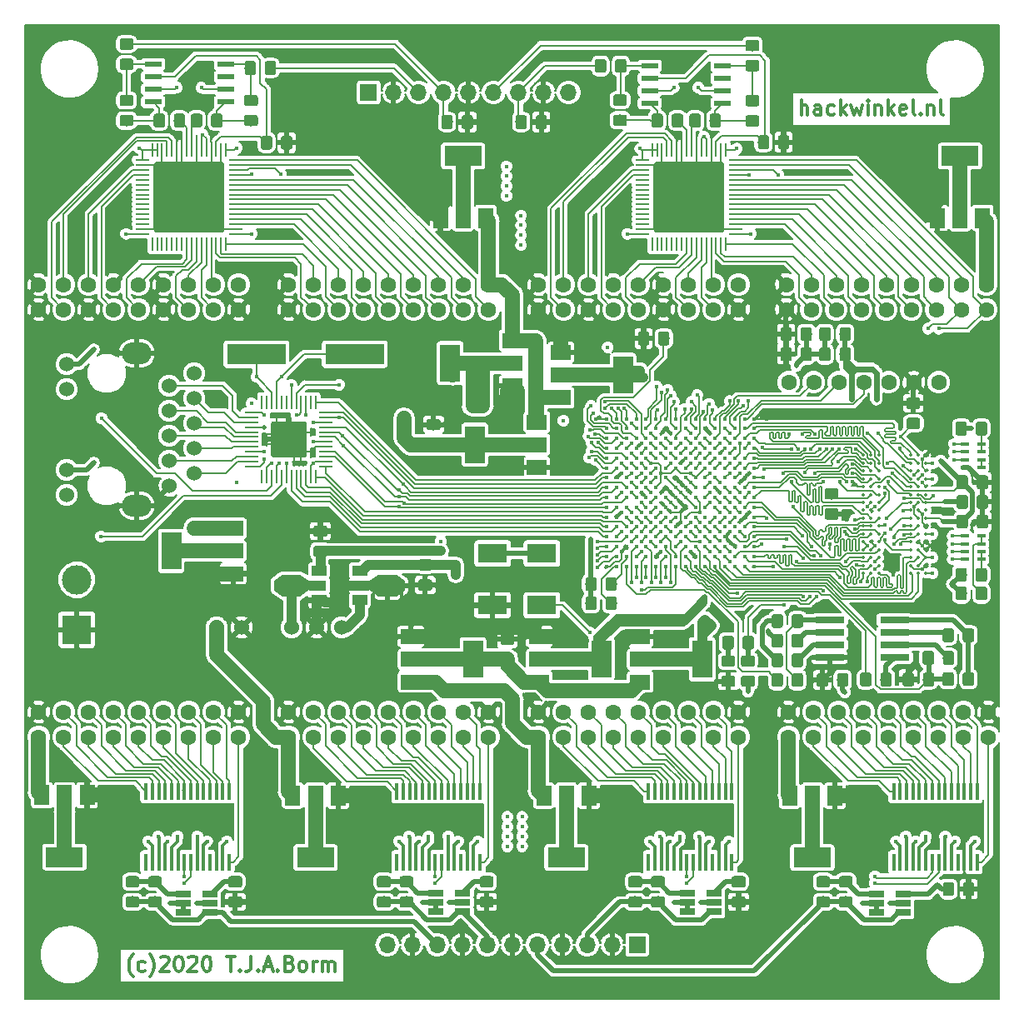
<source format=gbr>
G04 #@! TF.GenerationSoftware,KiCad,Pcbnew,5.0.2+dfsg1-1*
G04 #@! TF.CreationDate,2021-05-05T10:51:01+02:00*
G04 #@! TF.ProjectId,fpga_adda,66706761-5f61-4646-9461-2e6b69636164,rev?*
G04 #@! TF.SameCoordinates,Original*
G04 #@! TF.FileFunction,Copper,L1,Top*
G04 #@! TF.FilePolarity,Positive*
%FSLAX46Y46*%
G04 Gerber Fmt 4.6, Leading zero omitted, Abs format (unit mm)*
G04 Created by KiCad (PCBNEW 5.0.2+dfsg1-1) date Wed 05 May 2021 10:51:01 AM CEST*
%MOMM*%
%LPD*%
G01*
G04 APERTURE LIST*
G04 #@! TA.AperFunction,NonConductor*
%ADD10C,0.300000*%
G04 #@! TD*
G04 #@! TA.AperFunction,Conductor*
%ADD11C,0.100000*%
G04 #@! TD*
G04 #@! TA.AperFunction,SMDPad,CuDef*
%ADD12C,1.150000*%
G04 #@! TD*
G04 #@! TA.AperFunction,ComponentPad*
%ADD13R,3.000000X3.000000*%
G04 #@! TD*
G04 #@! TA.AperFunction,ComponentPad*
%ADD14C,3.000000*%
G04 #@! TD*
G04 #@! TA.AperFunction,ComponentPad*
%ADD15R,1.700000X1.700000*%
G04 #@! TD*
G04 #@! TA.AperFunction,ComponentPad*
%ADD16O,1.700000X1.700000*%
G04 #@! TD*
G04 #@! TA.AperFunction,SMDPad,CuDef*
%ADD17R,1.560000X0.650000*%
G04 #@! TD*
G04 #@! TA.AperFunction,SMDPad,CuDef*
%ADD18R,1.750000X0.550000*%
G04 #@! TD*
G04 #@! TA.AperFunction,SMDPad,CuDef*
%ADD19C,1.000000*%
G04 #@! TD*
G04 #@! TA.AperFunction,SMDPad,CuDef*
%ADD20R,1.840000X2.200000*%
G04 #@! TD*
G04 #@! TA.AperFunction,SMDPad,CuDef*
%ADD21R,1.500000X1.000000*%
G04 #@! TD*
G04 #@! TA.AperFunction,SMDPad,CuDef*
%ADD22R,1.800000X1.000000*%
G04 #@! TD*
G04 #@! TA.AperFunction,SMDPad,CuDef*
%ADD23C,0.850000*%
G04 #@! TD*
G04 #@! TA.AperFunction,ComponentPad*
%ADD24C,1.524000*%
G04 #@! TD*
G04 #@! TA.AperFunction,SMDPad,CuDef*
%ADD25R,6.000000X2.100000*%
G04 #@! TD*
G04 #@! TA.AperFunction,SMDPad,CuDef*
%ADD26R,2.000000X1.500000*%
G04 #@! TD*
G04 #@! TA.AperFunction,SMDPad,CuDef*
%ADD27R,2.000000X3.800000*%
G04 #@! TD*
G04 #@! TA.AperFunction,ComponentPad*
%ADD28O,3.000000X2.250000*%
G04 #@! TD*
G04 #@! TA.AperFunction,SMDPad,CuDef*
%ADD29R,0.250000X1.400000*%
G04 #@! TD*
G04 #@! TA.AperFunction,SMDPad,CuDef*
%ADD30R,1.400000X0.250000*%
G04 #@! TD*
G04 #@! TA.AperFunction,Conductor*
%ADD31C,3.600000*%
G04 #@! TD*
G04 #@! TA.AperFunction,SMDPad,CuDef*
%ADD32R,1.500000X2.000000*%
G04 #@! TD*
G04 #@! TA.AperFunction,SMDPad,CuDef*
%ADD33R,3.800000X2.000000*%
G04 #@! TD*
G04 #@! TA.AperFunction,ComponentPad*
%ADD34C,1.600000*%
G04 #@! TD*
G04 #@! TA.AperFunction,BGAPad,CuDef*
%ADD35C,0.400000*%
G04 #@! TD*
G04 #@! TA.AperFunction,BGAPad,CuDef*
%ADD36C,0.350000*%
G04 #@! TD*
G04 #@! TA.AperFunction,SMDPad,CuDef*
%ADD37R,0.900000X0.400000*%
G04 #@! TD*
G04 #@! TA.AperFunction,SMDPad,CuDef*
%ADD38R,3.000000X0.635000*%
G04 #@! TD*
G04 #@! TA.AperFunction,SMDPad,CuDef*
%ADD39R,0.450000X1.750000*%
G04 #@! TD*
G04 #@! TA.AperFunction,Conductor*
%ADD40C,7.200000*%
G04 #@! TD*
G04 #@! TA.AperFunction,ViaPad*
%ADD41C,0.800000*%
G04 #@! TD*
G04 #@! TA.AperFunction,SMDPad,CuDef*
%ADD42R,3.000000X1.980000*%
G04 #@! TD*
G04 #@! TA.AperFunction,ViaPad*
%ADD43C,0.450000*%
G04 #@! TD*
G04 #@! TA.AperFunction,Conductor*
%ADD44C,0.130000*%
G04 #@! TD*
G04 #@! TA.AperFunction,Conductor*
%ADD45C,0.190000*%
G04 #@! TD*
G04 #@! TA.AperFunction,Conductor*
%ADD46C,1.500000*%
G04 #@! TD*
G04 #@! TA.AperFunction,Conductor*
%ADD47C,0.500000*%
G04 #@! TD*
G04 #@! TA.AperFunction,Conductor*
%ADD48C,0.350000*%
G04 #@! TD*
G04 #@! TA.AperFunction,Conductor*
%ADD49C,0.200000*%
G04 #@! TD*
G04 #@! TA.AperFunction,Conductor*
%ADD50C,0.750000*%
G04 #@! TD*
G04 #@! TA.AperFunction,Conductor*
%ADD51C,1.000000*%
G04 #@! TD*
G04 #@! TA.AperFunction,Conductor*
%ADD52C,0.700000*%
G04 #@! TD*
G04 #@! TA.AperFunction,Conductor*
%ADD53C,0.600000*%
G04 #@! TD*
G04 #@! TA.AperFunction,Conductor*
%ADD54C,0.150000*%
G04 #@! TD*
G04 APERTURE END LIST*
D10*
X118957142Y-49678571D02*
X118957142Y-48178571D01*
X119600000Y-49678571D02*
X119600000Y-48892857D01*
X119528571Y-48750000D01*
X119385714Y-48678571D01*
X119171428Y-48678571D01*
X119028571Y-48750000D01*
X118957142Y-48821428D01*
X120957142Y-49678571D02*
X120957142Y-48892857D01*
X120885714Y-48750000D01*
X120742857Y-48678571D01*
X120457142Y-48678571D01*
X120314285Y-48750000D01*
X120957142Y-49607142D02*
X120814285Y-49678571D01*
X120457142Y-49678571D01*
X120314285Y-49607142D01*
X120242857Y-49464285D01*
X120242857Y-49321428D01*
X120314285Y-49178571D01*
X120457142Y-49107142D01*
X120814285Y-49107142D01*
X120957142Y-49035714D01*
X122314285Y-49607142D02*
X122171428Y-49678571D01*
X121885714Y-49678571D01*
X121742857Y-49607142D01*
X121671428Y-49535714D01*
X121600000Y-49392857D01*
X121600000Y-48964285D01*
X121671428Y-48821428D01*
X121742857Y-48750000D01*
X121885714Y-48678571D01*
X122171428Y-48678571D01*
X122314285Y-48750000D01*
X122957142Y-49678571D02*
X122957142Y-48178571D01*
X123100000Y-49107142D02*
X123528571Y-49678571D01*
X123528571Y-48678571D02*
X122957142Y-49250000D01*
X124028571Y-48678571D02*
X124314285Y-49678571D01*
X124600000Y-48964285D01*
X124885714Y-49678571D01*
X125171428Y-48678571D01*
X125742857Y-49678571D02*
X125742857Y-48678571D01*
X125742857Y-48178571D02*
X125671428Y-48250000D01*
X125742857Y-48321428D01*
X125814285Y-48250000D01*
X125742857Y-48178571D01*
X125742857Y-48321428D01*
X126457142Y-48678571D02*
X126457142Y-49678571D01*
X126457142Y-48821428D02*
X126528571Y-48750000D01*
X126671428Y-48678571D01*
X126885714Y-48678571D01*
X127028571Y-48750000D01*
X127100000Y-48892857D01*
X127100000Y-49678571D01*
X127814285Y-49678571D02*
X127814285Y-48178571D01*
X127957142Y-49107142D02*
X128385714Y-49678571D01*
X128385714Y-48678571D02*
X127814285Y-49250000D01*
X129600000Y-49607142D02*
X129457142Y-49678571D01*
X129171428Y-49678571D01*
X129028571Y-49607142D01*
X128957142Y-49464285D01*
X128957142Y-48892857D01*
X129028571Y-48750000D01*
X129171428Y-48678571D01*
X129457142Y-48678571D01*
X129600000Y-48750000D01*
X129671428Y-48892857D01*
X129671428Y-49035714D01*
X128957142Y-49178571D01*
X130528571Y-49678571D02*
X130385714Y-49607142D01*
X130314285Y-49464285D01*
X130314285Y-48178571D01*
X131100000Y-49535714D02*
X131171428Y-49607142D01*
X131100000Y-49678571D01*
X131028571Y-49607142D01*
X131100000Y-49535714D01*
X131100000Y-49678571D01*
X131814285Y-48678571D02*
X131814285Y-49678571D01*
X131814285Y-48821428D02*
X131885714Y-48750000D01*
X132028571Y-48678571D01*
X132242857Y-48678571D01*
X132385714Y-48750000D01*
X132457142Y-48892857D01*
X132457142Y-49678571D01*
X133385714Y-49678571D02*
X133242857Y-49607142D01*
X133171428Y-49464285D01*
X133171428Y-48178571D01*
X51064285Y-137250000D02*
X50992857Y-137178571D01*
X50850000Y-136964285D01*
X50778571Y-136821428D01*
X50707142Y-136607142D01*
X50635714Y-136250000D01*
X50635714Y-135964285D01*
X50707142Y-135607142D01*
X50778571Y-135392857D01*
X50850000Y-135250000D01*
X50992857Y-135035714D01*
X51064285Y-134964285D01*
X52278571Y-136607142D02*
X52135714Y-136678571D01*
X51850000Y-136678571D01*
X51707142Y-136607142D01*
X51635714Y-136535714D01*
X51564285Y-136392857D01*
X51564285Y-135964285D01*
X51635714Y-135821428D01*
X51707142Y-135750000D01*
X51850000Y-135678571D01*
X52135714Y-135678571D01*
X52278571Y-135750000D01*
X52778571Y-137250000D02*
X52850000Y-137178571D01*
X52992857Y-136964285D01*
X53064285Y-136821428D01*
X53135714Y-136607142D01*
X53207142Y-136250000D01*
X53207142Y-135964285D01*
X53135714Y-135607142D01*
X53064285Y-135392857D01*
X52992857Y-135250000D01*
X52850000Y-135035714D01*
X52778571Y-134964285D01*
X53850000Y-135321428D02*
X53921428Y-135250000D01*
X54064285Y-135178571D01*
X54421428Y-135178571D01*
X54564285Y-135250000D01*
X54635714Y-135321428D01*
X54707142Y-135464285D01*
X54707142Y-135607142D01*
X54635714Y-135821428D01*
X53778571Y-136678571D01*
X54707142Y-136678571D01*
X55635714Y-135178571D02*
X55778571Y-135178571D01*
X55921428Y-135250000D01*
X55992857Y-135321428D01*
X56064285Y-135464285D01*
X56135714Y-135750000D01*
X56135714Y-136107142D01*
X56064285Y-136392857D01*
X55992857Y-136535714D01*
X55921428Y-136607142D01*
X55778571Y-136678571D01*
X55635714Y-136678571D01*
X55492857Y-136607142D01*
X55421428Y-136535714D01*
X55350000Y-136392857D01*
X55278571Y-136107142D01*
X55278571Y-135750000D01*
X55350000Y-135464285D01*
X55421428Y-135321428D01*
X55492857Y-135250000D01*
X55635714Y-135178571D01*
X56707142Y-135321428D02*
X56778571Y-135250000D01*
X56921428Y-135178571D01*
X57278571Y-135178571D01*
X57421428Y-135250000D01*
X57492857Y-135321428D01*
X57564285Y-135464285D01*
X57564285Y-135607142D01*
X57492857Y-135821428D01*
X56635714Y-136678571D01*
X57564285Y-136678571D01*
X58492857Y-135178571D02*
X58635714Y-135178571D01*
X58778571Y-135250000D01*
X58850000Y-135321428D01*
X58921428Y-135464285D01*
X58992857Y-135750000D01*
X58992857Y-136107142D01*
X58921428Y-136392857D01*
X58850000Y-136535714D01*
X58778571Y-136607142D01*
X58635714Y-136678571D01*
X58492857Y-136678571D01*
X58349999Y-136607142D01*
X58278571Y-136535714D01*
X58207142Y-136392857D01*
X58135714Y-136107142D01*
X58135714Y-135750000D01*
X58207142Y-135464285D01*
X58278571Y-135321428D01*
X58349999Y-135250000D01*
X58492857Y-135178571D01*
X60564285Y-135178571D02*
X61421428Y-135178571D01*
X60992857Y-136678571D02*
X60992857Y-135178571D01*
X61921428Y-136535714D02*
X61992857Y-136607142D01*
X61921428Y-136678571D01*
X61849999Y-136607142D01*
X61921428Y-136535714D01*
X61921428Y-136678571D01*
X63064285Y-135178571D02*
X63064285Y-136250000D01*
X62992857Y-136464285D01*
X62849999Y-136607142D01*
X62635714Y-136678571D01*
X62492857Y-136678571D01*
X63778571Y-136535714D02*
X63850000Y-136607142D01*
X63778571Y-136678571D01*
X63707142Y-136607142D01*
X63778571Y-136535714D01*
X63778571Y-136678571D01*
X64421428Y-136250000D02*
X65135714Y-136250000D01*
X64278571Y-136678571D02*
X64778571Y-135178571D01*
X65278571Y-136678571D01*
X65778571Y-136535714D02*
X65850000Y-136607142D01*
X65778571Y-136678571D01*
X65707142Y-136607142D01*
X65778571Y-136535714D01*
X65778571Y-136678571D01*
X66992857Y-135892857D02*
X67207142Y-135964285D01*
X67278571Y-136035714D01*
X67350000Y-136178571D01*
X67350000Y-136392857D01*
X67278571Y-136535714D01*
X67207142Y-136607142D01*
X67064285Y-136678571D01*
X66492857Y-136678571D01*
X66492857Y-135178571D01*
X66992857Y-135178571D01*
X67135714Y-135250000D01*
X67207142Y-135321428D01*
X67278571Y-135464285D01*
X67278571Y-135607142D01*
X67207142Y-135750000D01*
X67135714Y-135821428D01*
X66992857Y-135892857D01*
X66492857Y-135892857D01*
X68207142Y-136678571D02*
X68064285Y-136607142D01*
X67992857Y-136535714D01*
X67921428Y-136392857D01*
X67921428Y-135964285D01*
X67992857Y-135821428D01*
X68064285Y-135750000D01*
X68207142Y-135678571D01*
X68421428Y-135678571D01*
X68564285Y-135750000D01*
X68635714Y-135821428D01*
X68707142Y-135964285D01*
X68707142Y-136392857D01*
X68635714Y-136535714D01*
X68564285Y-136607142D01*
X68421428Y-136678571D01*
X68207142Y-136678571D01*
X69350000Y-136678571D02*
X69350000Y-135678571D01*
X69350000Y-135964285D02*
X69421428Y-135821428D01*
X69492857Y-135750000D01*
X69635714Y-135678571D01*
X69778571Y-135678571D01*
X70278571Y-136678571D02*
X70278571Y-135678571D01*
X70278571Y-135821428D02*
X70350000Y-135750000D01*
X70492857Y-135678571D01*
X70707142Y-135678571D01*
X70850000Y-135750000D01*
X70921428Y-135892857D01*
X70921428Y-136678571D01*
X70921428Y-135892857D02*
X70992857Y-135750000D01*
X71135714Y-135678571D01*
X71350000Y-135678571D01*
X71492857Y-135750000D01*
X71564285Y-135892857D01*
X71564285Y-136678571D01*
D11*
G04 #@! TO.N,GND*
G04 #@! TO.C,C98*
G36*
X70574505Y-91401204D02*
X70598773Y-91404804D01*
X70622572Y-91410765D01*
X70645671Y-91419030D01*
X70667850Y-91429520D01*
X70688893Y-91442132D01*
X70708599Y-91456747D01*
X70726777Y-91473223D01*
X70743253Y-91491401D01*
X70757868Y-91511107D01*
X70770480Y-91532150D01*
X70780970Y-91554329D01*
X70789235Y-91577428D01*
X70795196Y-91601227D01*
X70798796Y-91625495D01*
X70800000Y-91649999D01*
X70800000Y-92300001D01*
X70798796Y-92324505D01*
X70795196Y-92348773D01*
X70789235Y-92372572D01*
X70780970Y-92395671D01*
X70770480Y-92417850D01*
X70757868Y-92438893D01*
X70743253Y-92458599D01*
X70726777Y-92476777D01*
X70708599Y-92493253D01*
X70688893Y-92507868D01*
X70667850Y-92520480D01*
X70645671Y-92530970D01*
X70622572Y-92539235D01*
X70598773Y-92545196D01*
X70574505Y-92548796D01*
X70550001Y-92550000D01*
X69649999Y-92550000D01*
X69625495Y-92548796D01*
X69601227Y-92545196D01*
X69577428Y-92539235D01*
X69554329Y-92530970D01*
X69532150Y-92520480D01*
X69511107Y-92507868D01*
X69491401Y-92493253D01*
X69473223Y-92476777D01*
X69456747Y-92458599D01*
X69442132Y-92438893D01*
X69429520Y-92417850D01*
X69419030Y-92395671D01*
X69410765Y-92372572D01*
X69404804Y-92348773D01*
X69401204Y-92324505D01*
X69400000Y-92300001D01*
X69400000Y-91649999D01*
X69401204Y-91625495D01*
X69404804Y-91601227D01*
X69410765Y-91577428D01*
X69419030Y-91554329D01*
X69429520Y-91532150D01*
X69442132Y-91511107D01*
X69456747Y-91491401D01*
X69473223Y-91473223D01*
X69491401Y-91456747D01*
X69511107Y-91442132D01*
X69532150Y-91429520D01*
X69554329Y-91419030D01*
X69577428Y-91410765D01*
X69601227Y-91404804D01*
X69625495Y-91401204D01*
X69649999Y-91400000D01*
X70550001Y-91400000D01*
X70574505Y-91401204D01*
X70574505Y-91401204D01*
G37*
D12*
G04 #@! TD*
G04 #@! TO.P,C98,2*
G04 #@! TO.N,GND*
X70100000Y-91975000D03*
D11*
G04 #@! TO.N,-5VA*
G04 #@! TO.C,C98*
G36*
X70574505Y-93451204D02*
X70598773Y-93454804D01*
X70622572Y-93460765D01*
X70645671Y-93469030D01*
X70667850Y-93479520D01*
X70688893Y-93492132D01*
X70708599Y-93506747D01*
X70726777Y-93523223D01*
X70743253Y-93541401D01*
X70757868Y-93561107D01*
X70770480Y-93582150D01*
X70780970Y-93604329D01*
X70789235Y-93627428D01*
X70795196Y-93651227D01*
X70798796Y-93675495D01*
X70800000Y-93699999D01*
X70800000Y-94350001D01*
X70798796Y-94374505D01*
X70795196Y-94398773D01*
X70789235Y-94422572D01*
X70780970Y-94445671D01*
X70770480Y-94467850D01*
X70757868Y-94488893D01*
X70743253Y-94508599D01*
X70726777Y-94526777D01*
X70708599Y-94543253D01*
X70688893Y-94557868D01*
X70667850Y-94570480D01*
X70645671Y-94580970D01*
X70622572Y-94589235D01*
X70598773Y-94595196D01*
X70574505Y-94598796D01*
X70550001Y-94600000D01*
X69649999Y-94600000D01*
X69625495Y-94598796D01*
X69601227Y-94595196D01*
X69577428Y-94589235D01*
X69554329Y-94580970D01*
X69532150Y-94570480D01*
X69511107Y-94557868D01*
X69491401Y-94543253D01*
X69473223Y-94526777D01*
X69456747Y-94508599D01*
X69442132Y-94488893D01*
X69429520Y-94467850D01*
X69419030Y-94445671D01*
X69410765Y-94422572D01*
X69404804Y-94398773D01*
X69401204Y-94374505D01*
X69400000Y-94350001D01*
X69400000Y-93699999D01*
X69401204Y-93675495D01*
X69404804Y-93651227D01*
X69410765Y-93627428D01*
X69419030Y-93604329D01*
X69429520Y-93582150D01*
X69442132Y-93561107D01*
X69456747Y-93541401D01*
X69473223Y-93523223D01*
X69491401Y-93506747D01*
X69511107Y-93492132D01*
X69532150Y-93479520D01*
X69554329Y-93469030D01*
X69577428Y-93460765D01*
X69601227Y-93454804D01*
X69625495Y-93451204D01*
X69649999Y-93450000D01*
X70550001Y-93450000D01*
X70574505Y-93451204D01*
X70574505Y-93451204D01*
G37*
D12*
G04 #@! TD*
G04 #@! TO.P,C98,1*
G04 #@! TO.N,-5VA*
X70100000Y-94025000D03*
D11*
G04 #@! TO.N,+5VA*
G04 #@! TO.C,C99*
G36*
X81224505Y-94826204D02*
X81248773Y-94829804D01*
X81272572Y-94835765D01*
X81295671Y-94844030D01*
X81317850Y-94854520D01*
X81338893Y-94867132D01*
X81358599Y-94881747D01*
X81376777Y-94898223D01*
X81393253Y-94916401D01*
X81407868Y-94936107D01*
X81420480Y-94957150D01*
X81430970Y-94979329D01*
X81439235Y-95002428D01*
X81445196Y-95026227D01*
X81448796Y-95050495D01*
X81450000Y-95074999D01*
X81450000Y-95725001D01*
X81448796Y-95749505D01*
X81445196Y-95773773D01*
X81439235Y-95797572D01*
X81430970Y-95820671D01*
X81420480Y-95842850D01*
X81407868Y-95863893D01*
X81393253Y-95883599D01*
X81376777Y-95901777D01*
X81358599Y-95918253D01*
X81338893Y-95932868D01*
X81317850Y-95945480D01*
X81295671Y-95955970D01*
X81272572Y-95964235D01*
X81248773Y-95970196D01*
X81224505Y-95973796D01*
X81200001Y-95975000D01*
X80299999Y-95975000D01*
X80275495Y-95973796D01*
X80251227Y-95970196D01*
X80227428Y-95964235D01*
X80204329Y-95955970D01*
X80182150Y-95945480D01*
X80161107Y-95932868D01*
X80141401Y-95918253D01*
X80123223Y-95901777D01*
X80106747Y-95883599D01*
X80092132Y-95863893D01*
X80079520Y-95842850D01*
X80069030Y-95820671D01*
X80060765Y-95797572D01*
X80054804Y-95773773D01*
X80051204Y-95749505D01*
X80050000Y-95725001D01*
X80050000Y-95074999D01*
X80051204Y-95050495D01*
X80054804Y-95026227D01*
X80060765Y-95002428D01*
X80069030Y-94979329D01*
X80079520Y-94957150D01*
X80092132Y-94936107D01*
X80106747Y-94916401D01*
X80123223Y-94898223D01*
X80141401Y-94881747D01*
X80161107Y-94867132D01*
X80182150Y-94854520D01*
X80204329Y-94844030D01*
X80227428Y-94835765D01*
X80251227Y-94829804D01*
X80275495Y-94826204D01*
X80299999Y-94825000D01*
X81200001Y-94825000D01*
X81224505Y-94826204D01*
X81224505Y-94826204D01*
G37*
D12*
G04 #@! TD*
G04 #@! TO.P,C99,1*
G04 #@! TO.N,+5VA*
X80750000Y-95400000D03*
D11*
G04 #@! TO.N,GND*
G04 #@! TO.C,C99*
G36*
X81224505Y-96876204D02*
X81248773Y-96879804D01*
X81272572Y-96885765D01*
X81295671Y-96894030D01*
X81317850Y-96904520D01*
X81338893Y-96917132D01*
X81358599Y-96931747D01*
X81376777Y-96948223D01*
X81393253Y-96966401D01*
X81407868Y-96986107D01*
X81420480Y-97007150D01*
X81430970Y-97029329D01*
X81439235Y-97052428D01*
X81445196Y-97076227D01*
X81448796Y-97100495D01*
X81450000Y-97124999D01*
X81450000Y-97775001D01*
X81448796Y-97799505D01*
X81445196Y-97823773D01*
X81439235Y-97847572D01*
X81430970Y-97870671D01*
X81420480Y-97892850D01*
X81407868Y-97913893D01*
X81393253Y-97933599D01*
X81376777Y-97951777D01*
X81358599Y-97968253D01*
X81338893Y-97982868D01*
X81317850Y-97995480D01*
X81295671Y-98005970D01*
X81272572Y-98014235D01*
X81248773Y-98020196D01*
X81224505Y-98023796D01*
X81200001Y-98025000D01*
X80299999Y-98025000D01*
X80275495Y-98023796D01*
X80251227Y-98020196D01*
X80227428Y-98014235D01*
X80204329Y-98005970D01*
X80182150Y-97995480D01*
X80161107Y-97982868D01*
X80141401Y-97968253D01*
X80123223Y-97951777D01*
X80106747Y-97933599D01*
X80092132Y-97913893D01*
X80079520Y-97892850D01*
X80069030Y-97870671D01*
X80060765Y-97847572D01*
X80054804Y-97823773D01*
X80051204Y-97799505D01*
X80050000Y-97775001D01*
X80050000Y-97124999D01*
X80051204Y-97100495D01*
X80054804Y-97076227D01*
X80060765Y-97052428D01*
X80069030Y-97029329D01*
X80079520Y-97007150D01*
X80092132Y-96986107D01*
X80106747Y-96966401D01*
X80123223Y-96948223D01*
X80141401Y-96931747D01*
X80161107Y-96917132D01*
X80182150Y-96904520D01*
X80204329Y-96894030D01*
X80227428Y-96885765D01*
X80251227Y-96879804D01*
X80275495Y-96876204D01*
X80299999Y-96875000D01*
X81200001Y-96875000D01*
X81224505Y-96876204D01*
X81224505Y-96876204D01*
G37*
D12*
G04 #@! TD*
G04 #@! TO.P,C99,2*
G04 #@! TO.N,GND*
X80750000Y-97450000D03*
D13*
G04 #@! TO.P,J4,1*
G04 #@! TO.N,GND*
X45350000Y-102000000D03*
D14*
G04 #@! TO.P,J4,2*
G04 #@! TO.N,+5V*
X45350000Y-96920000D03*
G04 #@! TD*
D15*
G04 #@! TO.P,J2,1*
G04 #@! TO.N,-5VA*
X75000000Y-47400000D03*
D16*
G04 #@! TO.P,J2,2*
G04 #@! TO.N,GND*
X77540000Y-47400000D03*
G04 #@! TO.P,J2,3*
G04 #@! TO.N,Net-(J2-Pad3)*
X80080000Y-47400000D03*
G04 #@! TO.P,J2,4*
G04 #@! TO.N,Net-(J2-Pad4)*
X82620000Y-47400000D03*
G04 #@! TO.P,J2,5*
G04 #@! TO.N,GND*
X85160000Y-47400000D03*
G04 #@! TO.P,J2,6*
G04 #@! TO.N,Net-(J2-Pad6)*
X87700000Y-47400000D03*
G04 #@! TO.P,J2,7*
G04 #@! TO.N,Net-(J2-Pad7)*
X90240000Y-47400000D03*
G04 #@! TO.P,J2,8*
G04 #@! TO.N,GND*
X92780000Y-47400000D03*
G04 #@! TO.P,J2,9*
G04 #@! TO.N,+5VA*
X95320000Y-47400000D03*
G04 #@! TD*
D15*
G04 #@! TO.P,J3,1*
G04 #@! TO.N,-5VA*
X102300000Y-134000000D03*
D16*
G04 #@! TO.P,J3,2*
G04 #@! TO.N,GND*
X99760000Y-134000000D03*
G04 #@! TO.P,J3,3*
G04 #@! TO.N,Net-(C84-Pad1)*
X97220000Y-134000000D03*
G04 #@! TO.P,J3,4*
G04 #@! TO.N,GND*
X94680000Y-134000000D03*
G04 #@! TO.P,J3,5*
G04 #@! TO.N,Net-(C85-Pad1)*
X92140000Y-134000000D03*
G04 #@! TO.P,J3,6*
G04 #@! TO.N,GND*
X89600000Y-134000000D03*
G04 #@! TO.P,J3,7*
G04 #@! TO.N,Net-(C88-Pad1)*
X87060000Y-134000000D03*
G04 #@! TO.P,J3,8*
G04 #@! TO.N,GND*
X84520000Y-134000000D03*
G04 #@! TO.P,J3,9*
G04 #@! TO.N,Net-(C89-Pad1)*
X81980000Y-134000000D03*
G04 #@! TO.P,J3,10*
G04 #@! TO.N,GND*
X79440000Y-134000000D03*
G04 #@! TO.P,J3,11*
G04 #@! TO.N,+5VA*
X76900000Y-134000000D03*
G04 #@! TD*
D11*
G04 #@! TO.N,Net-(C84-Pad2)*
G04 #@! TO.C,C84*
G36*
X104874505Y-127026204D02*
X104898773Y-127029804D01*
X104922572Y-127035765D01*
X104945671Y-127044030D01*
X104967850Y-127054520D01*
X104988893Y-127067132D01*
X105008599Y-127081747D01*
X105026777Y-127098223D01*
X105043253Y-127116401D01*
X105057868Y-127136107D01*
X105070480Y-127157150D01*
X105080970Y-127179329D01*
X105089235Y-127202428D01*
X105095196Y-127226227D01*
X105098796Y-127250495D01*
X105100000Y-127274999D01*
X105100000Y-127925001D01*
X105098796Y-127949505D01*
X105095196Y-127973773D01*
X105089235Y-127997572D01*
X105080970Y-128020671D01*
X105070480Y-128042850D01*
X105057868Y-128063893D01*
X105043253Y-128083599D01*
X105026777Y-128101777D01*
X105008599Y-128118253D01*
X104988893Y-128132868D01*
X104967850Y-128145480D01*
X104945671Y-128155970D01*
X104922572Y-128164235D01*
X104898773Y-128170196D01*
X104874505Y-128173796D01*
X104850001Y-128175000D01*
X103949999Y-128175000D01*
X103925495Y-128173796D01*
X103901227Y-128170196D01*
X103877428Y-128164235D01*
X103854329Y-128155970D01*
X103832150Y-128145480D01*
X103811107Y-128132868D01*
X103791401Y-128118253D01*
X103773223Y-128101777D01*
X103756747Y-128083599D01*
X103742132Y-128063893D01*
X103729520Y-128042850D01*
X103719030Y-128020671D01*
X103710765Y-127997572D01*
X103704804Y-127973773D01*
X103701204Y-127949505D01*
X103700000Y-127925001D01*
X103700000Y-127274999D01*
X103701204Y-127250495D01*
X103704804Y-127226227D01*
X103710765Y-127202428D01*
X103719030Y-127179329D01*
X103729520Y-127157150D01*
X103742132Y-127136107D01*
X103756747Y-127116401D01*
X103773223Y-127098223D01*
X103791401Y-127081747D01*
X103811107Y-127067132D01*
X103832150Y-127054520D01*
X103854329Y-127044030D01*
X103877428Y-127035765D01*
X103901227Y-127029804D01*
X103925495Y-127026204D01*
X103949999Y-127025000D01*
X104850001Y-127025000D01*
X104874505Y-127026204D01*
X104874505Y-127026204D01*
G37*
D12*
G04 #@! TD*
G04 #@! TO.P,C84,2*
G04 #@! TO.N,Net-(C84-Pad2)*
X104400000Y-127600000D03*
D11*
G04 #@! TO.N,Net-(C84-Pad1)*
G04 #@! TO.C,C84*
G36*
X104874505Y-129076204D02*
X104898773Y-129079804D01*
X104922572Y-129085765D01*
X104945671Y-129094030D01*
X104967850Y-129104520D01*
X104988893Y-129117132D01*
X105008599Y-129131747D01*
X105026777Y-129148223D01*
X105043253Y-129166401D01*
X105057868Y-129186107D01*
X105070480Y-129207150D01*
X105080970Y-129229329D01*
X105089235Y-129252428D01*
X105095196Y-129276227D01*
X105098796Y-129300495D01*
X105100000Y-129324999D01*
X105100000Y-129975001D01*
X105098796Y-129999505D01*
X105095196Y-130023773D01*
X105089235Y-130047572D01*
X105080970Y-130070671D01*
X105070480Y-130092850D01*
X105057868Y-130113893D01*
X105043253Y-130133599D01*
X105026777Y-130151777D01*
X105008599Y-130168253D01*
X104988893Y-130182868D01*
X104967850Y-130195480D01*
X104945671Y-130205970D01*
X104922572Y-130214235D01*
X104898773Y-130220196D01*
X104874505Y-130223796D01*
X104850001Y-130225000D01*
X103949999Y-130225000D01*
X103925495Y-130223796D01*
X103901227Y-130220196D01*
X103877428Y-130214235D01*
X103854329Y-130205970D01*
X103832150Y-130195480D01*
X103811107Y-130182868D01*
X103791401Y-130168253D01*
X103773223Y-130151777D01*
X103756747Y-130133599D01*
X103742132Y-130113893D01*
X103729520Y-130092850D01*
X103719030Y-130070671D01*
X103710765Y-130047572D01*
X103704804Y-130023773D01*
X103701204Y-129999505D01*
X103700000Y-129975001D01*
X103700000Y-129324999D01*
X103701204Y-129300495D01*
X103704804Y-129276227D01*
X103710765Y-129252428D01*
X103719030Y-129229329D01*
X103729520Y-129207150D01*
X103742132Y-129186107D01*
X103756747Y-129166401D01*
X103773223Y-129148223D01*
X103791401Y-129131747D01*
X103811107Y-129117132D01*
X103832150Y-129104520D01*
X103854329Y-129094030D01*
X103877428Y-129085765D01*
X103901227Y-129079804D01*
X103925495Y-129076204D01*
X103949999Y-129075000D01*
X104850001Y-129075000D01*
X104874505Y-129076204D01*
X104874505Y-129076204D01*
G37*
D12*
G04 #@! TD*
G04 #@! TO.P,C84,1*
G04 #@! TO.N,Net-(C84-Pad1)*
X104400000Y-129650000D03*
D11*
G04 #@! TO.N,Net-(C85-Pad1)*
G04 #@! TO.C,C85*
G36*
X121674505Y-129076204D02*
X121698773Y-129079804D01*
X121722572Y-129085765D01*
X121745671Y-129094030D01*
X121767850Y-129104520D01*
X121788893Y-129117132D01*
X121808599Y-129131747D01*
X121826777Y-129148223D01*
X121843253Y-129166401D01*
X121857868Y-129186107D01*
X121870480Y-129207150D01*
X121880970Y-129229329D01*
X121889235Y-129252428D01*
X121895196Y-129276227D01*
X121898796Y-129300495D01*
X121900000Y-129324999D01*
X121900000Y-129975001D01*
X121898796Y-129999505D01*
X121895196Y-130023773D01*
X121889235Y-130047572D01*
X121880970Y-130070671D01*
X121870480Y-130092850D01*
X121857868Y-130113893D01*
X121843253Y-130133599D01*
X121826777Y-130151777D01*
X121808599Y-130168253D01*
X121788893Y-130182868D01*
X121767850Y-130195480D01*
X121745671Y-130205970D01*
X121722572Y-130214235D01*
X121698773Y-130220196D01*
X121674505Y-130223796D01*
X121650001Y-130225000D01*
X120749999Y-130225000D01*
X120725495Y-130223796D01*
X120701227Y-130220196D01*
X120677428Y-130214235D01*
X120654329Y-130205970D01*
X120632150Y-130195480D01*
X120611107Y-130182868D01*
X120591401Y-130168253D01*
X120573223Y-130151777D01*
X120556747Y-130133599D01*
X120542132Y-130113893D01*
X120529520Y-130092850D01*
X120519030Y-130070671D01*
X120510765Y-130047572D01*
X120504804Y-130023773D01*
X120501204Y-129999505D01*
X120500000Y-129975001D01*
X120500000Y-129324999D01*
X120501204Y-129300495D01*
X120504804Y-129276227D01*
X120510765Y-129252428D01*
X120519030Y-129229329D01*
X120529520Y-129207150D01*
X120542132Y-129186107D01*
X120556747Y-129166401D01*
X120573223Y-129148223D01*
X120591401Y-129131747D01*
X120611107Y-129117132D01*
X120632150Y-129104520D01*
X120654329Y-129094030D01*
X120677428Y-129085765D01*
X120701227Y-129079804D01*
X120725495Y-129076204D01*
X120749999Y-129075000D01*
X121650001Y-129075000D01*
X121674505Y-129076204D01*
X121674505Y-129076204D01*
G37*
D12*
G04 #@! TD*
G04 #@! TO.P,C85,1*
G04 #@! TO.N,Net-(C85-Pad1)*
X121200000Y-129650000D03*
D11*
G04 #@! TO.N,Net-(C85-Pad2)*
G04 #@! TO.C,C85*
G36*
X121674505Y-127026204D02*
X121698773Y-127029804D01*
X121722572Y-127035765D01*
X121745671Y-127044030D01*
X121767850Y-127054520D01*
X121788893Y-127067132D01*
X121808599Y-127081747D01*
X121826777Y-127098223D01*
X121843253Y-127116401D01*
X121857868Y-127136107D01*
X121870480Y-127157150D01*
X121880970Y-127179329D01*
X121889235Y-127202428D01*
X121895196Y-127226227D01*
X121898796Y-127250495D01*
X121900000Y-127274999D01*
X121900000Y-127925001D01*
X121898796Y-127949505D01*
X121895196Y-127973773D01*
X121889235Y-127997572D01*
X121880970Y-128020671D01*
X121870480Y-128042850D01*
X121857868Y-128063893D01*
X121843253Y-128083599D01*
X121826777Y-128101777D01*
X121808599Y-128118253D01*
X121788893Y-128132868D01*
X121767850Y-128145480D01*
X121745671Y-128155970D01*
X121722572Y-128164235D01*
X121698773Y-128170196D01*
X121674505Y-128173796D01*
X121650001Y-128175000D01*
X120749999Y-128175000D01*
X120725495Y-128173796D01*
X120701227Y-128170196D01*
X120677428Y-128164235D01*
X120654329Y-128155970D01*
X120632150Y-128145480D01*
X120611107Y-128132868D01*
X120591401Y-128118253D01*
X120573223Y-128101777D01*
X120556747Y-128083599D01*
X120542132Y-128063893D01*
X120529520Y-128042850D01*
X120519030Y-128020671D01*
X120510765Y-127997572D01*
X120504804Y-127973773D01*
X120501204Y-127949505D01*
X120500000Y-127925001D01*
X120500000Y-127274999D01*
X120501204Y-127250495D01*
X120504804Y-127226227D01*
X120510765Y-127202428D01*
X120519030Y-127179329D01*
X120529520Y-127157150D01*
X120542132Y-127136107D01*
X120556747Y-127116401D01*
X120573223Y-127098223D01*
X120591401Y-127081747D01*
X120611107Y-127067132D01*
X120632150Y-127054520D01*
X120654329Y-127044030D01*
X120677428Y-127035765D01*
X120701227Y-127029804D01*
X120725495Y-127026204D01*
X120749999Y-127025000D01*
X121650001Y-127025000D01*
X121674505Y-127026204D01*
X121674505Y-127026204D01*
G37*
D12*
G04 #@! TD*
G04 #@! TO.P,C85,2*
G04 #@! TO.N,Net-(C85-Pad2)*
X121200000Y-127600000D03*
D11*
G04 #@! TO.N,Net-(C88-Pad1)*
G04 #@! TO.C,C88*
G36*
X79324505Y-129076204D02*
X79348773Y-129079804D01*
X79372572Y-129085765D01*
X79395671Y-129094030D01*
X79417850Y-129104520D01*
X79438893Y-129117132D01*
X79458599Y-129131747D01*
X79476777Y-129148223D01*
X79493253Y-129166401D01*
X79507868Y-129186107D01*
X79520480Y-129207150D01*
X79530970Y-129229329D01*
X79539235Y-129252428D01*
X79545196Y-129276227D01*
X79548796Y-129300495D01*
X79550000Y-129324999D01*
X79550000Y-129975001D01*
X79548796Y-129999505D01*
X79545196Y-130023773D01*
X79539235Y-130047572D01*
X79530970Y-130070671D01*
X79520480Y-130092850D01*
X79507868Y-130113893D01*
X79493253Y-130133599D01*
X79476777Y-130151777D01*
X79458599Y-130168253D01*
X79438893Y-130182868D01*
X79417850Y-130195480D01*
X79395671Y-130205970D01*
X79372572Y-130214235D01*
X79348773Y-130220196D01*
X79324505Y-130223796D01*
X79300001Y-130225000D01*
X78399999Y-130225000D01*
X78375495Y-130223796D01*
X78351227Y-130220196D01*
X78327428Y-130214235D01*
X78304329Y-130205970D01*
X78282150Y-130195480D01*
X78261107Y-130182868D01*
X78241401Y-130168253D01*
X78223223Y-130151777D01*
X78206747Y-130133599D01*
X78192132Y-130113893D01*
X78179520Y-130092850D01*
X78169030Y-130070671D01*
X78160765Y-130047572D01*
X78154804Y-130023773D01*
X78151204Y-129999505D01*
X78150000Y-129975001D01*
X78150000Y-129324999D01*
X78151204Y-129300495D01*
X78154804Y-129276227D01*
X78160765Y-129252428D01*
X78169030Y-129229329D01*
X78179520Y-129207150D01*
X78192132Y-129186107D01*
X78206747Y-129166401D01*
X78223223Y-129148223D01*
X78241401Y-129131747D01*
X78261107Y-129117132D01*
X78282150Y-129104520D01*
X78304329Y-129094030D01*
X78327428Y-129085765D01*
X78351227Y-129079804D01*
X78375495Y-129076204D01*
X78399999Y-129075000D01*
X79300001Y-129075000D01*
X79324505Y-129076204D01*
X79324505Y-129076204D01*
G37*
D12*
G04 #@! TD*
G04 #@! TO.P,C88,1*
G04 #@! TO.N,Net-(C88-Pad1)*
X78850000Y-129650000D03*
D11*
G04 #@! TO.N,Net-(C88-Pad2)*
G04 #@! TO.C,C88*
G36*
X79324505Y-127026204D02*
X79348773Y-127029804D01*
X79372572Y-127035765D01*
X79395671Y-127044030D01*
X79417850Y-127054520D01*
X79438893Y-127067132D01*
X79458599Y-127081747D01*
X79476777Y-127098223D01*
X79493253Y-127116401D01*
X79507868Y-127136107D01*
X79520480Y-127157150D01*
X79530970Y-127179329D01*
X79539235Y-127202428D01*
X79545196Y-127226227D01*
X79548796Y-127250495D01*
X79550000Y-127274999D01*
X79550000Y-127925001D01*
X79548796Y-127949505D01*
X79545196Y-127973773D01*
X79539235Y-127997572D01*
X79530970Y-128020671D01*
X79520480Y-128042850D01*
X79507868Y-128063893D01*
X79493253Y-128083599D01*
X79476777Y-128101777D01*
X79458599Y-128118253D01*
X79438893Y-128132868D01*
X79417850Y-128145480D01*
X79395671Y-128155970D01*
X79372572Y-128164235D01*
X79348773Y-128170196D01*
X79324505Y-128173796D01*
X79300001Y-128175000D01*
X78399999Y-128175000D01*
X78375495Y-128173796D01*
X78351227Y-128170196D01*
X78327428Y-128164235D01*
X78304329Y-128155970D01*
X78282150Y-128145480D01*
X78261107Y-128132868D01*
X78241401Y-128118253D01*
X78223223Y-128101777D01*
X78206747Y-128083599D01*
X78192132Y-128063893D01*
X78179520Y-128042850D01*
X78169030Y-128020671D01*
X78160765Y-127997572D01*
X78154804Y-127973773D01*
X78151204Y-127949505D01*
X78150000Y-127925001D01*
X78150000Y-127274999D01*
X78151204Y-127250495D01*
X78154804Y-127226227D01*
X78160765Y-127202428D01*
X78169030Y-127179329D01*
X78179520Y-127157150D01*
X78192132Y-127136107D01*
X78206747Y-127116401D01*
X78223223Y-127098223D01*
X78241401Y-127081747D01*
X78261107Y-127067132D01*
X78282150Y-127054520D01*
X78304329Y-127044030D01*
X78327428Y-127035765D01*
X78351227Y-127029804D01*
X78375495Y-127026204D01*
X78399999Y-127025000D01*
X79300001Y-127025000D01*
X79324505Y-127026204D01*
X79324505Y-127026204D01*
G37*
D12*
G04 #@! TD*
G04 #@! TO.P,C88,2*
G04 #@! TO.N,Net-(C88-Pad2)*
X78850000Y-127600000D03*
D11*
G04 #@! TO.N,Net-(C89-Pad2)*
G04 #@! TO.C,C89*
G36*
X51474505Y-127026204D02*
X51498773Y-127029804D01*
X51522572Y-127035765D01*
X51545671Y-127044030D01*
X51567850Y-127054520D01*
X51588893Y-127067132D01*
X51608599Y-127081747D01*
X51626777Y-127098223D01*
X51643253Y-127116401D01*
X51657868Y-127136107D01*
X51670480Y-127157150D01*
X51680970Y-127179329D01*
X51689235Y-127202428D01*
X51695196Y-127226227D01*
X51698796Y-127250495D01*
X51700000Y-127274999D01*
X51700000Y-127925001D01*
X51698796Y-127949505D01*
X51695196Y-127973773D01*
X51689235Y-127997572D01*
X51680970Y-128020671D01*
X51670480Y-128042850D01*
X51657868Y-128063893D01*
X51643253Y-128083599D01*
X51626777Y-128101777D01*
X51608599Y-128118253D01*
X51588893Y-128132868D01*
X51567850Y-128145480D01*
X51545671Y-128155970D01*
X51522572Y-128164235D01*
X51498773Y-128170196D01*
X51474505Y-128173796D01*
X51450001Y-128175000D01*
X50549999Y-128175000D01*
X50525495Y-128173796D01*
X50501227Y-128170196D01*
X50477428Y-128164235D01*
X50454329Y-128155970D01*
X50432150Y-128145480D01*
X50411107Y-128132868D01*
X50391401Y-128118253D01*
X50373223Y-128101777D01*
X50356747Y-128083599D01*
X50342132Y-128063893D01*
X50329520Y-128042850D01*
X50319030Y-128020671D01*
X50310765Y-127997572D01*
X50304804Y-127973773D01*
X50301204Y-127949505D01*
X50300000Y-127925001D01*
X50300000Y-127274999D01*
X50301204Y-127250495D01*
X50304804Y-127226227D01*
X50310765Y-127202428D01*
X50319030Y-127179329D01*
X50329520Y-127157150D01*
X50342132Y-127136107D01*
X50356747Y-127116401D01*
X50373223Y-127098223D01*
X50391401Y-127081747D01*
X50411107Y-127067132D01*
X50432150Y-127054520D01*
X50454329Y-127044030D01*
X50477428Y-127035765D01*
X50501227Y-127029804D01*
X50525495Y-127026204D01*
X50549999Y-127025000D01*
X51450001Y-127025000D01*
X51474505Y-127026204D01*
X51474505Y-127026204D01*
G37*
D12*
G04 #@! TD*
G04 #@! TO.P,C89,2*
G04 #@! TO.N,Net-(C89-Pad2)*
X51000000Y-127600000D03*
D11*
G04 #@! TO.N,Net-(C89-Pad1)*
G04 #@! TO.C,C89*
G36*
X51474505Y-129076204D02*
X51498773Y-129079804D01*
X51522572Y-129085765D01*
X51545671Y-129094030D01*
X51567850Y-129104520D01*
X51588893Y-129117132D01*
X51608599Y-129131747D01*
X51626777Y-129148223D01*
X51643253Y-129166401D01*
X51657868Y-129186107D01*
X51670480Y-129207150D01*
X51680970Y-129229329D01*
X51689235Y-129252428D01*
X51695196Y-129276227D01*
X51698796Y-129300495D01*
X51700000Y-129324999D01*
X51700000Y-129975001D01*
X51698796Y-129999505D01*
X51695196Y-130023773D01*
X51689235Y-130047572D01*
X51680970Y-130070671D01*
X51670480Y-130092850D01*
X51657868Y-130113893D01*
X51643253Y-130133599D01*
X51626777Y-130151777D01*
X51608599Y-130168253D01*
X51588893Y-130182868D01*
X51567850Y-130195480D01*
X51545671Y-130205970D01*
X51522572Y-130214235D01*
X51498773Y-130220196D01*
X51474505Y-130223796D01*
X51450001Y-130225000D01*
X50549999Y-130225000D01*
X50525495Y-130223796D01*
X50501227Y-130220196D01*
X50477428Y-130214235D01*
X50454329Y-130205970D01*
X50432150Y-130195480D01*
X50411107Y-130182868D01*
X50391401Y-130168253D01*
X50373223Y-130151777D01*
X50356747Y-130133599D01*
X50342132Y-130113893D01*
X50329520Y-130092850D01*
X50319030Y-130070671D01*
X50310765Y-130047572D01*
X50304804Y-130023773D01*
X50301204Y-129999505D01*
X50300000Y-129975001D01*
X50300000Y-129324999D01*
X50301204Y-129300495D01*
X50304804Y-129276227D01*
X50310765Y-129252428D01*
X50319030Y-129229329D01*
X50329520Y-129207150D01*
X50342132Y-129186107D01*
X50356747Y-129166401D01*
X50373223Y-129148223D01*
X50391401Y-129131747D01*
X50411107Y-129117132D01*
X50432150Y-129104520D01*
X50454329Y-129094030D01*
X50477428Y-129085765D01*
X50501227Y-129079804D01*
X50525495Y-129076204D01*
X50549999Y-129075000D01*
X51450001Y-129075000D01*
X51474505Y-129076204D01*
X51474505Y-129076204D01*
G37*
D12*
G04 #@! TD*
G04 #@! TO.P,C89,1*
G04 #@! TO.N,Net-(C89-Pad1)*
X51000000Y-129650000D03*
D17*
G04 #@! TO.P,U32,5*
G04 #@! TO.N,+5VA*
X81850000Y-129700000D03*
G04 #@! TO.P,U32,6*
X81850000Y-130650000D03*
G04 #@! TO.P,U32,4*
G04 #@! TO.N,Net-(C88-Pad2)*
X81850000Y-128750000D03*
G04 #@! TO.P,U32,3*
G04 #@! TO.N,Net-(R86-Pad1)*
X84550000Y-128750000D03*
G04 #@! TO.P,U32,2*
G04 #@! TO.N,-5VA*
X84550000Y-129700000D03*
G04 #@! TO.P,U32,1*
G04 #@! TO.N,Net-(C88-Pad1)*
X84550000Y-130650000D03*
G04 #@! TD*
G04 #@! TO.P,U31,1*
G04 #@! TO.N,Net-(C85-Pad1)*
X129300000Y-130750000D03*
G04 #@! TO.P,U31,2*
G04 #@! TO.N,-5VA*
X129300000Y-129800000D03*
G04 #@! TO.P,U31,3*
G04 #@! TO.N,Net-(R76-Pad1)*
X129300000Y-128850000D03*
G04 #@! TO.P,U31,4*
G04 #@! TO.N,Net-(C85-Pad2)*
X126600000Y-128850000D03*
G04 #@! TO.P,U31,6*
G04 #@! TO.N,+5VA*
X126600000Y-130750000D03*
G04 #@! TO.P,U31,5*
X126600000Y-129800000D03*
G04 #@! TD*
G04 #@! TO.P,U33,5*
G04 #@! TO.N,+5VA*
X56150000Y-129800000D03*
G04 #@! TO.P,U33,6*
X56150000Y-130750000D03*
G04 #@! TO.P,U33,4*
G04 #@! TO.N,Net-(C89-Pad2)*
X56150000Y-128850000D03*
G04 #@! TO.P,U33,3*
G04 #@! TO.N,Net-(R88-Pad1)*
X58850000Y-128850000D03*
G04 #@! TO.P,U33,2*
G04 #@! TO.N,-5VA*
X58850000Y-129800000D03*
G04 #@! TO.P,U33,1*
G04 #@! TO.N,Net-(C89-Pad1)*
X58850000Y-130750000D03*
G04 #@! TD*
G04 #@! TO.P,U30,1*
G04 #@! TO.N,Net-(C84-Pad1)*
X110100000Y-130650000D03*
G04 #@! TO.P,U30,2*
G04 #@! TO.N,-5VA*
X110100000Y-129700000D03*
G04 #@! TO.P,U30,3*
G04 #@! TO.N,Net-(R74-Pad1)*
X110100000Y-128750000D03*
G04 #@! TO.P,U30,4*
G04 #@! TO.N,Net-(C84-Pad2)*
X107400000Y-128750000D03*
G04 #@! TO.P,U30,6*
G04 #@! TO.N,+5VA*
X107400000Y-130650000D03*
G04 #@! TO.P,U30,5*
X107400000Y-129700000D03*
G04 #@! TD*
D11*
G04 #@! TO.N,Net-(R74-Pad1)*
G04 #@! TO.C,R78*
G36*
X113074505Y-127026204D02*
X113098773Y-127029804D01*
X113122572Y-127035765D01*
X113145671Y-127044030D01*
X113167850Y-127054520D01*
X113188893Y-127067132D01*
X113208599Y-127081747D01*
X113226777Y-127098223D01*
X113243253Y-127116401D01*
X113257868Y-127136107D01*
X113270480Y-127157150D01*
X113280970Y-127179329D01*
X113289235Y-127202428D01*
X113295196Y-127226227D01*
X113298796Y-127250495D01*
X113300000Y-127274999D01*
X113300000Y-127925001D01*
X113298796Y-127949505D01*
X113295196Y-127973773D01*
X113289235Y-127997572D01*
X113280970Y-128020671D01*
X113270480Y-128042850D01*
X113257868Y-128063893D01*
X113243253Y-128083599D01*
X113226777Y-128101777D01*
X113208599Y-128118253D01*
X113188893Y-128132868D01*
X113167850Y-128145480D01*
X113145671Y-128155970D01*
X113122572Y-128164235D01*
X113098773Y-128170196D01*
X113074505Y-128173796D01*
X113050001Y-128175000D01*
X112149999Y-128175000D01*
X112125495Y-128173796D01*
X112101227Y-128170196D01*
X112077428Y-128164235D01*
X112054329Y-128155970D01*
X112032150Y-128145480D01*
X112011107Y-128132868D01*
X111991401Y-128118253D01*
X111973223Y-128101777D01*
X111956747Y-128083599D01*
X111942132Y-128063893D01*
X111929520Y-128042850D01*
X111919030Y-128020671D01*
X111910765Y-127997572D01*
X111904804Y-127973773D01*
X111901204Y-127949505D01*
X111900000Y-127925001D01*
X111900000Y-127274999D01*
X111901204Y-127250495D01*
X111904804Y-127226227D01*
X111910765Y-127202428D01*
X111919030Y-127179329D01*
X111929520Y-127157150D01*
X111942132Y-127136107D01*
X111956747Y-127116401D01*
X111973223Y-127098223D01*
X111991401Y-127081747D01*
X112011107Y-127067132D01*
X112032150Y-127054520D01*
X112054329Y-127044030D01*
X112077428Y-127035765D01*
X112101227Y-127029804D01*
X112125495Y-127026204D01*
X112149999Y-127025000D01*
X113050001Y-127025000D01*
X113074505Y-127026204D01*
X113074505Y-127026204D01*
G37*
D12*
G04 #@! TD*
G04 #@! TO.P,R78,2*
G04 #@! TO.N,Net-(R74-Pad1)*
X112600000Y-127600000D03*
D11*
G04 #@! TO.N,GND*
G04 #@! TO.C,R78*
G36*
X113074505Y-129076204D02*
X113098773Y-129079804D01*
X113122572Y-129085765D01*
X113145671Y-129094030D01*
X113167850Y-129104520D01*
X113188893Y-129117132D01*
X113208599Y-129131747D01*
X113226777Y-129148223D01*
X113243253Y-129166401D01*
X113257868Y-129186107D01*
X113270480Y-129207150D01*
X113280970Y-129229329D01*
X113289235Y-129252428D01*
X113295196Y-129276227D01*
X113298796Y-129300495D01*
X113300000Y-129324999D01*
X113300000Y-129975001D01*
X113298796Y-129999505D01*
X113295196Y-130023773D01*
X113289235Y-130047572D01*
X113280970Y-130070671D01*
X113270480Y-130092850D01*
X113257868Y-130113893D01*
X113243253Y-130133599D01*
X113226777Y-130151777D01*
X113208599Y-130168253D01*
X113188893Y-130182868D01*
X113167850Y-130195480D01*
X113145671Y-130205970D01*
X113122572Y-130214235D01*
X113098773Y-130220196D01*
X113074505Y-130223796D01*
X113050001Y-130225000D01*
X112149999Y-130225000D01*
X112125495Y-130223796D01*
X112101227Y-130220196D01*
X112077428Y-130214235D01*
X112054329Y-130205970D01*
X112032150Y-130195480D01*
X112011107Y-130182868D01*
X111991401Y-130168253D01*
X111973223Y-130151777D01*
X111956747Y-130133599D01*
X111942132Y-130113893D01*
X111929520Y-130092850D01*
X111919030Y-130070671D01*
X111910765Y-130047572D01*
X111904804Y-130023773D01*
X111901204Y-129999505D01*
X111900000Y-129975001D01*
X111900000Y-129324999D01*
X111901204Y-129300495D01*
X111904804Y-129276227D01*
X111910765Y-129252428D01*
X111919030Y-129229329D01*
X111929520Y-129207150D01*
X111942132Y-129186107D01*
X111956747Y-129166401D01*
X111973223Y-129148223D01*
X111991401Y-129131747D01*
X112011107Y-129117132D01*
X112032150Y-129104520D01*
X112054329Y-129094030D01*
X112077428Y-129085765D01*
X112101227Y-129079804D01*
X112125495Y-129076204D01*
X112149999Y-129075000D01*
X113050001Y-129075000D01*
X113074505Y-129076204D01*
X113074505Y-129076204D01*
G37*
D12*
G04 #@! TD*
G04 #@! TO.P,R78,1*
G04 #@! TO.N,GND*
X112600000Y-129650000D03*
D11*
G04 #@! TO.N,Net-(C84-Pad1)*
G04 #@! TO.C,R80*
G36*
X102574505Y-129076204D02*
X102598773Y-129079804D01*
X102622572Y-129085765D01*
X102645671Y-129094030D01*
X102667850Y-129104520D01*
X102688893Y-129117132D01*
X102708599Y-129131747D01*
X102726777Y-129148223D01*
X102743253Y-129166401D01*
X102757868Y-129186107D01*
X102770480Y-129207150D01*
X102780970Y-129229329D01*
X102789235Y-129252428D01*
X102795196Y-129276227D01*
X102798796Y-129300495D01*
X102800000Y-129324999D01*
X102800000Y-129975001D01*
X102798796Y-129999505D01*
X102795196Y-130023773D01*
X102789235Y-130047572D01*
X102780970Y-130070671D01*
X102770480Y-130092850D01*
X102757868Y-130113893D01*
X102743253Y-130133599D01*
X102726777Y-130151777D01*
X102708599Y-130168253D01*
X102688893Y-130182868D01*
X102667850Y-130195480D01*
X102645671Y-130205970D01*
X102622572Y-130214235D01*
X102598773Y-130220196D01*
X102574505Y-130223796D01*
X102550001Y-130225000D01*
X101649999Y-130225000D01*
X101625495Y-130223796D01*
X101601227Y-130220196D01*
X101577428Y-130214235D01*
X101554329Y-130205970D01*
X101532150Y-130195480D01*
X101511107Y-130182868D01*
X101491401Y-130168253D01*
X101473223Y-130151777D01*
X101456747Y-130133599D01*
X101442132Y-130113893D01*
X101429520Y-130092850D01*
X101419030Y-130070671D01*
X101410765Y-130047572D01*
X101404804Y-130023773D01*
X101401204Y-129999505D01*
X101400000Y-129975001D01*
X101400000Y-129324999D01*
X101401204Y-129300495D01*
X101404804Y-129276227D01*
X101410765Y-129252428D01*
X101419030Y-129229329D01*
X101429520Y-129207150D01*
X101442132Y-129186107D01*
X101456747Y-129166401D01*
X101473223Y-129148223D01*
X101491401Y-129131747D01*
X101511107Y-129117132D01*
X101532150Y-129104520D01*
X101554329Y-129094030D01*
X101577428Y-129085765D01*
X101601227Y-129079804D01*
X101625495Y-129076204D01*
X101649999Y-129075000D01*
X102550001Y-129075000D01*
X102574505Y-129076204D01*
X102574505Y-129076204D01*
G37*
D12*
G04 #@! TD*
G04 #@! TO.P,R80,1*
G04 #@! TO.N,Net-(C84-Pad1)*
X102100000Y-129650000D03*
D11*
G04 #@! TO.N,Net-(C84-Pad2)*
G04 #@! TO.C,R80*
G36*
X102574505Y-127026204D02*
X102598773Y-127029804D01*
X102622572Y-127035765D01*
X102645671Y-127044030D01*
X102667850Y-127054520D01*
X102688893Y-127067132D01*
X102708599Y-127081747D01*
X102726777Y-127098223D01*
X102743253Y-127116401D01*
X102757868Y-127136107D01*
X102770480Y-127157150D01*
X102780970Y-127179329D01*
X102789235Y-127202428D01*
X102795196Y-127226227D01*
X102798796Y-127250495D01*
X102800000Y-127274999D01*
X102800000Y-127925001D01*
X102798796Y-127949505D01*
X102795196Y-127973773D01*
X102789235Y-127997572D01*
X102780970Y-128020671D01*
X102770480Y-128042850D01*
X102757868Y-128063893D01*
X102743253Y-128083599D01*
X102726777Y-128101777D01*
X102708599Y-128118253D01*
X102688893Y-128132868D01*
X102667850Y-128145480D01*
X102645671Y-128155970D01*
X102622572Y-128164235D01*
X102598773Y-128170196D01*
X102574505Y-128173796D01*
X102550001Y-128175000D01*
X101649999Y-128175000D01*
X101625495Y-128173796D01*
X101601227Y-128170196D01*
X101577428Y-128164235D01*
X101554329Y-128155970D01*
X101532150Y-128145480D01*
X101511107Y-128132868D01*
X101491401Y-128118253D01*
X101473223Y-128101777D01*
X101456747Y-128083599D01*
X101442132Y-128063893D01*
X101429520Y-128042850D01*
X101419030Y-128020671D01*
X101410765Y-127997572D01*
X101404804Y-127973773D01*
X101401204Y-127949505D01*
X101400000Y-127925001D01*
X101400000Y-127274999D01*
X101401204Y-127250495D01*
X101404804Y-127226227D01*
X101410765Y-127202428D01*
X101419030Y-127179329D01*
X101429520Y-127157150D01*
X101442132Y-127136107D01*
X101456747Y-127116401D01*
X101473223Y-127098223D01*
X101491401Y-127081747D01*
X101511107Y-127067132D01*
X101532150Y-127054520D01*
X101554329Y-127044030D01*
X101577428Y-127035765D01*
X101601227Y-127029804D01*
X101625495Y-127026204D01*
X101649999Y-127025000D01*
X102550001Y-127025000D01*
X102574505Y-127026204D01*
X102574505Y-127026204D01*
G37*
D12*
G04 #@! TD*
G04 #@! TO.P,R80,2*
G04 #@! TO.N,Net-(C84-Pad2)*
X102100000Y-127600000D03*
D11*
G04 #@! TO.N,Net-(C85-Pad2)*
G04 #@! TO.C,R81*
G36*
X123974505Y-127026204D02*
X123998773Y-127029804D01*
X124022572Y-127035765D01*
X124045671Y-127044030D01*
X124067850Y-127054520D01*
X124088893Y-127067132D01*
X124108599Y-127081747D01*
X124126777Y-127098223D01*
X124143253Y-127116401D01*
X124157868Y-127136107D01*
X124170480Y-127157150D01*
X124180970Y-127179329D01*
X124189235Y-127202428D01*
X124195196Y-127226227D01*
X124198796Y-127250495D01*
X124200000Y-127274999D01*
X124200000Y-127925001D01*
X124198796Y-127949505D01*
X124195196Y-127973773D01*
X124189235Y-127997572D01*
X124180970Y-128020671D01*
X124170480Y-128042850D01*
X124157868Y-128063893D01*
X124143253Y-128083599D01*
X124126777Y-128101777D01*
X124108599Y-128118253D01*
X124088893Y-128132868D01*
X124067850Y-128145480D01*
X124045671Y-128155970D01*
X124022572Y-128164235D01*
X123998773Y-128170196D01*
X123974505Y-128173796D01*
X123950001Y-128175000D01*
X123049999Y-128175000D01*
X123025495Y-128173796D01*
X123001227Y-128170196D01*
X122977428Y-128164235D01*
X122954329Y-128155970D01*
X122932150Y-128145480D01*
X122911107Y-128132868D01*
X122891401Y-128118253D01*
X122873223Y-128101777D01*
X122856747Y-128083599D01*
X122842132Y-128063893D01*
X122829520Y-128042850D01*
X122819030Y-128020671D01*
X122810765Y-127997572D01*
X122804804Y-127973773D01*
X122801204Y-127949505D01*
X122800000Y-127925001D01*
X122800000Y-127274999D01*
X122801204Y-127250495D01*
X122804804Y-127226227D01*
X122810765Y-127202428D01*
X122819030Y-127179329D01*
X122829520Y-127157150D01*
X122842132Y-127136107D01*
X122856747Y-127116401D01*
X122873223Y-127098223D01*
X122891401Y-127081747D01*
X122911107Y-127067132D01*
X122932150Y-127054520D01*
X122954329Y-127044030D01*
X122977428Y-127035765D01*
X123001227Y-127029804D01*
X123025495Y-127026204D01*
X123049999Y-127025000D01*
X123950001Y-127025000D01*
X123974505Y-127026204D01*
X123974505Y-127026204D01*
G37*
D12*
G04 #@! TD*
G04 #@! TO.P,R81,2*
G04 #@! TO.N,Net-(C85-Pad2)*
X123500000Y-127600000D03*
D11*
G04 #@! TO.N,Net-(C85-Pad1)*
G04 #@! TO.C,R81*
G36*
X123974505Y-129076204D02*
X123998773Y-129079804D01*
X124022572Y-129085765D01*
X124045671Y-129094030D01*
X124067850Y-129104520D01*
X124088893Y-129117132D01*
X124108599Y-129131747D01*
X124126777Y-129148223D01*
X124143253Y-129166401D01*
X124157868Y-129186107D01*
X124170480Y-129207150D01*
X124180970Y-129229329D01*
X124189235Y-129252428D01*
X124195196Y-129276227D01*
X124198796Y-129300495D01*
X124200000Y-129324999D01*
X124200000Y-129975001D01*
X124198796Y-129999505D01*
X124195196Y-130023773D01*
X124189235Y-130047572D01*
X124180970Y-130070671D01*
X124170480Y-130092850D01*
X124157868Y-130113893D01*
X124143253Y-130133599D01*
X124126777Y-130151777D01*
X124108599Y-130168253D01*
X124088893Y-130182868D01*
X124067850Y-130195480D01*
X124045671Y-130205970D01*
X124022572Y-130214235D01*
X123998773Y-130220196D01*
X123974505Y-130223796D01*
X123950001Y-130225000D01*
X123049999Y-130225000D01*
X123025495Y-130223796D01*
X123001227Y-130220196D01*
X122977428Y-130214235D01*
X122954329Y-130205970D01*
X122932150Y-130195480D01*
X122911107Y-130182868D01*
X122891401Y-130168253D01*
X122873223Y-130151777D01*
X122856747Y-130133599D01*
X122842132Y-130113893D01*
X122829520Y-130092850D01*
X122819030Y-130070671D01*
X122810765Y-130047572D01*
X122804804Y-130023773D01*
X122801204Y-129999505D01*
X122800000Y-129975001D01*
X122800000Y-129324999D01*
X122801204Y-129300495D01*
X122804804Y-129276227D01*
X122810765Y-129252428D01*
X122819030Y-129229329D01*
X122829520Y-129207150D01*
X122842132Y-129186107D01*
X122856747Y-129166401D01*
X122873223Y-129148223D01*
X122891401Y-129131747D01*
X122911107Y-129117132D01*
X122932150Y-129104520D01*
X122954329Y-129094030D01*
X122977428Y-129085765D01*
X123001227Y-129079804D01*
X123025495Y-129076204D01*
X123049999Y-129075000D01*
X123950001Y-129075000D01*
X123974505Y-129076204D01*
X123974505Y-129076204D01*
G37*
D12*
G04 #@! TD*
G04 #@! TO.P,R81,1*
G04 #@! TO.N,Net-(C85-Pad1)*
X123500000Y-129650000D03*
D11*
G04 #@! TO.N,GND*
G04 #@! TO.C,R90*
G36*
X87474505Y-129076204D02*
X87498773Y-129079804D01*
X87522572Y-129085765D01*
X87545671Y-129094030D01*
X87567850Y-129104520D01*
X87588893Y-129117132D01*
X87608599Y-129131747D01*
X87626777Y-129148223D01*
X87643253Y-129166401D01*
X87657868Y-129186107D01*
X87670480Y-129207150D01*
X87680970Y-129229329D01*
X87689235Y-129252428D01*
X87695196Y-129276227D01*
X87698796Y-129300495D01*
X87700000Y-129324999D01*
X87700000Y-129975001D01*
X87698796Y-129999505D01*
X87695196Y-130023773D01*
X87689235Y-130047572D01*
X87680970Y-130070671D01*
X87670480Y-130092850D01*
X87657868Y-130113893D01*
X87643253Y-130133599D01*
X87626777Y-130151777D01*
X87608599Y-130168253D01*
X87588893Y-130182868D01*
X87567850Y-130195480D01*
X87545671Y-130205970D01*
X87522572Y-130214235D01*
X87498773Y-130220196D01*
X87474505Y-130223796D01*
X87450001Y-130225000D01*
X86549999Y-130225000D01*
X86525495Y-130223796D01*
X86501227Y-130220196D01*
X86477428Y-130214235D01*
X86454329Y-130205970D01*
X86432150Y-130195480D01*
X86411107Y-130182868D01*
X86391401Y-130168253D01*
X86373223Y-130151777D01*
X86356747Y-130133599D01*
X86342132Y-130113893D01*
X86329520Y-130092850D01*
X86319030Y-130070671D01*
X86310765Y-130047572D01*
X86304804Y-130023773D01*
X86301204Y-129999505D01*
X86300000Y-129975001D01*
X86300000Y-129324999D01*
X86301204Y-129300495D01*
X86304804Y-129276227D01*
X86310765Y-129252428D01*
X86319030Y-129229329D01*
X86329520Y-129207150D01*
X86342132Y-129186107D01*
X86356747Y-129166401D01*
X86373223Y-129148223D01*
X86391401Y-129131747D01*
X86411107Y-129117132D01*
X86432150Y-129104520D01*
X86454329Y-129094030D01*
X86477428Y-129085765D01*
X86501227Y-129079804D01*
X86525495Y-129076204D01*
X86549999Y-129075000D01*
X87450001Y-129075000D01*
X87474505Y-129076204D01*
X87474505Y-129076204D01*
G37*
D12*
G04 #@! TD*
G04 #@! TO.P,R90,1*
G04 #@! TO.N,GND*
X87000000Y-129650000D03*
D11*
G04 #@! TO.N,Net-(R86-Pad1)*
G04 #@! TO.C,R90*
G36*
X87474505Y-127026204D02*
X87498773Y-127029804D01*
X87522572Y-127035765D01*
X87545671Y-127044030D01*
X87567850Y-127054520D01*
X87588893Y-127067132D01*
X87608599Y-127081747D01*
X87626777Y-127098223D01*
X87643253Y-127116401D01*
X87657868Y-127136107D01*
X87670480Y-127157150D01*
X87680970Y-127179329D01*
X87689235Y-127202428D01*
X87695196Y-127226227D01*
X87698796Y-127250495D01*
X87700000Y-127274999D01*
X87700000Y-127925001D01*
X87698796Y-127949505D01*
X87695196Y-127973773D01*
X87689235Y-127997572D01*
X87680970Y-128020671D01*
X87670480Y-128042850D01*
X87657868Y-128063893D01*
X87643253Y-128083599D01*
X87626777Y-128101777D01*
X87608599Y-128118253D01*
X87588893Y-128132868D01*
X87567850Y-128145480D01*
X87545671Y-128155970D01*
X87522572Y-128164235D01*
X87498773Y-128170196D01*
X87474505Y-128173796D01*
X87450001Y-128175000D01*
X86549999Y-128175000D01*
X86525495Y-128173796D01*
X86501227Y-128170196D01*
X86477428Y-128164235D01*
X86454329Y-128155970D01*
X86432150Y-128145480D01*
X86411107Y-128132868D01*
X86391401Y-128118253D01*
X86373223Y-128101777D01*
X86356747Y-128083599D01*
X86342132Y-128063893D01*
X86329520Y-128042850D01*
X86319030Y-128020671D01*
X86310765Y-127997572D01*
X86304804Y-127973773D01*
X86301204Y-127949505D01*
X86300000Y-127925001D01*
X86300000Y-127274999D01*
X86301204Y-127250495D01*
X86304804Y-127226227D01*
X86310765Y-127202428D01*
X86319030Y-127179329D01*
X86329520Y-127157150D01*
X86342132Y-127136107D01*
X86356747Y-127116401D01*
X86373223Y-127098223D01*
X86391401Y-127081747D01*
X86411107Y-127067132D01*
X86432150Y-127054520D01*
X86454329Y-127044030D01*
X86477428Y-127035765D01*
X86501227Y-127029804D01*
X86525495Y-127026204D01*
X86549999Y-127025000D01*
X87450001Y-127025000D01*
X87474505Y-127026204D01*
X87474505Y-127026204D01*
G37*
D12*
G04 #@! TD*
G04 #@! TO.P,R90,2*
G04 #@! TO.N,Net-(R86-Pad1)*
X87000000Y-127600000D03*
D11*
G04 #@! TO.N,Net-(R88-Pad1)*
G04 #@! TO.C,R91*
G36*
X61924505Y-127026204D02*
X61948773Y-127029804D01*
X61972572Y-127035765D01*
X61995671Y-127044030D01*
X62017850Y-127054520D01*
X62038893Y-127067132D01*
X62058599Y-127081747D01*
X62076777Y-127098223D01*
X62093253Y-127116401D01*
X62107868Y-127136107D01*
X62120480Y-127157150D01*
X62130970Y-127179329D01*
X62139235Y-127202428D01*
X62145196Y-127226227D01*
X62148796Y-127250495D01*
X62150000Y-127274999D01*
X62150000Y-127925001D01*
X62148796Y-127949505D01*
X62145196Y-127973773D01*
X62139235Y-127997572D01*
X62130970Y-128020671D01*
X62120480Y-128042850D01*
X62107868Y-128063893D01*
X62093253Y-128083599D01*
X62076777Y-128101777D01*
X62058599Y-128118253D01*
X62038893Y-128132868D01*
X62017850Y-128145480D01*
X61995671Y-128155970D01*
X61972572Y-128164235D01*
X61948773Y-128170196D01*
X61924505Y-128173796D01*
X61900001Y-128175000D01*
X60999999Y-128175000D01*
X60975495Y-128173796D01*
X60951227Y-128170196D01*
X60927428Y-128164235D01*
X60904329Y-128155970D01*
X60882150Y-128145480D01*
X60861107Y-128132868D01*
X60841401Y-128118253D01*
X60823223Y-128101777D01*
X60806747Y-128083599D01*
X60792132Y-128063893D01*
X60779520Y-128042850D01*
X60769030Y-128020671D01*
X60760765Y-127997572D01*
X60754804Y-127973773D01*
X60751204Y-127949505D01*
X60750000Y-127925001D01*
X60750000Y-127274999D01*
X60751204Y-127250495D01*
X60754804Y-127226227D01*
X60760765Y-127202428D01*
X60769030Y-127179329D01*
X60779520Y-127157150D01*
X60792132Y-127136107D01*
X60806747Y-127116401D01*
X60823223Y-127098223D01*
X60841401Y-127081747D01*
X60861107Y-127067132D01*
X60882150Y-127054520D01*
X60904329Y-127044030D01*
X60927428Y-127035765D01*
X60951227Y-127029804D01*
X60975495Y-127026204D01*
X60999999Y-127025000D01*
X61900001Y-127025000D01*
X61924505Y-127026204D01*
X61924505Y-127026204D01*
G37*
D12*
G04 #@! TD*
G04 #@! TO.P,R91,2*
G04 #@! TO.N,Net-(R88-Pad1)*
X61450000Y-127600000D03*
D11*
G04 #@! TO.N,GND*
G04 #@! TO.C,R91*
G36*
X61924505Y-129076204D02*
X61948773Y-129079804D01*
X61972572Y-129085765D01*
X61995671Y-129094030D01*
X62017850Y-129104520D01*
X62038893Y-129117132D01*
X62058599Y-129131747D01*
X62076777Y-129148223D01*
X62093253Y-129166401D01*
X62107868Y-129186107D01*
X62120480Y-129207150D01*
X62130970Y-129229329D01*
X62139235Y-129252428D01*
X62145196Y-129276227D01*
X62148796Y-129300495D01*
X62150000Y-129324999D01*
X62150000Y-129975001D01*
X62148796Y-129999505D01*
X62145196Y-130023773D01*
X62139235Y-130047572D01*
X62130970Y-130070671D01*
X62120480Y-130092850D01*
X62107868Y-130113893D01*
X62093253Y-130133599D01*
X62076777Y-130151777D01*
X62058599Y-130168253D01*
X62038893Y-130182868D01*
X62017850Y-130195480D01*
X61995671Y-130205970D01*
X61972572Y-130214235D01*
X61948773Y-130220196D01*
X61924505Y-130223796D01*
X61900001Y-130225000D01*
X60999999Y-130225000D01*
X60975495Y-130223796D01*
X60951227Y-130220196D01*
X60927428Y-130214235D01*
X60904329Y-130205970D01*
X60882150Y-130195480D01*
X60861107Y-130182868D01*
X60841401Y-130168253D01*
X60823223Y-130151777D01*
X60806747Y-130133599D01*
X60792132Y-130113893D01*
X60779520Y-130092850D01*
X60769030Y-130070671D01*
X60760765Y-130047572D01*
X60754804Y-130023773D01*
X60751204Y-129999505D01*
X60750000Y-129975001D01*
X60750000Y-129324999D01*
X60751204Y-129300495D01*
X60754804Y-129276227D01*
X60760765Y-129252428D01*
X60769030Y-129229329D01*
X60779520Y-129207150D01*
X60792132Y-129186107D01*
X60806747Y-129166401D01*
X60823223Y-129148223D01*
X60841401Y-129131747D01*
X60861107Y-129117132D01*
X60882150Y-129104520D01*
X60904329Y-129094030D01*
X60927428Y-129085765D01*
X60951227Y-129079804D01*
X60975495Y-129076204D01*
X60999999Y-129075000D01*
X61900001Y-129075000D01*
X61924505Y-129076204D01*
X61924505Y-129076204D01*
G37*
D12*
G04 #@! TD*
G04 #@! TO.P,R91,1*
G04 #@! TO.N,GND*
X61450000Y-129650000D03*
D11*
G04 #@! TO.N,Net-(C88-Pad1)*
G04 #@! TO.C,R92*
G36*
X77024505Y-129076204D02*
X77048773Y-129079804D01*
X77072572Y-129085765D01*
X77095671Y-129094030D01*
X77117850Y-129104520D01*
X77138893Y-129117132D01*
X77158599Y-129131747D01*
X77176777Y-129148223D01*
X77193253Y-129166401D01*
X77207868Y-129186107D01*
X77220480Y-129207150D01*
X77230970Y-129229329D01*
X77239235Y-129252428D01*
X77245196Y-129276227D01*
X77248796Y-129300495D01*
X77250000Y-129324999D01*
X77250000Y-129975001D01*
X77248796Y-129999505D01*
X77245196Y-130023773D01*
X77239235Y-130047572D01*
X77230970Y-130070671D01*
X77220480Y-130092850D01*
X77207868Y-130113893D01*
X77193253Y-130133599D01*
X77176777Y-130151777D01*
X77158599Y-130168253D01*
X77138893Y-130182868D01*
X77117850Y-130195480D01*
X77095671Y-130205970D01*
X77072572Y-130214235D01*
X77048773Y-130220196D01*
X77024505Y-130223796D01*
X77000001Y-130225000D01*
X76099999Y-130225000D01*
X76075495Y-130223796D01*
X76051227Y-130220196D01*
X76027428Y-130214235D01*
X76004329Y-130205970D01*
X75982150Y-130195480D01*
X75961107Y-130182868D01*
X75941401Y-130168253D01*
X75923223Y-130151777D01*
X75906747Y-130133599D01*
X75892132Y-130113893D01*
X75879520Y-130092850D01*
X75869030Y-130070671D01*
X75860765Y-130047572D01*
X75854804Y-130023773D01*
X75851204Y-129999505D01*
X75850000Y-129975001D01*
X75850000Y-129324999D01*
X75851204Y-129300495D01*
X75854804Y-129276227D01*
X75860765Y-129252428D01*
X75869030Y-129229329D01*
X75879520Y-129207150D01*
X75892132Y-129186107D01*
X75906747Y-129166401D01*
X75923223Y-129148223D01*
X75941401Y-129131747D01*
X75961107Y-129117132D01*
X75982150Y-129104520D01*
X76004329Y-129094030D01*
X76027428Y-129085765D01*
X76051227Y-129079804D01*
X76075495Y-129076204D01*
X76099999Y-129075000D01*
X77000001Y-129075000D01*
X77024505Y-129076204D01*
X77024505Y-129076204D01*
G37*
D12*
G04 #@! TD*
G04 #@! TO.P,R92,1*
G04 #@! TO.N,Net-(C88-Pad1)*
X76550000Y-129650000D03*
D11*
G04 #@! TO.N,Net-(C88-Pad2)*
G04 #@! TO.C,R92*
G36*
X77024505Y-127026204D02*
X77048773Y-127029804D01*
X77072572Y-127035765D01*
X77095671Y-127044030D01*
X77117850Y-127054520D01*
X77138893Y-127067132D01*
X77158599Y-127081747D01*
X77176777Y-127098223D01*
X77193253Y-127116401D01*
X77207868Y-127136107D01*
X77220480Y-127157150D01*
X77230970Y-127179329D01*
X77239235Y-127202428D01*
X77245196Y-127226227D01*
X77248796Y-127250495D01*
X77250000Y-127274999D01*
X77250000Y-127925001D01*
X77248796Y-127949505D01*
X77245196Y-127973773D01*
X77239235Y-127997572D01*
X77230970Y-128020671D01*
X77220480Y-128042850D01*
X77207868Y-128063893D01*
X77193253Y-128083599D01*
X77176777Y-128101777D01*
X77158599Y-128118253D01*
X77138893Y-128132868D01*
X77117850Y-128145480D01*
X77095671Y-128155970D01*
X77072572Y-128164235D01*
X77048773Y-128170196D01*
X77024505Y-128173796D01*
X77000001Y-128175000D01*
X76099999Y-128175000D01*
X76075495Y-128173796D01*
X76051227Y-128170196D01*
X76027428Y-128164235D01*
X76004329Y-128155970D01*
X75982150Y-128145480D01*
X75961107Y-128132868D01*
X75941401Y-128118253D01*
X75923223Y-128101777D01*
X75906747Y-128083599D01*
X75892132Y-128063893D01*
X75879520Y-128042850D01*
X75869030Y-128020671D01*
X75860765Y-127997572D01*
X75854804Y-127973773D01*
X75851204Y-127949505D01*
X75850000Y-127925001D01*
X75850000Y-127274999D01*
X75851204Y-127250495D01*
X75854804Y-127226227D01*
X75860765Y-127202428D01*
X75869030Y-127179329D01*
X75879520Y-127157150D01*
X75892132Y-127136107D01*
X75906747Y-127116401D01*
X75923223Y-127098223D01*
X75941401Y-127081747D01*
X75961107Y-127067132D01*
X75982150Y-127054520D01*
X76004329Y-127044030D01*
X76027428Y-127035765D01*
X76051227Y-127029804D01*
X76075495Y-127026204D01*
X76099999Y-127025000D01*
X77000001Y-127025000D01*
X77024505Y-127026204D01*
X77024505Y-127026204D01*
G37*
D12*
G04 #@! TD*
G04 #@! TO.P,R92,2*
G04 #@! TO.N,Net-(C88-Pad2)*
X76550000Y-127600000D03*
D11*
G04 #@! TO.N,Net-(C89-Pad2)*
G04 #@! TO.C,R93*
G36*
X53774505Y-127026204D02*
X53798773Y-127029804D01*
X53822572Y-127035765D01*
X53845671Y-127044030D01*
X53867850Y-127054520D01*
X53888893Y-127067132D01*
X53908599Y-127081747D01*
X53926777Y-127098223D01*
X53943253Y-127116401D01*
X53957868Y-127136107D01*
X53970480Y-127157150D01*
X53980970Y-127179329D01*
X53989235Y-127202428D01*
X53995196Y-127226227D01*
X53998796Y-127250495D01*
X54000000Y-127274999D01*
X54000000Y-127925001D01*
X53998796Y-127949505D01*
X53995196Y-127973773D01*
X53989235Y-127997572D01*
X53980970Y-128020671D01*
X53970480Y-128042850D01*
X53957868Y-128063893D01*
X53943253Y-128083599D01*
X53926777Y-128101777D01*
X53908599Y-128118253D01*
X53888893Y-128132868D01*
X53867850Y-128145480D01*
X53845671Y-128155970D01*
X53822572Y-128164235D01*
X53798773Y-128170196D01*
X53774505Y-128173796D01*
X53750001Y-128175000D01*
X52849999Y-128175000D01*
X52825495Y-128173796D01*
X52801227Y-128170196D01*
X52777428Y-128164235D01*
X52754329Y-128155970D01*
X52732150Y-128145480D01*
X52711107Y-128132868D01*
X52691401Y-128118253D01*
X52673223Y-128101777D01*
X52656747Y-128083599D01*
X52642132Y-128063893D01*
X52629520Y-128042850D01*
X52619030Y-128020671D01*
X52610765Y-127997572D01*
X52604804Y-127973773D01*
X52601204Y-127949505D01*
X52600000Y-127925001D01*
X52600000Y-127274999D01*
X52601204Y-127250495D01*
X52604804Y-127226227D01*
X52610765Y-127202428D01*
X52619030Y-127179329D01*
X52629520Y-127157150D01*
X52642132Y-127136107D01*
X52656747Y-127116401D01*
X52673223Y-127098223D01*
X52691401Y-127081747D01*
X52711107Y-127067132D01*
X52732150Y-127054520D01*
X52754329Y-127044030D01*
X52777428Y-127035765D01*
X52801227Y-127029804D01*
X52825495Y-127026204D01*
X52849999Y-127025000D01*
X53750001Y-127025000D01*
X53774505Y-127026204D01*
X53774505Y-127026204D01*
G37*
D12*
G04 #@! TD*
G04 #@! TO.P,R93,2*
G04 #@! TO.N,Net-(C89-Pad2)*
X53300000Y-127600000D03*
D11*
G04 #@! TO.N,Net-(C89-Pad1)*
G04 #@! TO.C,R93*
G36*
X53774505Y-129076204D02*
X53798773Y-129079804D01*
X53822572Y-129085765D01*
X53845671Y-129094030D01*
X53867850Y-129104520D01*
X53888893Y-129117132D01*
X53908599Y-129131747D01*
X53926777Y-129148223D01*
X53943253Y-129166401D01*
X53957868Y-129186107D01*
X53970480Y-129207150D01*
X53980970Y-129229329D01*
X53989235Y-129252428D01*
X53995196Y-129276227D01*
X53998796Y-129300495D01*
X54000000Y-129324999D01*
X54000000Y-129975001D01*
X53998796Y-129999505D01*
X53995196Y-130023773D01*
X53989235Y-130047572D01*
X53980970Y-130070671D01*
X53970480Y-130092850D01*
X53957868Y-130113893D01*
X53943253Y-130133599D01*
X53926777Y-130151777D01*
X53908599Y-130168253D01*
X53888893Y-130182868D01*
X53867850Y-130195480D01*
X53845671Y-130205970D01*
X53822572Y-130214235D01*
X53798773Y-130220196D01*
X53774505Y-130223796D01*
X53750001Y-130225000D01*
X52849999Y-130225000D01*
X52825495Y-130223796D01*
X52801227Y-130220196D01*
X52777428Y-130214235D01*
X52754329Y-130205970D01*
X52732150Y-130195480D01*
X52711107Y-130182868D01*
X52691401Y-130168253D01*
X52673223Y-130151777D01*
X52656747Y-130133599D01*
X52642132Y-130113893D01*
X52629520Y-130092850D01*
X52619030Y-130070671D01*
X52610765Y-130047572D01*
X52604804Y-130023773D01*
X52601204Y-129999505D01*
X52600000Y-129975001D01*
X52600000Y-129324999D01*
X52601204Y-129300495D01*
X52604804Y-129276227D01*
X52610765Y-129252428D01*
X52619030Y-129229329D01*
X52629520Y-129207150D01*
X52642132Y-129186107D01*
X52656747Y-129166401D01*
X52673223Y-129148223D01*
X52691401Y-129131747D01*
X52711107Y-129117132D01*
X52732150Y-129104520D01*
X52754329Y-129094030D01*
X52777428Y-129085765D01*
X52801227Y-129079804D01*
X52825495Y-129076204D01*
X52849999Y-129075000D01*
X53750001Y-129075000D01*
X53774505Y-129076204D01*
X53774505Y-129076204D01*
G37*
D12*
G04 #@! TD*
G04 #@! TO.P,R93,1*
G04 #@! TO.N,Net-(C89-Pad1)*
X53300000Y-129650000D03*
D11*
G04 #@! TO.N,GND*
G04 #@! TO.C,R79*
G36*
X136324505Y-127651204D02*
X136348773Y-127654804D01*
X136372572Y-127660765D01*
X136395671Y-127669030D01*
X136417850Y-127679520D01*
X136438893Y-127692132D01*
X136458599Y-127706747D01*
X136476777Y-127723223D01*
X136493253Y-127741401D01*
X136507868Y-127761107D01*
X136520480Y-127782150D01*
X136530970Y-127804329D01*
X136539235Y-127827428D01*
X136545196Y-127851227D01*
X136548796Y-127875495D01*
X136550000Y-127899999D01*
X136550000Y-128800001D01*
X136548796Y-128824505D01*
X136545196Y-128848773D01*
X136539235Y-128872572D01*
X136530970Y-128895671D01*
X136520480Y-128917850D01*
X136507868Y-128938893D01*
X136493253Y-128958599D01*
X136476777Y-128976777D01*
X136458599Y-128993253D01*
X136438893Y-129007868D01*
X136417850Y-129020480D01*
X136395671Y-129030970D01*
X136372572Y-129039235D01*
X136348773Y-129045196D01*
X136324505Y-129048796D01*
X136300001Y-129050000D01*
X135649999Y-129050000D01*
X135625495Y-129048796D01*
X135601227Y-129045196D01*
X135577428Y-129039235D01*
X135554329Y-129030970D01*
X135532150Y-129020480D01*
X135511107Y-129007868D01*
X135491401Y-128993253D01*
X135473223Y-128976777D01*
X135456747Y-128958599D01*
X135442132Y-128938893D01*
X135429520Y-128917850D01*
X135419030Y-128895671D01*
X135410765Y-128872572D01*
X135404804Y-128848773D01*
X135401204Y-128824505D01*
X135400000Y-128800001D01*
X135400000Y-127899999D01*
X135401204Y-127875495D01*
X135404804Y-127851227D01*
X135410765Y-127827428D01*
X135419030Y-127804329D01*
X135429520Y-127782150D01*
X135442132Y-127761107D01*
X135456747Y-127741401D01*
X135473223Y-127723223D01*
X135491401Y-127706747D01*
X135511107Y-127692132D01*
X135532150Y-127679520D01*
X135554329Y-127669030D01*
X135577428Y-127660765D01*
X135601227Y-127654804D01*
X135625495Y-127651204D01*
X135649999Y-127650000D01*
X136300001Y-127650000D01*
X136324505Y-127651204D01*
X136324505Y-127651204D01*
G37*
D12*
G04 #@! TD*
G04 #@! TO.P,R79,1*
G04 #@! TO.N,GND*
X135975000Y-128350000D03*
D11*
G04 #@! TO.N,Net-(R76-Pad1)*
G04 #@! TO.C,R79*
G36*
X134274505Y-127651204D02*
X134298773Y-127654804D01*
X134322572Y-127660765D01*
X134345671Y-127669030D01*
X134367850Y-127679520D01*
X134388893Y-127692132D01*
X134408599Y-127706747D01*
X134426777Y-127723223D01*
X134443253Y-127741401D01*
X134457868Y-127761107D01*
X134470480Y-127782150D01*
X134480970Y-127804329D01*
X134489235Y-127827428D01*
X134495196Y-127851227D01*
X134498796Y-127875495D01*
X134500000Y-127899999D01*
X134500000Y-128800001D01*
X134498796Y-128824505D01*
X134495196Y-128848773D01*
X134489235Y-128872572D01*
X134480970Y-128895671D01*
X134470480Y-128917850D01*
X134457868Y-128938893D01*
X134443253Y-128958599D01*
X134426777Y-128976777D01*
X134408599Y-128993253D01*
X134388893Y-129007868D01*
X134367850Y-129020480D01*
X134345671Y-129030970D01*
X134322572Y-129039235D01*
X134298773Y-129045196D01*
X134274505Y-129048796D01*
X134250001Y-129050000D01*
X133599999Y-129050000D01*
X133575495Y-129048796D01*
X133551227Y-129045196D01*
X133527428Y-129039235D01*
X133504329Y-129030970D01*
X133482150Y-129020480D01*
X133461107Y-129007868D01*
X133441401Y-128993253D01*
X133423223Y-128976777D01*
X133406747Y-128958599D01*
X133392132Y-128938893D01*
X133379520Y-128917850D01*
X133369030Y-128895671D01*
X133360765Y-128872572D01*
X133354804Y-128848773D01*
X133351204Y-128824505D01*
X133350000Y-128800001D01*
X133350000Y-127899999D01*
X133351204Y-127875495D01*
X133354804Y-127851227D01*
X133360765Y-127827428D01*
X133369030Y-127804329D01*
X133379520Y-127782150D01*
X133392132Y-127761107D01*
X133406747Y-127741401D01*
X133423223Y-127723223D01*
X133441401Y-127706747D01*
X133461107Y-127692132D01*
X133482150Y-127679520D01*
X133504329Y-127669030D01*
X133527428Y-127660765D01*
X133551227Y-127654804D01*
X133575495Y-127651204D01*
X133599999Y-127650000D01*
X134250001Y-127650000D01*
X134274505Y-127651204D01*
X134274505Y-127651204D01*
G37*
D12*
G04 #@! TD*
G04 #@! TO.P,R79,2*
G04 #@! TO.N,Net-(R76-Pad1)*
X133925000Y-128350000D03*
D18*
G04 #@! TO.P,U29,8*
G04 #@! TO.N,Net-(R63-Pad2)*
X110950000Y-44695000D03*
G04 #@! TO.P,U29,7*
G04 #@! TO.N,Net-(U29-Pad7)*
X110950000Y-45965000D03*
G04 #@! TO.P,U29,6*
G04 #@! TO.N,-5VA*
X110950000Y-47235000D03*
G04 #@! TO.P,U29,5*
G04 #@! TO.N,Net-(R63-Pad1)*
X110950000Y-48505000D03*
G04 #@! TO.P,U29,4*
G04 #@! TO.N,Net-(R66-Pad2)*
X103550000Y-48505000D03*
G04 #@! TO.P,U29,3*
G04 #@! TO.N,+5VA*
X103550000Y-47235000D03*
G04 #@! TO.P,U29,2*
G04 #@! TO.N,Net-(C77-Pad2)*
X103550000Y-45965000D03*
G04 #@! TO.P,U29,1*
G04 #@! TO.N,Net-(R67-Pad1)*
X103550000Y-44695000D03*
G04 #@! TD*
G04 #@! TO.P,U28,1*
G04 #@! TO.N,Net-(R60-Pad1)*
X53100000Y-44545000D03*
G04 #@! TO.P,U28,2*
G04 #@! TO.N,Net-(C76-Pad1)*
X53100000Y-45815000D03*
G04 #@! TO.P,U28,3*
G04 #@! TO.N,+5VA*
X53100000Y-47085000D03*
G04 #@! TO.P,U28,4*
G04 #@! TO.N,Net-(R59-Pad2)*
X53100000Y-48355000D03*
G04 #@! TO.P,U28,5*
G04 #@! TO.N,Net-(R56-Pad1)*
X60500000Y-48355000D03*
G04 #@! TO.P,U28,6*
G04 #@! TO.N,-5VA*
X60500000Y-47085000D03*
G04 #@! TO.P,U28,7*
G04 #@! TO.N,Net-(U28-Pad7)*
X60500000Y-45815000D03*
G04 #@! TO.P,U28,8*
G04 #@! TO.N,Net-(R56-Pad2)*
X60500000Y-44545000D03*
G04 #@! TD*
D11*
G04 #@! TO.N,GND*
G04 #@! TO.C,R68*
G36*
X92899505Y-49701204D02*
X92923773Y-49704804D01*
X92947572Y-49710765D01*
X92970671Y-49719030D01*
X92992850Y-49729520D01*
X93013893Y-49742132D01*
X93033599Y-49756747D01*
X93051777Y-49773223D01*
X93068253Y-49791401D01*
X93082868Y-49811107D01*
X93095480Y-49832150D01*
X93105970Y-49854329D01*
X93114235Y-49877428D01*
X93120196Y-49901227D01*
X93123796Y-49925495D01*
X93125000Y-49949999D01*
X93125000Y-50850001D01*
X93123796Y-50874505D01*
X93120196Y-50898773D01*
X93114235Y-50922572D01*
X93105970Y-50945671D01*
X93095480Y-50967850D01*
X93082868Y-50988893D01*
X93068253Y-51008599D01*
X93051777Y-51026777D01*
X93033599Y-51043253D01*
X93013893Y-51057868D01*
X92992850Y-51070480D01*
X92970671Y-51080970D01*
X92947572Y-51089235D01*
X92923773Y-51095196D01*
X92899505Y-51098796D01*
X92875001Y-51100000D01*
X92224999Y-51100000D01*
X92200495Y-51098796D01*
X92176227Y-51095196D01*
X92152428Y-51089235D01*
X92129329Y-51080970D01*
X92107150Y-51070480D01*
X92086107Y-51057868D01*
X92066401Y-51043253D01*
X92048223Y-51026777D01*
X92031747Y-51008599D01*
X92017132Y-50988893D01*
X92004520Y-50967850D01*
X91994030Y-50945671D01*
X91985765Y-50922572D01*
X91979804Y-50898773D01*
X91976204Y-50874505D01*
X91975000Y-50850001D01*
X91975000Y-49949999D01*
X91976204Y-49925495D01*
X91979804Y-49901227D01*
X91985765Y-49877428D01*
X91994030Y-49854329D01*
X92004520Y-49832150D01*
X92017132Y-49811107D01*
X92031747Y-49791401D01*
X92048223Y-49773223D01*
X92066401Y-49756747D01*
X92086107Y-49742132D01*
X92107150Y-49729520D01*
X92129329Y-49719030D01*
X92152428Y-49710765D01*
X92176227Y-49704804D01*
X92200495Y-49701204D01*
X92224999Y-49700000D01*
X92875001Y-49700000D01*
X92899505Y-49701204D01*
X92899505Y-49701204D01*
G37*
D12*
G04 #@! TD*
G04 #@! TO.P,R68,2*
G04 #@! TO.N,GND*
X92550000Y-50400000D03*
D11*
G04 #@! TO.N,Net-(J2-Pad7)*
G04 #@! TO.C,R68*
G36*
X90849505Y-49701204D02*
X90873773Y-49704804D01*
X90897572Y-49710765D01*
X90920671Y-49719030D01*
X90942850Y-49729520D01*
X90963893Y-49742132D01*
X90983599Y-49756747D01*
X91001777Y-49773223D01*
X91018253Y-49791401D01*
X91032868Y-49811107D01*
X91045480Y-49832150D01*
X91055970Y-49854329D01*
X91064235Y-49877428D01*
X91070196Y-49901227D01*
X91073796Y-49925495D01*
X91075000Y-49949999D01*
X91075000Y-50850001D01*
X91073796Y-50874505D01*
X91070196Y-50898773D01*
X91064235Y-50922572D01*
X91055970Y-50945671D01*
X91045480Y-50967850D01*
X91032868Y-50988893D01*
X91018253Y-51008599D01*
X91001777Y-51026777D01*
X90983599Y-51043253D01*
X90963893Y-51057868D01*
X90942850Y-51070480D01*
X90920671Y-51080970D01*
X90897572Y-51089235D01*
X90873773Y-51095196D01*
X90849505Y-51098796D01*
X90825001Y-51100000D01*
X90174999Y-51100000D01*
X90150495Y-51098796D01*
X90126227Y-51095196D01*
X90102428Y-51089235D01*
X90079329Y-51080970D01*
X90057150Y-51070480D01*
X90036107Y-51057868D01*
X90016401Y-51043253D01*
X89998223Y-51026777D01*
X89981747Y-51008599D01*
X89967132Y-50988893D01*
X89954520Y-50967850D01*
X89944030Y-50945671D01*
X89935765Y-50922572D01*
X89929804Y-50898773D01*
X89926204Y-50874505D01*
X89925000Y-50850001D01*
X89925000Y-49949999D01*
X89926204Y-49925495D01*
X89929804Y-49901227D01*
X89935765Y-49877428D01*
X89944030Y-49854329D01*
X89954520Y-49832150D01*
X89967132Y-49811107D01*
X89981747Y-49791401D01*
X89998223Y-49773223D01*
X90016401Y-49756747D01*
X90036107Y-49742132D01*
X90057150Y-49729520D01*
X90079329Y-49719030D01*
X90102428Y-49710765D01*
X90126227Y-49704804D01*
X90150495Y-49701204D01*
X90174999Y-49700000D01*
X90825001Y-49700000D01*
X90849505Y-49701204D01*
X90849505Y-49701204D01*
G37*
D12*
G04 #@! TD*
G04 #@! TO.P,R68,1*
G04 #@! TO.N,Net-(J2-Pad7)*
X90500000Y-50400000D03*
D11*
G04 #@! TO.N,Net-(R66-Pad2)*
G04 #@! TO.C,R69*
G36*
X101024505Y-49651204D02*
X101048773Y-49654804D01*
X101072572Y-49660765D01*
X101095671Y-49669030D01*
X101117850Y-49679520D01*
X101138893Y-49692132D01*
X101158599Y-49706747D01*
X101176777Y-49723223D01*
X101193253Y-49741401D01*
X101207868Y-49761107D01*
X101220480Y-49782150D01*
X101230970Y-49804329D01*
X101239235Y-49827428D01*
X101245196Y-49851227D01*
X101248796Y-49875495D01*
X101250000Y-49899999D01*
X101250000Y-50550001D01*
X101248796Y-50574505D01*
X101245196Y-50598773D01*
X101239235Y-50622572D01*
X101230970Y-50645671D01*
X101220480Y-50667850D01*
X101207868Y-50688893D01*
X101193253Y-50708599D01*
X101176777Y-50726777D01*
X101158599Y-50743253D01*
X101138893Y-50757868D01*
X101117850Y-50770480D01*
X101095671Y-50780970D01*
X101072572Y-50789235D01*
X101048773Y-50795196D01*
X101024505Y-50798796D01*
X101000001Y-50800000D01*
X100099999Y-50800000D01*
X100075495Y-50798796D01*
X100051227Y-50795196D01*
X100027428Y-50789235D01*
X100004329Y-50780970D01*
X99982150Y-50770480D01*
X99961107Y-50757868D01*
X99941401Y-50743253D01*
X99923223Y-50726777D01*
X99906747Y-50708599D01*
X99892132Y-50688893D01*
X99879520Y-50667850D01*
X99869030Y-50645671D01*
X99860765Y-50622572D01*
X99854804Y-50598773D01*
X99851204Y-50574505D01*
X99850000Y-50550001D01*
X99850000Y-49899999D01*
X99851204Y-49875495D01*
X99854804Y-49851227D01*
X99860765Y-49827428D01*
X99869030Y-49804329D01*
X99879520Y-49782150D01*
X99892132Y-49761107D01*
X99906747Y-49741401D01*
X99923223Y-49723223D01*
X99941401Y-49706747D01*
X99961107Y-49692132D01*
X99982150Y-49679520D01*
X100004329Y-49669030D01*
X100027428Y-49660765D01*
X100051227Y-49654804D01*
X100075495Y-49651204D01*
X100099999Y-49650000D01*
X101000001Y-49650000D01*
X101024505Y-49651204D01*
X101024505Y-49651204D01*
G37*
D12*
G04 #@! TD*
G04 #@! TO.P,R69,1*
G04 #@! TO.N,Net-(R66-Pad2)*
X100550000Y-50225000D03*
D11*
G04 #@! TO.N,Net-(R67-Pad1)*
G04 #@! TO.C,R69*
G36*
X101024505Y-47601204D02*
X101048773Y-47604804D01*
X101072572Y-47610765D01*
X101095671Y-47619030D01*
X101117850Y-47629520D01*
X101138893Y-47642132D01*
X101158599Y-47656747D01*
X101176777Y-47673223D01*
X101193253Y-47691401D01*
X101207868Y-47711107D01*
X101220480Y-47732150D01*
X101230970Y-47754329D01*
X101239235Y-47777428D01*
X101245196Y-47801227D01*
X101248796Y-47825495D01*
X101250000Y-47849999D01*
X101250000Y-48500001D01*
X101248796Y-48524505D01*
X101245196Y-48548773D01*
X101239235Y-48572572D01*
X101230970Y-48595671D01*
X101220480Y-48617850D01*
X101207868Y-48638893D01*
X101193253Y-48658599D01*
X101176777Y-48676777D01*
X101158599Y-48693253D01*
X101138893Y-48707868D01*
X101117850Y-48720480D01*
X101095671Y-48730970D01*
X101072572Y-48739235D01*
X101048773Y-48745196D01*
X101024505Y-48748796D01*
X101000001Y-48750000D01*
X100099999Y-48750000D01*
X100075495Y-48748796D01*
X100051227Y-48745196D01*
X100027428Y-48739235D01*
X100004329Y-48730970D01*
X99982150Y-48720480D01*
X99961107Y-48707868D01*
X99941401Y-48693253D01*
X99923223Y-48676777D01*
X99906747Y-48658599D01*
X99892132Y-48638893D01*
X99879520Y-48617850D01*
X99869030Y-48595671D01*
X99860765Y-48572572D01*
X99854804Y-48548773D01*
X99851204Y-48524505D01*
X99850000Y-48500001D01*
X99850000Y-47849999D01*
X99851204Y-47825495D01*
X99854804Y-47801227D01*
X99860765Y-47777428D01*
X99869030Y-47754329D01*
X99879520Y-47732150D01*
X99892132Y-47711107D01*
X99906747Y-47691401D01*
X99923223Y-47673223D01*
X99941401Y-47656747D01*
X99961107Y-47642132D01*
X99982150Y-47629520D01*
X100004329Y-47619030D01*
X100027428Y-47610765D01*
X100051227Y-47604804D01*
X100075495Y-47601204D01*
X100099999Y-47600000D01*
X101000001Y-47600000D01*
X101024505Y-47601204D01*
X101024505Y-47601204D01*
G37*
D12*
G04 #@! TD*
G04 #@! TO.P,R69,2*
G04 #@! TO.N,Net-(R67-Pad1)*
X100550000Y-48175000D03*
D11*
G04 #@! TO.N,Net-(R66-Pad2)*
G04 #@! TO.C,R66*
G36*
X104674505Y-49551204D02*
X104698773Y-49554804D01*
X104722572Y-49560765D01*
X104745671Y-49569030D01*
X104767850Y-49579520D01*
X104788893Y-49592132D01*
X104808599Y-49606747D01*
X104826777Y-49623223D01*
X104843253Y-49641401D01*
X104857868Y-49661107D01*
X104870480Y-49682150D01*
X104880970Y-49704329D01*
X104889235Y-49727428D01*
X104895196Y-49751227D01*
X104898796Y-49775495D01*
X104900000Y-49799999D01*
X104900000Y-50700001D01*
X104898796Y-50724505D01*
X104895196Y-50748773D01*
X104889235Y-50772572D01*
X104880970Y-50795671D01*
X104870480Y-50817850D01*
X104857868Y-50838893D01*
X104843253Y-50858599D01*
X104826777Y-50876777D01*
X104808599Y-50893253D01*
X104788893Y-50907868D01*
X104767850Y-50920480D01*
X104745671Y-50930970D01*
X104722572Y-50939235D01*
X104698773Y-50945196D01*
X104674505Y-50948796D01*
X104650001Y-50950000D01*
X103999999Y-50950000D01*
X103975495Y-50948796D01*
X103951227Y-50945196D01*
X103927428Y-50939235D01*
X103904329Y-50930970D01*
X103882150Y-50920480D01*
X103861107Y-50907868D01*
X103841401Y-50893253D01*
X103823223Y-50876777D01*
X103806747Y-50858599D01*
X103792132Y-50838893D01*
X103779520Y-50817850D01*
X103769030Y-50795671D01*
X103760765Y-50772572D01*
X103754804Y-50748773D01*
X103751204Y-50724505D01*
X103750000Y-50700001D01*
X103750000Y-49799999D01*
X103751204Y-49775495D01*
X103754804Y-49751227D01*
X103760765Y-49727428D01*
X103769030Y-49704329D01*
X103779520Y-49682150D01*
X103792132Y-49661107D01*
X103806747Y-49641401D01*
X103823223Y-49623223D01*
X103841401Y-49606747D01*
X103861107Y-49592132D01*
X103882150Y-49579520D01*
X103904329Y-49569030D01*
X103927428Y-49560765D01*
X103951227Y-49554804D01*
X103975495Y-49551204D01*
X103999999Y-49550000D01*
X104650001Y-49550000D01*
X104674505Y-49551204D01*
X104674505Y-49551204D01*
G37*
D12*
G04 #@! TD*
G04 #@! TO.P,R66,2*
G04 #@! TO.N,Net-(R66-Pad2)*
X104325000Y-50250000D03*
D11*
G04 #@! TO.N,Net-(R66-Pad1)*
G04 #@! TO.C,R66*
G36*
X106724505Y-49551204D02*
X106748773Y-49554804D01*
X106772572Y-49560765D01*
X106795671Y-49569030D01*
X106817850Y-49579520D01*
X106838893Y-49592132D01*
X106858599Y-49606747D01*
X106876777Y-49623223D01*
X106893253Y-49641401D01*
X106907868Y-49661107D01*
X106920480Y-49682150D01*
X106930970Y-49704329D01*
X106939235Y-49727428D01*
X106945196Y-49751227D01*
X106948796Y-49775495D01*
X106950000Y-49799999D01*
X106950000Y-50700001D01*
X106948796Y-50724505D01*
X106945196Y-50748773D01*
X106939235Y-50772572D01*
X106930970Y-50795671D01*
X106920480Y-50817850D01*
X106907868Y-50838893D01*
X106893253Y-50858599D01*
X106876777Y-50876777D01*
X106858599Y-50893253D01*
X106838893Y-50907868D01*
X106817850Y-50920480D01*
X106795671Y-50930970D01*
X106772572Y-50939235D01*
X106748773Y-50945196D01*
X106724505Y-50948796D01*
X106700001Y-50950000D01*
X106049999Y-50950000D01*
X106025495Y-50948796D01*
X106001227Y-50945196D01*
X105977428Y-50939235D01*
X105954329Y-50930970D01*
X105932150Y-50920480D01*
X105911107Y-50907868D01*
X105891401Y-50893253D01*
X105873223Y-50876777D01*
X105856747Y-50858599D01*
X105842132Y-50838893D01*
X105829520Y-50817850D01*
X105819030Y-50795671D01*
X105810765Y-50772572D01*
X105804804Y-50748773D01*
X105801204Y-50724505D01*
X105800000Y-50700001D01*
X105800000Y-49799999D01*
X105801204Y-49775495D01*
X105804804Y-49751227D01*
X105810765Y-49727428D01*
X105819030Y-49704329D01*
X105829520Y-49682150D01*
X105842132Y-49661107D01*
X105856747Y-49641401D01*
X105873223Y-49623223D01*
X105891401Y-49606747D01*
X105911107Y-49592132D01*
X105932150Y-49579520D01*
X105954329Y-49569030D01*
X105977428Y-49560765D01*
X106001227Y-49554804D01*
X106025495Y-49551204D01*
X106049999Y-49550000D01*
X106700001Y-49550000D01*
X106724505Y-49551204D01*
X106724505Y-49551204D01*
G37*
D12*
G04 #@! TD*
G04 #@! TO.P,R66,1*
G04 #@! TO.N,Net-(R66-Pad1)*
X106375000Y-50250000D03*
D11*
G04 #@! TO.N,Net-(R65-Pad1)*
G04 #@! TO.C,R65*
G36*
X108524505Y-49551204D02*
X108548773Y-49554804D01*
X108572572Y-49560765D01*
X108595671Y-49569030D01*
X108617850Y-49579520D01*
X108638893Y-49592132D01*
X108658599Y-49606747D01*
X108676777Y-49623223D01*
X108693253Y-49641401D01*
X108707868Y-49661107D01*
X108720480Y-49682150D01*
X108730970Y-49704329D01*
X108739235Y-49727428D01*
X108745196Y-49751227D01*
X108748796Y-49775495D01*
X108750000Y-49799999D01*
X108750000Y-50700001D01*
X108748796Y-50724505D01*
X108745196Y-50748773D01*
X108739235Y-50772572D01*
X108730970Y-50795671D01*
X108720480Y-50817850D01*
X108707868Y-50838893D01*
X108693253Y-50858599D01*
X108676777Y-50876777D01*
X108658599Y-50893253D01*
X108638893Y-50907868D01*
X108617850Y-50920480D01*
X108595671Y-50930970D01*
X108572572Y-50939235D01*
X108548773Y-50945196D01*
X108524505Y-50948796D01*
X108500001Y-50950000D01*
X107849999Y-50950000D01*
X107825495Y-50948796D01*
X107801227Y-50945196D01*
X107777428Y-50939235D01*
X107754329Y-50930970D01*
X107732150Y-50920480D01*
X107711107Y-50907868D01*
X107691401Y-50893253D01*
X107673223Y-50876777D01*
X107656747Y-50858599D01*
X107642132Y-50838893D01*
X107629520Y-50817850D01*
X107619030Y-50795671D01*
X107610765Y-50772572D01*
X107604804Y-50748773D01*
X107601204Y-50724505D01*
X107600000Y-50700001D01*
X107600000Y-49799999D01*
X107601204Y-49775495D01*
X107604804Y-49751227D01*
X107610765Y-49727428D01*
X107619030Y-49704329D01*
X107629520Y-49682150D01*
X107642132Y-49661107D01*
X107656747Y-49641401D01*
X107673223Y-49623223D01*
X107691401Y-49606747D01*
X107711107Y-49592132D01*
X107732150Y-49579520D01*
X107754329Y-49569030D01*
X107777428Y-49560765D01*
X107801227Y-49554804D01*
X107825495Y-49551204D01*
X107849999Y-49550000D01*
X108500001Y-49550000D01*
X108524505Y-49551204D01*
X108524505Y-49551204D01*
G37*
D12*
G04 #@! TD*
G04 #@! TO.P,R65,1*
G04 #@! TO.N,Net-(R65-Pad1)*
X108175000Y-50250000D03*
D11*
G04 #@! TO.N,Net-(R63-Pad1)*
G04 #@! TO.C,R65*
G36*
X110574505Y-49551204D02*
X110598773Y-49554804D01*
X110622572Y-49560765D01*
X110645671Y-49569030D01*
X110667850Y-49579520D01*
X110688893Y-49592132D01*
X110708599Y-49606747D01*
X110726777Y-49623223D01*
X110743253Y-49641401D01*
X110757868Y-49661107D01*
X110770480Y-49682150D01*
X110780970Y-49704329D01*
X110789235Y-49727428D01*
X110795196Y-49751227D01*
X110798796Y-49775495D01*
X110800000Y-49799999D01*
X110800000Y-50700001D01*
X110798796Y-50724505D01*
X110795196Y-50748773D01*
X110789235Y-50772572D01*
X110780970Y-50795671D01*
X110770480Y-50817850D01*
X110757868Y-50838893D01*
X110743253Y-50858599D01*
X110726777Y-50876777D01*
X110708599Y-50893253D01*
X110688893Y-50907868D01*
X110667850Y-50920480D01*
X110645671Y-50930970D01*
X110622572Y-50939235D01*
X110598773Y-50945196D01*
X110574505Y-50948796D01*
X110550001Y-50950000D01*
X109899999Y-50950000D01*
X109875495Y-50948796D01*
X109851227Y-50945196D01*
X109827428Y-50939235D01*
X109804329Y-50930970D01*
X109782150Y-50920480D01*
X109761107Y-50907868D01*
X109741401Y-50893253D01*
X109723223Y-50876777D01*
X109706747Y-50858599D01*
X109692132Y-50838893D01*
X109679520Y-50817850D01*
X109669030Y-50795671D01*
X109660765Y-50772572D01*
X109654804Y-50748773D01*
X109651204Y-50724505D01*
X109650000Y-50700001D01*
X109650000Y-49799999D01*
X109651204Y-49775495D01*
X109654804Y-49751227D01*
X109660765Y-49727428D01*
X109669030Y-49704329D01*
X109679520Y-49682150D01*
X109692132Y-49661107D01*
X109706747Y-49641401D01*
X109723223Y-49623223D01*
X109741401Y-49606747D01*
X109761107Y-49592132D01*
X109782150Y-49579520D01*
X109804329Y-49569030D01*
X109827428Y-49560765D01*
X109851227Y-49554804D01*
X109875495Y-49551204D01*
X109899999Y-49550000D01*
X110550001Y-49550000D01*
X110574505Y-49551204D01*
X110574505Y-49551204D01*
G37*
D12*
G04 #@! TD*
G04 #@! TO.P,R65,2*
G04 #@! TO.N,Net-(R63-Pad1)*
X110225000Y-50250000D03*
D11*
G04 #@! TO.N,Net-(J2-Pad6)*
G04 #@! TO.C,R64*
G36*
X114474505Y-42051204D02*
X114498773Y-42054804D01*
X114522572Y-42060765D01*
X114545671Y-42069030D01*
X114567850Y-42079520D01*
X114588893Y-42092132D01*
X114608599Y-42106747D01*
X114626777Y-42123223D01*
X114643253Y-42141401D01*
X114657868Y-42161107D01*
X114670480Y-42182150D01*
X114680970Y-42204329D01*
X114689235Y-42227428D01*
X114695196Y-42251227D01*
X114698796Y-42275495D01*
X114700000Y-42299999D01*
X114700000Y-42950001D01*
X114698796Y-42974505D01*
X114695196Y-42998773D01*
X114689235Y-43022572D01*
X114680970Y-43045671D01*
X114670480Y-43067850D01*
X114657868Y-43088893D01*
X114643253Y-43108599D01*
X114626777Y-43126777D01*
X114608599Y-43143253D01*
X114588893Y-43157868D01*
X114567850Y-43170480D01*
X114545671Y-43180970D01*
X114522572Y-43189235D01*
X114498773Y-43195196D01*
X114474505Y-43198796D01*
X114450001Y-43200000D01*
X113549999Y-43200000D01*
X113525495Y-43198796D01*
X113501227Y-43195196D01*
X113477428Y-43189235D01*
X113454329Y-43180970D01*
X113432150Y-43170480D01*
X113411107Y-43157868D01*
X113391401Y-43143253D01*
X113373223Y-43126777D01*
X113356747Y-43108599D01*
X113342132Y-43088893D01*
X113329520Y-43067850D01*
X113319030Y-43045671D01*
X113310765Y-43022572D01*
X113304804Y-42998773D01*
X113301204Y-42974505D01*
X113300000Y-42950001D01*
X113300000Y-42299999D01*
X113301204Y-42275495D01*
X113304804Y-42251227D01*
X113310765Y-42227428D01*
X113319030Y-42204329D01*
X113329520Y-42182150D01*
X113342132Y-42161107D01*
X113356747Y-42141401D01*
X113373223Y-42123223D01*
X113391401Y-42106747D01*
X113411107Y-42092132D01*
X113432150Y-42079520D01*
X113454329Y-42069030D01*
X113477428Y-42060765D01*
X113501227Y-42054804D01*
X113525495Y-42051204D01*
X113549999Y-42050000D01*
X114450001Y-42050000D01*
X114474505Y-42051204D01*
X114474505Y-42051204D01*
G37*
D12*
G04 #@! TD*
G04 #@! TO.P,R64,2*
G04 #@! TO.N,Net-(J2-Pad6)*
X114000000Y-42625000D03*
D11*
G04 #@! TO.N,Net-(R63-Pad2)*
G04 #@! TO.C,R64*
G36*
X114474505Y-44101204D02*
X114498773Y-44104804D01*
X114522572Y-44110765D01*
X114545671Y-44119030D01*
X114567850Y-44129520D01*
X114588893Y-44142132D01*
X114608599Y-44156747D01*
X114626777Y-44173223D01*
X114643253Y-44191401D01*
X114657868Y-44211107D01*
X114670480Y-44232150D01*
X114680970Y-44254329D01*
X114689235Y-44277428D01*
X114695196Y-44301227D01*
X114698796Y-44325495D01*
X114700000Y-44349999D01*
X114700000Y-45000001D01*
X114698796Y-45024505D01*
X114695196Y-45048773D01*
X114689235Y-45072572D01*
X114680970Y-45095671D01*
X114670480Y-45117850D01*
X114657868Y-45138893D01*
X114643253Y-45158599D01*
X114626777Y-45176777D01*
X114608599Y-45193253D01*
X114588893Y-45207868D01*
X114567850Y-45220480D01*
X114545671Y-45230970D01*
X114522572Y-45239235D01*
X114498773Y-45245196D01*
X114474505Y-45248796D01*
X114450001Y-45250000D01*
X113549999Y-45250000D01*
X113525495Y-45248796D01*
X113501227Y-45245196D01*
X113477428Y-45239235D01*
X113454329Y-45230970D01*
X113432150Y-45220480D01*
X113411107Y-45207868D01*
X113391401Y-45193253D01*
X113373223Y-45176777D01*
X113356747Y-45158599D01*
X113342132Y-45138893D01*
X113329520Y-45117850D01*
X113319030Y-45095671D01*
X113310765Y-45072572D01*
X113304804Y-45048773D01*
X113301204Y-45024505D01*
X113300000Y-45000001D01*
X113300000Y-44349999D01*
X113301204Y-44325495D01*
X113304804Y-44301227D01*
X113310765Y-44277428D01*
X113319030Y-44254329D01*
X113329520Y-44232150D01*
X113342132Y-44211107D01*
X113356747Y-44191401D01*
X113373223Y-44173223D01*
X113391401Y-44156747D01*
X113411107Y-44142132D01*
X113432150Y-44129520D01*
X113454329Y-44119030D01*
X113477428Y-44110765D01*
X113501227Y-44104804D01*
X113525495Y-44101204D01*
X113549999Y-44100000D01*
X114450001Y-44100000D01*
X114474505Y-44101204D01*
X114474505Y-44101204D01*
G37*
D12*
G04 #@! TD*
G04 #@! TO.P,R64,1*
G04 #@! TO.N,Net-(R63-Pad2)*
X114000000Y-44675000D03*
D11*
G04 #@! TO.N,Net-(R63-Pad1)*
G04 #@! TO.C,R63*
G36*
X114474505Y-49701204D02*
X114498773Y-49704804D01*
X114522572Y-49710765D01*
X114545671Y-49719030D01*
X114567850Y-49729520D01*
X114588893Y-49742132D01*
X114608599Y-49756747D01*
X114626777Y-49773223D01*
X114643253Y-49791401D01*
X114657868Y-49811107D01*
X114670480Y-49832150D01*
X114680970Y-49854329D01*
X114689235Y-49877428D01*
X114695196Y-49901227D01*
X114698796Y-49925495D01*
X114700000Y-49949999D01*
X114700000Y-50600001D01*
X114698796Y-50624505D01*
X114695196Y-50648773D01*
X114689235Y-50672572D01*
X114680970Y-50695671D01*
X114670480Y-50717850D01*
X114657868Y-50738893D01*
X114643253Y-50758599D01*
X114626777Y-50776777D01*
X114608599Y-50793253D01*
X114588893Y-50807868D01*
X114567850Y-50820480D01*
X114545671Y-50830970D01*
X114522572Y-50839235D01*
X114498773Y-50845196D01*
X114474505Y-50848796D01*
X114450001Y-50850000D01*
X113549999Y-50850000D01*
X113525495Y-50848796D01*
X113501227Y-50845196D01*
X113477428Y-50839235D01*
X113454329Y-50830970D01*
X113432150Y-50820480D01*
X113411107Y-50807868D01*
X113391401Y-50793253D01*
X113373223Y-50776777D01*
X113356747Y-50758599D01*
X113342132Y-50738893D01*
X113329520Y-50717850D01*
X113319030Y-50695671D01*
X113310765Y-50672572D01*
X113304804Y-50648773D01*
X113301204Y-50624505D01*
X113300000Y-50600001D01*
X113300000Y-49949999D01*
X113301204Y-49925495D01*
X113304804Y-49901227D01*
X113310765Y-49877428D01*
X113319030Y-49854329D01*
X113329520Y-49832150D01*
X113342132Y-49811107D01*
X113356747Y-49791401D01*
X113373223Y-49773223D01*
X113391401Y-49756747D01*
X113411107Y-49742132D01*
X113432150Y-49729520D01*
X113454329Y-49719030D01*
X113477428Y-49710765D01*
X113501227Y-49704804D01*
X113525495Y-49701204D01*
X113549999Y-49700000D01*
X114450001Y-49700000D01*
X114474505Y-49701204D01*
X114474505Y-49701204D01*
G37*
D12*
G04 #@! TD*
G04 #@! TO.P,R63,1*
G04 #@! TO.N,Net-(R63-Pad1)*
X114000000Y-50275000D03*
D11*
G04 #@! TO.N,Net-(R63-Pad2)*
G04 #@! TO.C,R63*
G36*
X114474505Y-47651204D02*
X114498773Y-47654804D01*
X114522572Y-47660765D01*
X114545671Y-47669030D01*
X114567850Y-47679520D01*
X114588893Y-47692132D01*
X114608599Y-47706747D01*
X114626777Y-47723223D01*
X114643253Y-47741401D01*
X114657868Y-47761107D01*
X114670480Y-47782150D01*
X114680970Y-47804329D01*
X114689235Y-47827428D01*
X114695196Y-47851227D01*
X114698796Y-47875495D01*
X114700000Y-47899999D01*
X114700000Y-48550001D01*
X114698796Y-48574505D01*
X114695196Y-48598773D01*
X114689235Y-48622572D01*
X114680970Y-48645671D01*
X114670480Y-48667850D01*
X114657868Y-48688893D01*
X114643253Y-48708599D01*
X114626777Y-48726777D01*
X114608599Y-48743253D01*
X114588893Y-48757868D01*
X114567850Y-48770480D01*
X114545671Y-48780970D01*
X114522572Y-48789235D01*
X114498773Y-48795196D01*
X114474505Y-48798796D01*
X114450001Y-48800000D01*
X113549999Y-48800000D01*
X113525495Y-48798796D01*
X113501227Y-48795196D01*
X113477428Y-48789235D01*
X113454329Y-48780970D01*
X113432150Y-48770480D01*
X113411107Y-48757868D01*
X113391401Y-48743253D01*
X113373223Y-48726777D01*
X113356747Y-48708599D01*
X113342132Y-48688893D01*
X113329520Y-48667850D01*
X113319030Y-48645671D01*
X113310765Y-48622572D01*
X113304804Y-48598773D01*
X113301204Y-48574505D01*
X113300000Y-48550001D01*
X113300000Y-47899999D01*
X113301204Y-47875495D01*
X113304804Y-47851227D01*
X113310765Y-47827428D01*
X113319030Y-47804329D01*
X113329520Y-47782150D01*
X113342132Y-47761107D01*
X113356747Y-47741401D01*
X113373223Y-47723223D01*
X113391401Y-47706747D01*
X113411107Y-47692132D01*
X113432150Y-47679520D01*
X113454329Y-47669030D01*
X113477428Y-47660765D01*
X113501227Y-47654804D01*
X113525495Y-47651204D01*
X113549999Y-47650000D01*
X114450001Y-47650000D01*
X114474505Y-47651204D01*
X114474505Y-47651204D01*
G37*
D12*
G04 #@! TD*
G04 #@! TO.P,R63,2*
G04 #@! TO.N,Net-(R63-Pad2)*
X114000000Y-48225000D03*
D11*
G04 #@! TO.N,Net-(R60-Pad1)*
G04 #@! TO.C,R62*
G36*
X50874505Y-47626204D02*
X50898773Y-47629804D01*
X50922572Y-47635765D01*
X50945671Y-47644030D01*
X50967850Y-47654520D01*
X50988893Y-47667132D01*
X51008599Y-47681747D01*
X51026777Y-47698223D01*
X51043253Y-47716401D01*
X51057868Y-47736107D01*
X51070480Y-47757150D01*
X51080970Y-47779329D01*
X51089235Y-47802428D01*
X51095196Y-47826227D01*
X51098796Y-47850495D01*
X51100000Y-47874999D01*
X51100000Y-48525001D01*
X51098796Y-48549505D01*
X51095196Y-48573773D01*
X51089235Y-48597572D01*
X51080970Y-48620671D01*
X51070480Y-48642850D01*
X51057868Y-48663893D01*
X51043253Y-48683599D01*
X51026777Y-48701777D01*
X51008599Y-48718253D01*
X50988893Y-48732868D01*
X50967850Y-48745480D01*
X50945671Y-48755970D01*
X50922572Y-48764235D01*
X50898773Y-48770196D01*
X50874505Y-48773796D01*
X50850001Y-48775000D01*
X49949999Y-48775000D01*
X49925495Y-48773796D01*
X49901227Y-48770196D01*
X49877428Y-48764235D01*
X49854329Y-48755970D01*
X49832150Y-48745480D01*
X49811107Y-48732868D01*
X49791401Y-48718253D01*
X49773223Y-48701777D01*
X49756747Y-48683599D01*
X49742132Y-48663893D01*
X49729520Y-48642850D01*
X49719030Y-48620671D01*
X49710765Y-48597572D01*
X49704804Y-48573773D01*
X49701204Y-48549505D01*
X49700000Y-48525001D01*
X49700000Y-47874999D01*
X49701204Y-47850495D01*
X49704804Y-47826227D01*
X49710765Y-47802428D01*
X49719030Y-47779329D01*
X49729520Y-47757150D01*
X49742132Y-47736107D01*
X49756747Y-47716401D01*
X49773223Y-47698223D01*
X49791401Y-47681747D01*
X49811107Y-47667132D01*
X49832150Y-47654520D01*
X49854329Y-47644030D01*
X49877428Y-47635765D01*
X49901227Y-47629804D01*
X49925495Y-47626204D01*
X49949999Y-47625000D01*
X50850001Y-47625000D01*
X50874505Y-47626204D01*
X50874505Y-47626204D01*
G37*
D12*
G04 #@! TD*
G04 #@! TO.P,R62,2*
G04 #@! TO.N,Net-(R60-Pad1)*
X50400000Y-48200000D03*
D11*
G04 #@! TO.N,Net-(R59-Pad2)*
G04 #@! TO.C,R62*
G36*
X50874505Y-49676204D02*
X50898773Y-49679804D01*
X50922572Y-49685765D01*
X50945671Y-49694030D01*
X50967850Y-49704520D01*
X50988893Y-49717132D01*
X51008599Y-49731747D01*
X51026777Y-49748223D01*
X51043253Y-49766401D01*
X51057868Y-49786107D01*
X51070480Y-49807150D01*
X51080970Y-49829329D01*
X51089235Y-49852428D01*
X51095196Y-49876227D01*
X51098796Y-49900495D01*
X51100000Y-49924999D01*
X51100000Y-50575001D01*
X51098796Y-50599505D01*
X51095196Y-50623773D01*
X51089235Y-50647572D01*
X51080970Y-50670671D01*
X51070480Y-50692850D01*
X51057868Y-50713893D01*
X51043253Y-50733599D01*
X51026777Y-50751777D01*
X51008599Y-50768253D01*
X50988893Y-50782868D01*
X50967850Y-50795480D01*
X50945671Y-50805970D01*
X50922572Y-50814235D01*
X50898773Y-50820196D01*
X50874505Y-50823796D01*
X50850001Y-50825000D01*
X49949999Y-50825000D01*
X49925495Y-50823796D01*
X49901227Y-50820196D01*
X49877428Y-50814235D01*
X49854329Y-50805970D01*
X49832150Y-50795480D01*
X49811107Y-50782868D01*
X49791401Y-50768253D01*
X49773223Y-50751777D01*
X49756747Y-50733599D01*
X49742132Y-50713893D01*
X49729520Y-50692850D01*
X49719030Y-50670671D01*
X49710765Y-50647572D01*
X49704804Y-50623773D01*
X49701204Y-50599505D01*
X49700000Y-50575001D01*
X49700000Y-49924999D01*
X49701204Y-49900495D01*
X49704804Y-49876227D01*
X49710765Y-49852428D01*
X49719030Y-49829329D01*
X49729520Y-49807150D01*
X49742132Y-49786107D01*
X49756747Y-49766401D01*
X49773223Y-49748223D01*
X49791401Y-49731747D01*
X49811107Y-49717132D01*
X49832150Y-49704520D01*
X49854329Y-49694030D01*
X49877428Y-49685765D01*
X49901227Y-49679804D01*
X49925495Y-49676204D01*
X49949999Y-49675000D01*
X50850001Y-49675000D01*
X50874505Y-49676204D01*
X50874505Y-49676204D01*
G37*
D12*
G04 #@! TD*
G04 #@! TO.P,R62,1*
G04 #@! TO.N,Net-(R59-Pad2)*
X50400000Y-50250000D03*
D11*
G04 #@! TO.N,Net-(J2-Pad4)*
G04 #@! TO.C,R61*
G36*
X83324505Y-49701204D02*
X83348773Y-49704804D01*
X83372572Y-49710765D01*
X83395671Y-49719030D01*
X83417850Y-49729520D01*
X83438893Y-49742132D01*
X83458599Y-49756747D01*
X83476777Y-49773223D01*
X83493253Y-49791401D01*
X83507868Y-49811107D01*
X83520480Y-49832150D01*
X83530970Y-49854329D01*
X83539235Y-49877428D01*
X83545196Y-49901227D01*
X83548796Y-49925495D01*
X83550000Y-49949999D01*
X83550000Y-50850001D01*
X83548796Y-50874505D01*
X83545196Y-50898773D01*
X83539235Y-50922572D01*
X83530970Y-50945671D01*
X83520480Y-50967850D01*
X83507868Y-50988893D01*
X83493253Y-51008599D01*
X83476777Y-51026777D01*
X83458599Y-51043253D01*
X83438893Y-51057868D01*
X83417850Y-51070480D01*
X83395671Y-51080970D01*
X83372572Y-51089235D01*
X83348773Y-51095196D01*
X83324505Y-51098796D01*
X83300001Y-51100000D01*
X82649999Y-51100000D01*
X82625495Y-51098796D01*
X82601227Y-51095196D01*
X82577428Y-51089235D01*
X82554329Y-51080970D01*
X82532150Y-51070480D01*
X82511107Y-51057868D01*
X82491401Y-51043253D01*
X82473223Y-51026777D01*
X82456747Y-51008599D01*
X82442132Y-50988893D01*
X82429520Y-50967850D01*
X82419030Y-50945671D01*
X82410765Y-50922572D01*
X82404804Y-50898773D01*
X82401204Y-50874505D01*
X82400000Y-50850001D01*
X82400000Y-49949999D01*
X82401204Y-49925495D01*
X82404804Y-49901227D01*
X82410765Y-49877428D01*
X82419030Y-49854329D01*
X82429520Y-49832150D01*
X82442132Y-49811107D01*
X82456747Y-49791401D01*
X82473223Y-49773223D01*
X82491401Y-49756747D01*
X82511107Y-49742132D01*
X82532150Y-49729520D01*
X82554329Y-49719030D01*
X82577428Y-49710765D01*
X82601227Y-49704804D01*
X82625495Y-49701204D01*
X82649999Y-49700000D01*
X83300001Y-49700000D01*
X83324505Y-49701204D01*
X83324505Y-49701204D01*
G37*
D12*
G04 #@! TD*
G04 #@! TO.P,R61,1*
G04 #@! TO.N,Net-(J2-Pad4)*
X82975000Y-50400000D03*
D11*
G04 #@! TO.N,GND*
G04 #@! TO.C,R61*
G36*
X85374505Y-49701204D02*
X85398773Y-49704804D01*
X85422572Y-49710765D01*
X85445671Y-49719030D01*
X85467850Y-49729520D01*
X85488893Y-49742132D01*
X85508599Y-49756747D01*
X85526777Y-49773223D01*
X85543253Y-49791401D01*
X85557868Y-49811107D01*
X85570480Y-49832150D01*
X85580970Y-49854329D01*
X85589235Y-49877428D01*
X85595196Y-49901227D01*
X85598796Y-49925495D01*
X85600000Y-49949999D01*
X85600000Y-50850001D01*
X85598796Y-50874505D01*
X85595196Y-50898773D01*
X85589235Y-50922572D01*
X85580970Y-50945671D01*
X85570480Y-50967850D01*
X85557868Y-50988893D01*
X85543253Y-51008599D01*
X85526777Y-51026777D01*
X85508599Y-51043253D01*
X85488893Y-51057868D01*
X85467850Y-51070480D01*
X85445671Y-51080970D01*
X85422572Y-51089235D01*
X85398773Y-51095196D01*
X85374505Y-51098796D01*
X85350001Y-51100000D01*
X84699999Y-51100000D01*
X84675495Y-51098796D01*
X84651227Y-51095196D01*
X84627428Y-51089235D01*
X84604329Y-51080970D01*
X84582150Y-51070480D01*
X84561107Y-51057868D01*
X84541401Y-51043253D01*
X84523223Y-51026777D01*
X84506747Y-51008599D01*
X84492132Y-50988893D01*
X84479520Y-50967850D01*
X84469030Y-50945671D01*
X84460765Y-50922572D01*
X84454804Y-50898773D01*
X84451204Y-50874505D01*
X84450000Y-50850001D01*
X84450000Y-49949999D01*
X84451204Y-49925495D01*
X84454804Y-49901227D01*
X84460765Y-49877428D01*
X84469030Y-49854329D01*
X84479520Y-49832150D01*
X84492132Y-49811107D01*
X84506747Y-49791401D01*
X84523223Y-49773223D01*
X84541401Y-49756747D01*
X84561107Y-49742132D01*
X84582150Y-49729520D01*
X84604329Y-49719030D01*
X84627428Y-49710765D01*
X84651227Y-49704804D01*
X84675495Y-49701204D01*
X84699999Y-49700000D01*
X85350001Y-49700000D01*
X85374505Y-49701204D01*
X85374505Y-49701204D01*
G37*
D12*
G04 #@! TD*
G04 #@! TO.P,R61,2*
G04 #@! TO.N,GND*
X85025000Y-50400000D03*
D11*
G04 #@! TO.N,Net-(J2-Pad4)*
G04 #@! TO.C,R60*
G36*
X50874505Y-41901204D02*
X50898773Y-41904804D01*
X50922572Y-41910765D01*
X50945671Y-41919030D01*
X50967850Y-41929520D01*
X50988893Y-41942132D01*
X51008599Y-41956747D01*
X51026777Y-41973223D01*
X51043253Y-41991401D01*
X51057868Y-42011107D01*
X51070480Y-42032150D01*
X51080970Y-42054329D01*
X51089235Y-42077428D01*
X51095196Y-42101227D01*
X51098796Y-42125495D01*
X51100000Y-42149999D01*
X51100000Y-42800001D01*
X51098796Y-42824505D01*
X51095196Y-42848773D01*
X51089235Y-42872572D01*
X51080970Y-42895671D01*
X51070480Y-42917850D01*
X51057868Y-42938893D01*
X51043253Y-42958599D01*
X51026777Y-42976777D01*
X51008599Y-42993253D01*
X50988893Y-43007868D01*
X50967850Y-43020480D01*
X50945671Y-43030970D01*
X50922572Y-43039235D01*
X50898773Y-43045196D01*
X50874505Y-43048796D01*
X50850001Y-43050000D01*
X49949999Y-43050000D01*
X49925495Y-43048796D01*
X49901227Y-43045196D01*
X49877428Y-43039235D01*
X49854329Y-43030970D01*
X49832150Y-43020480D01*
X49811107Y-43007868D01*
X49791401Y-42993253D01*
X49773223Y-42976777D01*
X49756747Y-42958599D01*
X49742132Y-42938893D01*
X49729520Y-42917850D01*
X49719030Y-42895671D01*
X49710765Y-42872572D01*
X49704804Y-42848773D01*
X49701204Y-42824505D01*
X49700000Y-42800001D01*
X49700000Y-42149999D01*
X49701204Y-42125495D01*
X49704804Y-42101227D01*
X49710765Y-42077428D01*
X49719030Y-42054329D01*
X49729520Y-42032150D01*
X49742132Y-42011107D01*
X49756747Y-41991401D01*
X49773223Y-41973223D01*
X49791401Y-41956747D01*
X49811107Y-41942132D01*
X49832150Y-41929520D01*
X49854329Y-41919030D01*
X49877428Y-41910765D01*
X49901227Y-41904804D01*
X49925495Y-41901204D01*
X49949999Y-41900000D01*
X50850001Y-41900000D01*
X50874505Y-41901204D01*
X50874505Y-41901204D01*
G37*
D12*
G04 #@! TD*
G04 #@! TO.P,R60,2*
G04 #@! TO.N,Net-(J2-Pad4)*
X50400000Y-42475000D03*
D11*
G04 #@! TO.N,Net-(R60-Pad1)*
G04 #@! TO.C,R60*
G36*
X50874505Y-43951204D02*
X50898773Y-43954804D01*
X50922572Y-43960765D01*
X50945671Y-43969030D01*
X50967850Y-43979520D01*
X50988893Y-43992132D01*
X51008599Y-44006747D01*
X51026777Y-44023223D01*
X51043253Y-44041401D01*
X51057868Y-44061107D01*
X51070480Y-44082150D01*
X51080970Y-44104329D01*
X51089235Y-44127428D01*
X51095196Y-44151227D01*
X51098796Y-44175495D01*
X51100000Y-44199999D01*
X51100000Y-44850001D01*
X51098796Y-44874505D01*
X51095196Y-44898773D01*
X51089235Y-44922572D01*
X51080970Y-44945671D01*
X51070480Y-44967850D01*
X51057868Y-44988893D01*
X51043253Y-45008599D01*
X51026777Y-45026777D01*
X51008599Y-45043253D01*
X50988893Y-45057868D01*
X50967850Y-45070480D01*
X50945671Y-45080970D01*
X50922572Y-45089235D01*
X50898773Y-45095196D01*
X50874505Y-45098796D01*
X50850001Y-45100000D01*
X49949999Y-45100000D01*
X49925495Y-45098796D01*
X49901227Y-45095196D01*
X49877428Y-45089235D01*
X49854329Y-45080970D01*
X49832150Y-45070480D01*
X49811107Y-45057868D01*
X49791401Y-45043253D01*
X49773223Y-45026777D01*
X49756747Y-45008599D01*
X49742132Y-44988893D01*
X49729520Y-44967850D01*
X49719030Y-44945671D01*
X49710765Y-44922572D01*
X49704804Y-44898773D01*
X49701204Y-44874505D01*
X49700000Y-44850001D01*
X49700000Y-44199999D01*
X49701204Y-44175495D01*
X49704804Y-44151227D01*
X49710765Y-44127428D01*
X49719030Y-44104329D01*
X49729520Y-44082150D01*
X49742132Y-44061107D01*
X49756747Y-44041401D01*
X49773223Y-44023223D01*
X49791401Y-44006747D01*
X49811107Y-43992132D01*
X49832150Y-43979520D01*
X49854329Y-43969030D01*
X49877428Y-43960765D01*
X49901227Y-43954804D01*
X49925495Y-43951204D01*
X49949999Y-43950000D01*
X50850001Y-43950000D01*
X50874505Y-43951204D01*
X50874505Y-43951204D01*
G37*
D12*
G04 #@! TD*
G04 #@! TO.P,R60,1*
G04 #@! TO.N,Net-(R60-Pad1)*
X50400000Y-44525000D03*
D11*
G04 #@! TO.N,Net-(R59-Pad1)*
G04 #@! TO.C,R59*
G36*
X56124505Y-49551204D02*
X56148773Y-49554804D01*
X56172572Y-49560765D01*
X56195671Y-49569030D01*
X56217850Y-49579520D01*
X56238893Y-49592132D01*
X56258599Y-49606747D01*
X56276777Y-49623223D01*
X56293253Y-49641401D01*
X56307868Y-49661107D01*
X56320480Y-49682150D01*
X56330970Y-49704329D01*
X56339235Y-49727428D01*
X56345196Y-49751227D01*
X56348796Y-49775495D01*
X56350000Y-49799999D01*
X56350000Y-50700001D01*
X56348796Y-50724505D01*
X56345196Y-50748773D01*
X56339235Y-50772572D01*
X56330970Y-50795671D01*
X56320480Y-50817850D01*
X56307868Y-50838893D01*
X56293253Y-50858599D01*
X56276777Y-50876777D01*
X56258599Y-50893253D01*
X56238893Y-50907868D01*
X56217850Y-50920480D01*
X56195671Y-50930970D01*
X56172572Y-50939235D01*
X56148773Y-50945196D01*
X56124505Y-50948796D01*
X56100001Y-50950000D01*
X55449999Y-50950000D01*
X55425495Y-50948796D01*
X55401227Y-50945196D01*
X55377428Y-50939235D01*
X55354329Y-50930970D01*
X55332150Y-50920480D01*
X55311107Y-50907868D01*
X55291401Y-50893253D01*
X55273223Y-50876777D01*
X55256747Y-50858599D01*
X55242132Y-50838893D01*
X55229520Y-50817850D01*
X55219030Y-50795671D01*
X55210765Y-50772572D01*
X55204804Y-50748773D01*
X55201204Y-50724505D01*
X55200000Y-50700001D01*
X55200000Y-49799999D01*
X55201204Y-49775495D01*
X55204804Y-49751227D01*
X55210765Y-49727428D01*
X55219030Y-49704329D01*
X55229520Y-49682150D01*
X55242132Y-49661107D01*
X55256747Y-49641401D01*
X55273223Y-49623223D01*
X55291401Y-49606747D01*
X55311107Y-49592132D01*
X55332150Y-49579520D01*
X55354329Y-49569030D01*
X55377428Y-49560765D01*
X55401227Y-49554804D01*
X55425495Y-49551204D01*
X55449999Y-49550000D01*
X56100001Y-49550000D01*
X56124505Y-49551204D01*
X56124505Y-49551204D01*
G37*
D12*
G04 #@! TD*
G04 #@! TO.P,R59,1*
G04 #@! TO.N,Net-(R59-Pad1)*
X55775000Y-50250000D03*
D11*
G04 #@! TO.N,Net-(R59-Pad2)*
G04 #@! TO.C,R59*
G36*
X54074505Y-49551204D02*
X54098773Y-49554804D01*
X54122572Y-49560765D01*
X54145671Y-49569030D01*
X54167850Y-49579520D01*
X54188893Y-49592132D01*
X54208599Y-49606747D01*
X54226777Y-49623223D01*
X54243253Y-49641401D01*
X54257868Y-49661107D01*
X54270480Y-49682150D01*
X54280970Y-49704329D01*
X54289235Y-49727428D01*
X54295196Y-49751227D01*
X54298796Y-49775495D01*
X54300000Y-49799999D01*
X54300000Y-50700001D01*
X54298796Y-50724505D01*
X54295196Y-50748773D01*
X54289235Y-50772572D01*
X54280970Y-50795671D01*
X54270480Y-50817850D01*
X54257868Y-50838893D01*
X54243253Y-50858599D01*
X54226777Y-50876777D01*
X54208599Y-50893253D01*
X54188893Y-50907868D01*
X54167850Y-50920480D01*
X54145671Y-50930970D01*
X54122572Y-50939235D01*
X54098773Y-50945196D01*
X54074505Y-50948796D01*
X54050001Y-50950000D01*
X53399999Y-50950000D01*
X53375495Y-50948796D01*
X53351227Y-50945196D01*
X53327428Y-50939235D01*
X53304329Y-50930970D01*
X53282150Y-50920480D01*
X53261107Y-50907868D01*
X53241401Y-50893253D01*
X53223223Y-50876777D01*
X53206747Y-50858599D01*
X53192132Y-50838893D01*
X53179520Y-50817850D01*
X53169030Y-50795671D01*
X53160765Y-50772572D01*
X53154804Y-50748773D01*
X53151204Y-50724505D01*
X53150000Y-50700001D01*
X53150000Y-49799999D01*
X53151204Y-49775495D01*
X53154804Y-49751227D01*
X53160765Y-49727428D01*
X53169030Y-49704329D01*
X53179520Y-49682150D01*
X53192132Y-49661107D01*
X53206747Y-49641401D01*
X53223223Y-49623223D01*
X53241401Y-49606747D01*
X53261107Y-49592132D01*
X53282150Y-49579520D01*
X53304329Y-49569030D01*
X53327428Y-49560765D01*
X53351227Y-49554804D01*
X53375495Y-49551204D01*
X53399999Y-49550000D01*
X54050001Y-49550000D01*
X54074505Y-49551204D01*
X54074505Y-49551204D01*
G37*
D12*
G04 #@! TD*
G04 #@! TO.P,R59,2*
G04 #@! TO.N,Net-(R59-Pad2)*
X53725000Y-50250000D03*
D11*
G04 #@! TO.N,Net-(R56-Pad1)*
G04 #@! TO.C,R58*
G36*
X59924505Y-49551204D02*
X59948773Y-49554804D01*
X59972572Y-49560765D01*
X59995671Y-49569030D01*
X60017850Y-49579520D01*
X60038893Y-49592132D01*
X60058599Y-49606747D01*
X60076777Y-49623223D01*
X60093253Y-49641401D01*
X60107868Y-49661107D01*
X60120480Y-49682150D01*
X60130970Y-49704329D01*
X60139235Y-49727428D01*
X60145196Y-49751227D01*
X60148796Y-49775495D01*
X60150000Y-49799999D01*
X60150000Y-50700001D01*
X60148796Y-50724505D01*
X60145196Y-50748773D01*
X60139235Y-50772572D01*
X60130970Y-50795671D01*
X60120480Y-50817850D01*
X60107868Y-50838893D01*
X60093253Y-50858599D01*
X60076777Y-50876777D01*
X60058599Y-50893253D01*
X60038893Y-50907868D01*
X60017850Y-50920480D01*
X59995671Y-50930970D01*
X59972572Y-50939235D01*
X59948773Y-50945196D01*
X59924505Y-50948796D01*
X59900001Y-50950000D01*
X59249999Y-50950000D01*
X59225495Y-50948796D01*
X59201227Y-50945196D01*
X59177428Y-50939235D01*
X59154329Y-50930970D01*
X59132150Y-50920480D01*
X59111107Y-50907868D01*
X59091401Y-50893253D01*
X59073223Y-50876777D01*
X59056747Y-50858599D01*
X59042132Y-50838893D01*
X59029520Y-50817850D01*
X59019030Y-50795671D01*
X59010765Y-50772572D01*
X59004804Y-50748773D01*
X59001204Y-50724505D01*
X59000000Y-50700001D01*
X59000000Y-49799999D01*
X59001204Y-49775495D01*
X59004804Y-49751227D01*
X59010765Y-49727428D01*
X59019030Y-49704329D01*
X59029520Y-49682150D01*
X59042132Y-49661107D01*
X59056747Y-49641401D01*
X59073223Y-49623223D01*
X59091401Y-49606747D01*
X59111107Y-49592132D01*
X59132150Y-49579520D01*
X59154329Y-49569030D01*
X59177428Y-49560765D01*
X59201227Y-49554804D01*
X59225495Y-49551204D01*
X59249999Y-49550000D01*
X59900001Y-49550000D01*
X59924505Y-49551204D01*
X59924505Y-49551204D01*
G37*
D12*
G04 #@! TD*
G04 #@! TO.P,R58,2*
G04 #@! TO.N,Net-(R56-Pad1)*
X59575000Y-50250000D03*
D11*
G04 #@! TO.N,Net-(R58-Pad1)*
G04 #@! TO.C,R58*
G36*
X57874505Y-49551204D02*
X57898773Y-49554804D01*
X57922572Y-49560765D01*
X57945671Y-49569030D01*
X57967850Y-49579520D01*
X57988893Y-49592132D01*
X58008599Y-49606747D01*
X58026777Y-49623223D01*
X58043253Y-49641401D01*
X58057868Y-49661107D01*
X58070480Y-49682150D01*
X58080970Y-49704329D01*
X58089235Y-49727428D01*
X58095196Y-49751227D01*
X58098796Y-49775495D01*
X58100000Y-49799999D01*
X58100000Y-50700001D01*
X58098796Y-50724505D01*
X58095196Y-50748773D01*
X58089235Y-50772572D01*
X58080970Y-50795671D01*
X58070480Y-50817850D01*
X58057868Y-50838893D01*
X58043253Y-50858599D01*
X58026777Y-50876777D01*
X58008599Y-50893253D01*
X57988893Y-50907868D01*
X57967850Y-50920480D01*
X57945671Y-50930970D01*
X57922572Y-50939235D01*
X57898773Y-50945196D01*
X57874505Y-50948796D01*
X57850001Y-50950000D01*
X57199999Y-50950000D01*
X57175495Y-50948796D01*
X57151227Y-50945196D01*
X57127428Y-50939235D01*
X57104329Y-50930970D01*
X57082150Y-50920480D01*
X57061107Y-50907868D01*
X57041401Y-50893253D01*
X57023223Y-50876777D01*
X57006747Y-50858599D01*
X56992132Y-50838893D01*
X56979520Y-50817850D01*
X56969030Y-50795671D01*
X56960765Y-50772572D01*
X56954804Y-50748773D01*
X56951204Y-50724505D01*
X56950000Y-50700001D01*
X56950000Y-49799999D01*
X56951204Y-49775495D01*
X56954804Y-49751227D01*
X56960765Y-49727428D01*
X56969030Y-49704329D01*
X56979520Y-49682150D01*
X56992132Y-49661107D01*
X57006747Y-49641401D01*
X57023223Y-49623223D01*
X57041401Y-49606747D01*
X57061107Y-49592132D01*
X57082150Y-49579520D01*
X57104329Y-49569030D01*
X57127428Y-49560765D01*
X57151227Y-49554804D01*
X57175495Y-49551204D01*
X57199999Y-49550000D01*
X57850001Y-49550000D01*
X57874505Y-49551204D01*
X57874505Y-49551204D01*
G37*
D12*
G04 #@! TD*
G04 #@! TO.P,R58,1*
G04 #@! TO.N,Net-(R58-Pad1)*
X57525000Y-50250000D03*
D11*
G04 #@! TO.N,Net-(R56-Pad2)*
G04 #@! TO.C,R57*
G36*
X63324505Y-44201204D02*
X63348773Y-44204804D01*
X63372572Y-44210765D01*
X63395671Y-44219030D01*
X63417850Y-44229520D01*
X63438893Y-44242132D01*
X63458599Y-44256747D01*
X63476777Y-44273223D01*
X63493253Y-44291401D01*
X63507868Y-44311107D01*
X63520480Y-44332150D01*
X63530970Y-44354329D01*
X63539235Y-44377428D01*
X63545196Y-44401227D01*
X63548796Y-44425495D01*
X63550000Y-44449999D01*
X63550000Y-45350001D01*
X63548796Y-45374505D01*
X63545196Y-45398773D01*
X63539235Y-45422572D01*
X63530970Y-45445671D01*
X63520480Y-45467850D01*
X63507868Y-45488893D01*
X63493253Y-45508599D01*
X63476777Y-45526777D01*
X63458599Y-45543253D01*
X63438893Y-45557868D01*
X63417850Y-45570480D01*
X63395671Y-45580970D01*
X63372572Y-45589235D01*
X63348773Y-45595196D01*
X63324505Y-45598796D01*
X63300001Y-45600000D01*
X62649999Y-45600000D01*
X62625495Y-45598796D01*
X62601227Y-45595196D01*
X62577428Y-45589235D01*
X62554329Y-45580970D01*
X62532150Y-45570480D01*
X62511107Y-45557868D01*
X62491401Y-45543253D01*
X62473223Y-45526777D01*
X62456747Y-45508599D01*
X62442132Y-45488893D01*
X62429520Y-45467850D01*
X62419030Y-45445671D01*
X62410765Y-45422572D01*
X62404804Y-45398773D01*
X62401204Y-45374505D01*
X62400000Y-45350001D01*
X62400000Y-44449999D01*
X62401204Y-44425495D01*
X62404804Y-44401227D01*
X62410765Y-44377428D01*
X62419030Y-44354329D01*
X62429520Y-44332150D01*
X62442132Y-44311107D01*
X62456747Y-44291401D01*
X62473223Y-44273223D01*
X62491401Y-44256747D01*
X62511107Y-44242132D01*
X62532150Y-44229520D01*
X62554329Y-44219030D01*
X62577428Y-44210765D01*
X62601227Y-44204804D01*
X62625495Y-44201204D01*
X62649999Y-44200000D01*
X63300001Y-44200000D01*
X63324505Y-44201204D01*
X63324505Y-44201204D01*
G37*
D12*
G04 #@! TD*
G04 #@! TO.P,R57,1*
G04 #@! TO.N,Net-(R56-Pad2)*
X62975000Y-44900000D03*
D11*
G04 #@! TO.N,Net-(J2-Pad3)*
G04 #@! TO.C,R57*
G36*
X65374505Y-44201204D02*
X65398773Y-44204804D01*
X65422572Y-44210765D01*
X65445671Y-44219030D01*
X65467850Y-44229520D01*
X65488893Y-44242132D01*
X65508599Y-44256747D01*
X65526777Y-44273223D01*
X65543253Y-44291401D01*
X65557868Y-44311107D01*
X65570480Y-44332150D01*
X65580970Y-44354329D01*
X65589235Y-44377428D01*
X65595196Y-44401227D01*
X65598796Y-44425495D01*
X65600000Y-44449999D01*
X65600000Y-45350001D01*
X65598796Y-45374505D01*
X65595196Y-45398773D01*
X65589235Y-45422572D01*
X65580970Y-45445671D01*
X65570480Y-45467850D01*
X65557868Y-45488893D01*
X65543253Y-45508599D01*
X65526777Y-45526777D01*
X65508599Y-45543253D01*
X65488893Y-45557868D01*
X65467850Y-45570480D01*
X65445671Y-45580970D01*
X65422572Y-45589235D01*
X65398773Y-45595196D01*
X65374505Y-45598796D01*
X65350001Y-45600000D01*
X64699999Y-45600000D01*
X64675495Y-45598796D01*
X64651227Y-45595196D01*
X64627428Y-45589235D01*
X64604329Y-45580970D01*
X64582150Y-45570480D01*
X64561107Y-45557868D01*
X64541401Y-45543253D01*
X64523223Y-45526777D01*
X64506747Y-45508599D01*
X64492132Y-45488893D01*
X64479520Y-45467850D01*
X64469030Y-45445671D01*
X64460765Y-45422572D01*
X64454804Y-45398773D01*
X64451204Y-45374505D01*
X64450000Y-45350001D01*
X64450000Y-44449999D01*
X64451204Y-44425495D01*
X64454804Y-44401227D01*
X64460765Y-44377428D01*
X64469030Y-44354329D01*
X64479520Y-44332150D01*
X64492132Y-44311107D01*
X64506747Y-44291401D01*
X64523223Y-44273223D01*
X64541401Y-44256747D01*
X64561107Y-44242132D01*
X64582150Y-44229520D01*
X64604329Y-44219030D01*
X64627428Y-44210765D01*
X64651227Y-44204804D01*
X64675495Y-44201204D01*
X64699999Y-44200000D01*
X65350001Y-44200000D01*
X65374505Y-44201204D01*
X65374505Y-44201204D01*
G37*
D12*
G04 #@! TD*
G04 #@! TO.P,R57,2*
G04 #@! TO.N,Net-(J2-Pad3)*
X65025000Y-44900000D03*
D11*
G04 #@! TO.N,Net-(R56-Pad2)*
G04 #@! TO.C,R56*
G36*
X63524505Y-47626204D02*
X63548773Y-47629804D01*
X63572572Y-47635765D01*
X63595671Y-47644030D01*
X63617850Y-47654520D01*
X63638893Y-47667132D01*
X63658599Y-47681747D01*
X63676777Y-47698223D01*
X63693253Y-47716401D01*
X63707868Y-47736107D01*
X63720480Y-47757150D01*
X63730970Y-47779329D01*
X63739235Y-47802428D01*
X63745196Y-47826227D01*
X63748796Y-47850495D01*
X63750000Y-47874999D01*
X63750000Y-48525001D01*
X63748796Y-48549505D01*
X63745196Y-48573773D01*
X63739235Y-48597572D01*
X63730970Y-48620671D01*
X63720480Y-48642850D01*
X63707868Y-48663893D01*
X63693253Y-48683599D01*
X63676777Y-48701777D01*
X63658599Y-48718253D01*
X63638893Y-48732868D01*
X63617850Y-48745480D01*
X63595671Y-48755970D01*
X63572572Y-48764235D01*
X63548773Y-48770196D01*
X63524505Y-48773796D01*
X63500001Y-48775000D01*
X62599999Y-48775000D01*
X62575495Y-48773796D01*
X62551227Y-48770196D01*
X62527428Y-48764235D01*
X62504329Y-48755970D01*
X62482150Y-48745480D01*
X62461107Y-48732868D01*
X62441401Y-48718253D01*
X62423223Y-48701777D01*
X62406747Y-48683599D01*
X62392132Y-48663893D01*
X62379520Y-48642850D01*
X62369030Y-48620671D01*
X62360765Y-48597572D01*
X62354804Y-48573773D01*
X62351204Y-48549505D01*
X62350000Y-48525001D01*
X62350000Y-47874999D01*
X62351204Y-47850495D01*
X62354804Y-47826227D01*
X62360765Y-47802428D01*
X62369030Y-47779329D01*
X62379520Y-47757150D01*
X62392132Y-47736107D01*
X62406747Y-47716401D01*
X62423223Y-47698223D01*
X62441401Y-47681747D01*
X62461107Y-47667132D01*
X62482150Y-47654520D01*
X62504329Y-47644030D01*
X62527428Y-47635765D01*
X62551227Y-47629804D01*
X62575495Y-47626204D01*
X62599999Y-47625000D01*
X63500001Y-47625000D01*
X63524505Y-47626204D01*
X63524505Y-47626204D01*
G37*
D12*
G04 #@! TD*
G04 #@! TO.P,R56,2*
G04 #@! TO.N,Net-(R56-Pad2)*
X63050000Y-48200000D03*
D11*
G04 #@! TO.N,Net-(R56-Pad1)*
G04 #@! TO.C,R56*
G36*
X63524505Y-49676204D02*
X63548773Y-49679804D01*
X63572572Y-49685765D01*
X63595671Y-49694030D01*
X63617850Y-49704520D01*
X63638893Y-49717132D01*
X63658599Y-49731747D01*
X63676777Y-49748223D01*
X63693253Y-49766401D01*
X63707868Y-49786107D01*
X63720480Y-49807150D01*
X63730970Y-49829329D01*
X63739235Y-49852428D01*
X63745196Y-49876227D01*
X63748796Y-49900495D01*
X63750000Y-49924999D01*
X63750000Y-50575001D01*
X63748796Y-50599505D01*
X63745196Y-50623773D01*
X63739235Y-50647572D01*
X63730970Y-50670671D01*
X63720480Y-50692850D01*
X63707868Y-50713893D01*
X63693253Y-50733599D01*
X63676777Y-50751777D01*
X63658599Y-50768253D01*
X63638893Y-50782868D01*
X63617850Y-50795480D01*
X63595671Y-50805970D01*
X63572572Y-50814235D01*
X63548773Y-50820196D01*
X63524505Y-50823796D01*
X63500001Y-50825000D01*
X62599999Y-50825000D01*
X62575495Y-50823796D01*
X62551227Y-50820196D01*
X62527428Y-50814235D01*
X62504329Y-50805970D01*
X62482150Y-50795480D01*
X62461107Y-50782868D01*
X62441401Y-50768253D01*
X62423223Y-50751777D01*
X62406747Y-50733599D01*
X62392132Y-50713893D01*
X62379520Y-50692850D01*
X62369030Y-50670671D01*
X62360765Y-50647572D01*
X62354804Y-50623773D01*
X62351204Y-50599505D01*
X62350000Y-50575001D01*
X62350000Y-49924999D01*
X62351204Y-49900495D01*
X62354804Y-49876227D01*
X62360765Y-49852428D01*
X62369030Y-49829329D01*
X62379520Y-49807150D01*
X62392132Y-49786107D01*
X62406747Y-49766401D01*
X62423223Y-49748223D01*
X62441401Y-49731747D01*
X62461107Y-49717132D01*
X62482150Y-49704520D01*
X62504329Y-49694030D01*
X62527428Y-49685765D01*
X62551227Y-49679804D01*
X62575495Y-49676204D01*
X62599999Y-49675000D01*
X63500001Y-49675000D01*
X63524505Y-49676204D01*
X63524505Y-49676204D01*
G37*
D12*
G04 #@! TD*
G04 #@! TO.P,R56,1*
G04 #@! TO.N,Net-(R56-Pad1)*
X63050000Y-50250000D03*
D11*
G04 #@! TO.N,Net-(R67-Pad1)*
G04 #@! TO.C,R67*
G36*
X100974505Y-44001204D02*
X100998773Y-44004804D01*
X101022572Y-44010765D01*
X101045671Y-44019030D01*
X101067850Y-44029520D01*
X101088893Y-44042132D01*
X101108599Y-44056747D01*
X101126777Y-44073223D01*
X101143253Y-44091401D01*
X101157868Y-44111107D01*
X101170480Y-44132150D01*
X101180970Y-44154329D01*
X101189235Y-44177428D01*
X101195196Y-44201227D01*
X101198796Y-44225495D01*
X101200000Y-44249999D01*
X101200000Y-45150001D01*
X101198796Y-45174505D01*
X101195196Y-45198773D01*
X101189235Y-45222572D01*
X101180970Y-45245671D01*
X101170480Y-45267850D01*
X101157868Y-45288893D01*
X101143253Y-45308599D01*
X101126777Y-45326777D01*
X101108599Y-45343253D01*
X101088893Y-45357868D01*
X101067850Y-45370480D01*
X101045671Y-45380970D01*
X101022572Y-45389235D01*
X100998773Y-45395196D01*
X100974505Y-45398796D01*
X100950001Y-45400000D01*
X100299999Y-45400000D01*
X100275495Y-45398796D01*
X100251227Y-45395196D01*
X100227428Y-45389235D01*
X100204329Y-45380970D01*
X100182150Y-45370480D01*
X100161107Y-45357868D01*
X100141401Y-45343253D01*
X100123223Y-45326777D01*
X100106747Y-45308599D01*
X100092132Y-45288893D01*
X100079520Y-45267850D01*
X100069030Y-45245671D01*
X100060765Y-45222572D01*
X100054804Y-45198773D01*
X100051204Y-45174505D01*
X100050000Y-45150001D01*
X100050000Y-44249999D01*
X100051204Y-44225495D01*
X100054804Y-44201227D01*
X100060765Y-44177428D01*
X100069030Y-44154329D01*
X100079520Y-44132150D01*
X100092132Y-44111107D01*
X100106747Y-44091401D01*
X100123223Y-44073223D01*
X100141401Y-44056747D01*
X100161107Y-44042132D01*
X100182150Y-44029520D01*
X100204329Y-44019030D01*
X100227428Y-44010765D01*
X100251227Y-44004804D01*
X100275495Y-44001204D01*
X100299999Y-44000000D01*
X100950001Y-44000000D01*
X100974505Y-44001204D01*
X100974505Y-44001204D01*
G37*
D12*
G04 #@! TD*
G04 #@! TO.P,R67,1*
G04 #@! TO.N,Net-(R67-Pad1)*
X100625000Y-44700000D03*
D11*
G04 #@! TO.N,Net-(J2-Pad7)*
G04 #@! TO.C,R67*
G36*
X98924505Y-44001204D02*
X98948773Y-44004804D01*
X98972572Y-44010765D01*
X98995671Y-44019030D01*
X99017850Y-44029520D01*
X99038893Y-44042132D01*
X99058599Y-44056747D01*
X99076777Y-44073223D01*
X99093253Y-44091401D01*
X99107868Y-44111107D01*
X99120480Y-44132150D01*
X99130970Y-44154329D01*
X99139235Y-44177428D01*
X99145196Y-44201227D01*
X99148796Y-44225495D01*
X99150000Y-44249999D01*
X99150000Y-45150001D01*
X99148796Y-45174505D01*
X99145196Y-45198773D01*
X99139235Y-45222572D01*
X99130970Y-45245671D01*
X99120480Y-45267850D01*
X99107868Y-45288893D01*
X99093253Y-45308599D01*
X99076777Y-45326777D01*
X99058599Y-45343253D01*
X99038893Y-45357868D01*
X99017850Y-45370480D01*
X98995671Y-45380970D01*
X98972572Y-45389235D01*
X98948773Y-45395196D01*
X98924505Y-45398796D01*
X98900001Y-45400000D01*
X98249999Y-45400000D01*
X98225495Y-45398796D01*
X98201227Y-45395196D01*
X98177428Y-45389235D01*
X98154329Y-45380970D01*
X98132150Y-45370480D01*
X98111107Y-45357868D01*
X98091401Y-45343253D01*
X98073223Y-45326777D01*
X98056747Y-45308599D01*
X98042132Y-45288893D01*
X98029520Y-45267850D01*
X98019030Y-45245671D01*
X98010765Y-45222572D01*
X98004804Y-45198773D01*
X98001204Y-45174505D01*
X98000000Y-45150001D01*
X98000000Y-44249999D01*
X98001204Y-44225495D01*
X98004804Y-44201227D01*
X98010765Y-44177428D01*
X98019030Y-44154329D01*
X98029520Y-44132150D01*
X98042132Y-44111107D01*
X98056747Y-44091401D01*
X98073223Y-44073223D01*
X98091401Y-44056747D01*
X98111107Y-44042132D01*
X98132150Y-44029520D01*
X98154329Y-44019030D01*
X98177428Y-44010765D01*
X98201227Y-44004804D01*
X98225495Y-44001204D01*
X98249999Y-44000000D01*
X98900001Y-44000000D01*
X98924505Y-44001204D01*
X98924505Y-44001204D01*
G37*
D12*
G04 #@! TD*
G04 #@! TO.P,R67,2*
G04 #@! TO.N,Net-(J2-Pad7)*
X98575000Y-44700000D03*
D11*
G04 #@! TO.N,GND*
G04 #@! TO.C,C76*
G36*
X67024505Y-51801204D02*
X67048773Y-51804804D01*
X67072572Y-51810765D01*
X67095671Y-51819030D01*
X67117850Y-51829520D01*
X67138893Y-51842132D01*
X67158599Y-51856747D01*
X67176777Y-51873223D01*
X67193253Y-51891401D01*
X67207868Y-51911107D01*
X67220480Y-51932150D01*
X67230970Y-51954329D01*
X67239235Y-51977428D01*
X67245196Y-52001227D01*
X67248796Y-52025495D01*
X67250000Y-52049999D01*
X67250000Y-52950001D01*
X67248796Y-52974505D01*
X67245196Y-52998773D01*
X67239235Y-53022572D01*
X67230970Y-53045671D01*
X67220480Y-53067850D01*
X67207868Y-53088893D01*
X67193253Y-53108599D01*
X67176777Y-53126777D01*
X67158599Y-53143253D01*
X67138893Y-53157868D01*
X67117850Y-53170480D01*
X67095671Y-53180970D01*
X67072572Y-53189235D01*
X67048773Y-53195196D01*
X67024505Y-53198796D01*
X67000001Y-53200000D01*
X66349999Y-53200000D01*
X66325495Y-53198796D01*
X66301227Y-53195196D01*
X66277428Y-53189235D01*
X66254329Y-53180970D01*
X66232150Y-53170480D01*
X66211107Y-53157868D01*
X66191401Y-53143253D01*
X66173223Y-53126777D01*
X66156747Y-53108599D01*
X66142132Y-53088893D01*
X66129520Y-53067850D01*
X66119030Y-53045671D01*
X66110765Y-53022572D01*
X66104804Y-52998773D01*
X66101204Y-52974505D01*
X66100000Y-52950001D01*
X66100000Y-52049999D01*
X66101204Y-52025495D01*
X66104804Y-52001227D01*
X66110765Y-51977428D01*
X66119030Y-51954329D01*
X66129520Y-51932150D01*
X66142132Y-51911107D01*
X66156747Y-51891401D01*
X66173223Y-51873223D01*
X66191401Y-51856747D01*
X66211107Y-51842132D01*
X66232150Y-51829520D01*
X66254329Y-51819030D01*
X66277428Y-51810765D01*
X66301227Y-51804804D01*
X66325495Y-51801204D01*
X66349999Y-51800000D01*
X67000001Y-51800000D01*
X67024505Y-51801204D01*
X67024505Y-51801204D01*
G37*
D12*
G04 #@! TD*
G04 #@! TO.P,C76,2*
G04 #@! TO.N,GND*
X66675000Y-52500000D03*
D11*
G04 #@! TO.N,Net-(C76-Pad1)*
G04 #@! TO.C,C76*
G36*
X64974505Y-51801204D02*
X64998773Y-51804804D01*
X65022572Y-51810765D01*
X65045671Y-51819030D01*
X65067850Y-51829520D01*
X65088893Y-51842132D01*
X65108599Y-51856747D01*
X65126777Y-51873223D01*
X65143253Y-51891401D01*
X65157868Y-51911107D01*
X65170480Y-51932150D01*
X65180970Y-51954329D01*
X65189235Y-51977428D01*
X65195196Y-52001227D01*
X65198796Y-52025495D01*
X65200000Y-52049999D01*
X65200000Y-52950001D01*
X65198796Y-52974505D01*
X65195196Y-52998773D01*
X65189235Y-53022572D01*
X65180970Y-53045671D01*
X65170480Y-53067850D01*
X65157868Y-53088893D01*
X65143253Y-53108599D01*
X65126777Y-53126777D01*
X65108599Y-53143253D01*
X65088893Y-53157868D01*
X65067850Y-53170480D01*
X65045671Y-53180970D01*
X65022572Y-53189235D01*
X64998773Y-53195196D01*
X64974505Y-53198796D01*
X64950001Y-53200000D01*
X64299999Y-53200000D01*
X64275495Y-53198796D01*
X64251227Y-53195196D01*
X64227428Y-53189235D01*
X64204329Y-53180970D01*
X64182150Y-53170480D01*
X64161107Y-53157868D01*
X64141401Y-53143253D01*
X64123223Y-53126777D01*
X64106747Y-53108599D01*
X64092132Y-53088893D01*
X64079520Y-53067850D01*
X64069030Y-53045671D01*
X64060765Y-53022572D01*
X64054804Y-52998773D01*
X64051204Y-52974505D01*
X64050000Y-52950001D01*
X64050000Y-52049999D01*
X64051204Y-52025495D01*
X64054804Y-52001227D01*
X64060765Y-51977428D01*
X64069030Y-51954329D01*
X64079520Y-51932150D01*
X64092132Y-51911107D01*
X64106747Y-51891401D01*
X64123223Y-51873223D01*
X64141401Y-51856747D01*
X64161107Y-51842132D01*
X64182150Y-51829520D01*
X64204329Y-51819030D01*
X64227428Y-51810765D01*
X64251227Y-51804804D01*
X64275495Y-51801204D01*
X64299999Y-51800000D01*
X64950001Y-51800000D01*
X64974505Y-51801204D01*
X64974505Y-51801204D01*
G37*
D12*
G04 #@! TD*
G04 #@! TO.P,C76,1*
G04 #@! TO.N,Net-(C76-Pad1)*
X64625000Y-52500000D03*
D11*
G04 #@! TO.N,GND*
G04 #@! TO.C,C77*
G36*
X117524505Y-51751204D02*
X117548773Y-51754804D01*
X117572572Y-51760765D01*
X117595671Y-51769030D01*
X117617850Y-51779520D01*
X117638893Y-51792132D01*
X117658599Y-51806747D01*
X117676777Y-51823223D01*
X117693253Y-51841401D01*
X117707868Y-51861107D01*
X117720480Y-51882150D01*
X117730970Y-51904329D01*
X117739235Y-51927428D01*
X117745196Y-51951227D01*
X117748796Y-51975495D01*
X117750000Y-51999999D01*
X117750000Y-52900001D01*
X117748796Y-52924505D01*
X117745196Y-52948773D01*
X117739235Y-52972572D01*
X117730970Y-52995671D01*
X117720480Y-53017850D01*
X117707868Y-53038893D01*
X117693253Y-53058599D01*
X117676777Y-53076777D01*
X117658599Y-53093253D01*
X117638893Y-53107868D01*
X117617850Y-53120480D01*
X117595671Y-53130970D01*
X117572572Y-53139235D01*
X117548773Y-53145196D01*
X117524505Y-53148796D01*
X117500001Y-53150000D01*
X116849999Y-53150000D01*
X116825495Y-53148796D01*
X116801227Y-53145196D01*
X116777428Y-53139235D01*
X116754329Y-53130970D01*
X116732150Y-53120480D01*
X116711107Y-53107868D01*
X116691401Y-53093253D01*
X116673223Y-53076777D01*
X116656747Y-53058599D01*
X116642132Y-53038893D01*
X116629520Y-53017850D01*
X116619030Y-52995671D01*
X116610765Y-52972572D01*
X116604804Y-52948773D01*
X116601204Y-52924505D01*
X116600000Y-52900001D01*
X116600000Y-51999999D01*
X116601204Y-51975495D01*
X116604804Y-51951227D01*
X116610765Y-51927428D01*
X116619030Y-51904329D01*
X116629520Y-51882150D01*
X116642132Y-51861107D01*
X116656747Y-51841401D01*
X116673223Y-51823223D01*
X116691401Y-51806747D01*
X116711107Y-51792132D01*
X116732150Y-51779520D01*
X116754329Y-51769030D01*
X116777428Y-51760765D01*
X116801227Y-51754804D01*
X116825495Y-51751204D01*
X116849999Y-51750000D01*
X117500001Y-51750000D01*
X117524505Y-51751204D01*
X117524505Y-51751204D01*
G37*
D12*
G04 #@! TD*
G04 #@! TO.P,C77,1*
G04 #@! TO.N,GND*
X117175000Y-52450000D03*
D11*
G04 #@! TO.N,Net-(C77-Pad2)*
G04 #@! TO.C,C77*
G36*
X115474505Y-51751204D02*
X115498773Y-51754804D01*
X115522572Y-51760765D01*
X115545671Y-51769030D01*
X115567850Y-51779520D01*
X115588893Y-51792132D01*
X115608599Y-51806747D01*
X115626777Y-51823223D01*
X115643253Y-51841401D01*
X115657868Y-51861107D01*
X115670480Y-51882150D01*
X115680970Y-51904329D01*
X115689235Y-51927428D01*
X115695196Y-51951227D01*
X115698796Y-51975495D01*
X115700000Y-51999999D01*
X115700000Y-52900001D01*
X115698796Y-52924505D01*
X115695196Y-52948773D01*
X115689235Y-52972572D01*
X115680970Y-52995671D01*
X115670480Y-53017850D01*
X115657868Y-53038893D01*
X115643253Y-53058599D01*
X115626777Y-53076777D01*
X115608599Y-53093253D01*
X115588893Y-53107868D01*
X115567850Y-53120480D01*
X115545671Y-53130970D01*
X115522572Y-53139235D01*
X115498773Y-53145196D01*
X115474505Y-53148796D01*
X115450001Y-53150000D01*
X114799999Y-53150000D01*
X114775495Y-53148796D01*
X114751227Y-53145196D01*
X114727428Y-53139235D01*
X114704329Y-53130970D01*
X114682150Y-53120480D01*
X114661107Y-53107868D01*
X114641401Y-53093253D01*
X114623223Y-53076777D01*
X114606747Y-53058599D01*
X114592132Y-53038893D01*
X114579520Y-53017850D01*
X114569030Y-52995671D01*
X114560765Y-52972572D01*
X114554804Y-52948773D01*
X114551204Y-52924505D01*
X114550000Y-52900001D01*
X114550000Y-51999999D01*
X114551204Y-51975495D01*
X114554804Y-51951227D01*
X114560765Y-51927428D01*
X114569030Y-51904329D01*
X114579520Y-51882150D01*
X114592132Y-51861107D01*
X114606747Y-51841401D01*
X114623223Y-51823223D01*
X114641401Y-51806747D01*
X114661107Y-51792132D01*
X114682150Y-51779520D01*
X114704329Y-51769030D01*
X114727428Y-51760765D01*
X114751227Y-51754804D01*
X114775495Y-51751204D01*
X114799999Y-51750000D01*
X115450001Y-51750000D01*
X115474505Y-51751204D01*
X115474505Y-51751204D01*
G37*
D12*
G04 #@! TD*
G04 #@! TO.P,C77,2*
G04 #@! TO.N,Net-(C77-Pad2)*
X115125000Y-52450000D03*
D19*
G04 #@! TO.P,U26,2*
G04 #@! TO.N,GND*
X75503800Y-97500000D03*
D11*
G04 #@! TD*
G04 #@! TO.N,GND*
G04 #@! TO.C,U26*
G36*
X76003800Y-98600000D02*
X75003800Y-97900000D01*
X75003800Y-97100000D01*
X76003800Y-96400000D01*
X76003800Y-98600000D01*
X76003800Y-98600000D01*
G37*
D20*
G04 #@! TO.P,U26,2*
G04 #@! TO.N,GND*
X76913500Y-97500000D03*
D21*
G04 #@! TO.P,U26,3*
G04 #@! TO.N,+9V*
X74100000Y-99000000D03*
D22*
G04 #@! TO.P,U26,2*
G04 #@! TO.N,GND*
X74246500Y-97500000D03*
D21*
G04 #@! TO.P,U26,1*
G04 #@! TO.N,+5VA*
X74100000Y-96000000D03*
D23*
G04 #@! TO.P,U26,2*
G04 #@! TO.N,GND*
X78247000Y-97500000D03*
D11*
G04 #@! TD*
G04 #@! TO.N,GND*
G04 #@! TO.C,U26*
G36*
X77822000Y-96400000D02*
X78672000Y-97000000D01*
X78672000Y-98000000D01*
X77822000Y-98600000D01*
X77822000Y-96400000D01*
X77822000Y-96400000D01*
G37*
D23*
G04 #@! TO.P,U27,2*
G04 #@! TO.N,-9V*
X65816500Y-97500000D03*
D11*
G04 #@! TD*
G04 #@! TO.N,-9V*
G04 #@! TO.C,U27*
G36*
X66241500Y-98600000D02*
X65391500Y-98000000D01*
X65391500Y-97000000D01*
X66241500Y-96400000D01*
X66241500Y-98600000D01*
X66241500Y-98600000D01*
G37*
D21*
G04 #@! TO.P,U27,1*
G04 #@! TO.N,GND*
X69963500Y-99000000D03*
D22*
G04 #@! TO.P,U27,2*
G04 #@! TO.N,-9V*
X69817000Y-97500000D03*
D21*
G04 #@! TO.P,U27,3*
G04 #@! TO.N,-5VA*
X69963500Y-96000000D03*
D20*
G04 #@! TO.P,U27,2*
G04 #@! TO.N,-9V*
X67150000Y-97500000D03*
D19*
X68559700Y-97500000D03*
D11*
G04 #@! TD*
G04 #@! TO.N,-9V*
G04 #@! TO.C,U27*
G36*
X68059700Y-96400000D02*
X69059700Y-97100000D01*
X69059700Y-97900000D01*
X68059700Y-98600000D01*
X68059700Y-96400000D01*
X68059700Y-96400000D01*
G37*
D24*
G04 #@! TO.P,U25,1*
G04 #@! TO.N,+5V*
X59560000Y-101750000D03*
G04 #@! TO.P,U25,2*
G04 #@! TO.N,GND*
X62100000Y-101750000D03*
G04 #@! TO.P,U25,3*
G04 #@! TO.N,-9V*
X67180000Y-101750000D03*
G04 #@! TO.P,U25,4*
G04 #@! TO.N,GND*
X69720000Y-101750000D03*
G04 #@! TO.P,U25,5*
G04 #@! TO.N,+9V*
X72260000Y-101750000D03*
G04 #@! TD*
D11*
G04 #@! TO.N,mVREF*
G04 #@! TO.C,C71*
G36*
X135674505Y-86301204D02*
X135698773Y-86304804D01*
X135722572Y-86310765D01*
X135745671Y-86319030D01*
X135767850Y-86329520D01*
X135788893Y-86342132D01*
X135808599Y-86356747D01*
X135826777Y-86373223D01*
X135843253Y-86391401D01*
X135857868Y-86411107D01*
X135870480Y-86432150D01*
X135880970Y-86454329D01*
X135889235Y-86477428D01*
X135895196Y-86501227D01*
X135898796Y-86525495D01*
X135900000Y-86549999D01*
X135900000Y-87450001D01*
X135898796Y-87474505D01*
X135895196Y-87498773D01*
X135889235Y-87522572D01*
X135880970Y-87545671D01*
X135870480Y-87567850D01*
X135857868Y-87588893D01*
X135843253Y-87608599D01*
X135826777Y-87626777D01*
X135808599Y-87643253D01*
X135788893Y-87657868D01*
X135767850Y-87670480D01*
X135745671Y-87680970D01*
X135722572Y-87689235D01*
X135698773Y-87695196D01*
X135674505Y-87698796D01*
X135650001Y-87700000D01*
X134999999Y-87700000D01*
X134975495Y-87698796D01*
X134951227Y-87695196D01*
X134927428Y-87689235D01*
X134904329Y-87680970D01*
X134882150Y-87670480D01*
X134861107Y-87657868D01*
X134841401Y-87643253D01*
X134823223Y-87626777D01*
X134806747Y-87608599D01*
X134792132Y-87588893D01*
X134779520Y-87567850D01*
X134769030Y-87545671D01*
X134760765Y-87522572D01*
X134754804Y-87498773D01*
X134751204Y-87474505D01*
X134750000Y-87450001D01*
X134750000Y-86549999D01*
X134751204Y-86525495D01*
X134754804Y-86501227D01*
X134760765Y-86477428D01*
X134769030Y-86454329D01*
X134779520Y-86432150D01*
X134792132Y-86411107D01*
X134806747Y-86391401D01*
X134823223Y-86373223D01*
X134841401Y-86356747D01*
X134861107Y-86342132D01*
X134882150Y-86329520D01*
X134904329Y-86319030D01*
X134927428Y-86310765D01*
X134951227Y-86304804D01*
X134975495Y-86301204D01*
X134999999Y-86300000D01*
X135650001Y-86300000D01*
X135674505Y-86301204D01*
X135674505Y-86301204D01*
G37*
D12*
G04 #@! TD*
G04 #@! TO.P,C71,1*
G04 #@! TO.N,mVREF*
X135325000Y-87000000D03*
D11*
G04 #@! TO.N,GND*
G04 #@! TO.C,C71*
G36*
X137724505Y-86301204D02*
X137748773Y-86304804D01*
X137772572Y-86310765D01*
X137795671Y-86319030D01*
X137817850Y-86329520D01*
X137838893Y-86342132D01*
X137858599Y-86356747D01*
X137876777Y-86373223D01*
X137893253Y-86391401D01*
X137907868Y-86411107D01*
X137920480Y-86432150D01*
X137930970Y-86454329D01*
X137939235Y-86477428D01*
X137945196Y-86501227D01*
X137948796Y-86525495D01*
X137950000Y-86549999D01*
X137950000Y-87450001D01*
X137948796Y-87474505D01*
X137945196Y-87498773D01*
X137939235Y-87522572D01*
X137930970Y-87545671D01*
X137920480Y-87567850D01*
X137907868Y-87588893D01*
X137893253Y-87608599D01*
X137876777Y-87626777D01*
X137858599Y-87643253D01*
X137838893Y-87657868D01*
X137817850Y-87670480D01*
X137795671Y-87680970D01*
X137772572Y-87689235D01*
X137748773Y-87695196D01*
X137724505Y-87698796D01*
X137700001Y-87700000D01*
X137049999Y-87700000D01*
X137025495Y-87698796D01*
X137001227Y-87695196D01*
X136977428Y-87689235D01*
X136954329Y-87680970D01*
X136932150Y-87670480D01*
X136911107Y-87657868D01*
X136891401Y-87643253D01*
X136873223Y-87626777D01*
X136856747Y-87608599D01*
X136842132Y-87588893D01*
X136829520Y-87567850D01*
X136819030Y-87545671D01*
X136810765Y-87522572D01*
X136804804Y-87498773D01*
X136801204Y-87474505D01*
X136800000Y-87450001D01*
X136800000Y-86549999D01*
X136801204Y-86525495D01*
X136804804Y-86501227D01*
X136810765Y-86477428D01*
X136819030Y-86454329D01*
X136829520Y-86432150D01*
X136842132Y-86411107D01*
X136856747Y-86391401D01*
X136873223Y-86373223D01*
X136891401Y-86356747D01*
X136911107Y-86342132D01*
X136932150Y-86329520D01*
X136954329Y-86319030D01*
X136977428Y-86310765D01*
X137001227Y-86304804D01*
X137025495Y-86301204D01*
X137049999Y-86300000D01*
X137700001Y-86300000D01*
X137724505Y-86301204D01*
X137724505Y-86301204D01*
G37*
D12*
G04 #@! TD*
G04 #@! TO.P,C71,2*
G04 #@! TO.N,GND*
X137375000Y-87000000D03*
D25*
G04 #@! TO.P,Y1,2*
G04 #@! TO.N,Net-(C61-Pad2)*
X73600000Y-74000000D03*
G04 #@! TO.P,Y1,1*
G04 #@! TO.N,Net-(C60-Pad2)*
X63600000Y-74000000D03*
G04 #@! TD*
D11*
G04 #@! TO.N,GND*
G04 #@! TO.C,C62*
G36*
X82074505Y-80576204D02*
X82098773Y-80579804D01*
X82122572Y-80585765D01*
X82145671Y-80594030D01*
X82167850Y-80604520D01*
X82188893Y-80617132D01*
X82208599Y-80631747D01*
X82226777Y-80648223D01*
X82243253Y-80666401D01*
X82257868Y-80686107D01*
X82270480Y-80707150D01*
X82280970Y-80729329D01*
X82289235Y-80752428D01*
X82295196Y-80776227D01*
X82298796Y-80800495D01*
X82300000Y-80824999D01*
X82300000Y-81475001D01*
X82298796Y-81499505D01*
X82295196Y-81523773D01*
X82289235Y-81547572D01*
X82280970Y-81570671D01*
X82270480Y-81592850D01*
X82257868Y-81613893D01*
X82243253Y-81633599D01*
X82226777Y-81651777D01*
X82208599Y-81668253D01*
X82188893Y-81682868D01*
X82167850Y-81695480D01*
X82145671Y-81705970D01*
X82122572Y-81714235D01*
X82098773Y-81720196D01*
X82074505Y-81723796D01*
X82050001Y-81725000D01*
X81149999Y-81725000D01*
X81125495Y-81723796D01*
X81101227Y-81720196D01*
X81077428Y-81714235D01*
X81054329Y-81705970D01*
X81032150Y-81695480D01*
X81011107Y-81682868D01*
X80991401Y-81668253D01*
X80973223Y-81651777D01*
X80956747Y-81633599D01*
X80942132Y-81613893D01*
X80929520Y-81592850D01*
X80919030Y-81570671D01*
X80910765Y-81547572D01*
X80904804Y-81523773D01*
X80901204Y-81499505D01*
X80900000Y-81475001D01*
X80900000Y-80824999D01*
X80901204Y-80800495D01*
X80904804Y-80776227D01*
X80910765Y-80752428D01*
X80919030Y-80729329D01*
X80929520Y-80707150D01*
X80942132Y-80686107D01*
X80956747Y-80666401D01*
X80973223Y-80648223D01*
X80991401Y-80631747D01*
X81011107Y-80617132D01*
X81032150Y-80604520D01*
X81054329Y-80594030D01*
X81077428Y-80585765D01*
X81101227Y-80579804D01*
X81125495Y-80576204D01*
X81149999Y-80575000D01*
X82050001Y-80575000D01*
X82074505Y-80576204D01*
X82074505Y-80576204D01*
G37*
D12*
G04 #@! TD*
G04 #@! TO.P,C62,2*
G04 #@! TO.N,GND*
X81600000Y-81150000D03*
D11*
G04 #@! TO.N,+3.3VA*
G04 #@! TO.C,C62*
G36*
X82074505Y-82626204D02*
X82098773Y-82629804D01*
X82122572Y-82635765D01*
X82145671Y-82644030D01*
X82167850Y-82654520D01*
X82188893Y-82667132D01*
X82208599Y-82681747D01*
X82226777Y-82698223D01*
X82243253Y-82716401D01*
X82257868Y-82736107D01*
X82270480Y-82757150D01*
X82280970Y-82779329D01*
X82289235Y-82802428D01*
X82295196Y-82826227D01*
X82298796Y-82850495D01*
X82300000Y-82874999D01*
X82300000Y-83525001D01*
X82298796Y-83549505D01*
X82295196Y-83573773D01*
X82289235Y-83597572D01*
X82280970Y-83620671D01*
X82270480Y-83642850D01*
X82257868Y-83663893D01*
X82243253Y-83683599D01*
X82226777Y-83701777D01*
X82208599Y-83718253D01*
X82188893Y-83732868D01*
X82167850Y-83745480D01*
X82145671Y-83755970D01*
X82122572Y-83764235D01*
X82098773Y-83770196D01*
X82074505Y-83773796D01*
X82050001Y-83775000D01*
X81149999Y-83775000D01*
X81125495Y-83773796D01*
X81101227Y-83770196D01*
X81077428Y-83764235D01*
X81054329Y-83755970D01*
X81032150Y-83745480D01*
X81011107Y-83732868D01*
X80991401Y-83718253D01*
X80973223Y-83701777D01*
X80956747Y-83683599D01*
X80942132Y-83663893D01*
X80929520Y-83642850D01*
X80919030Y-83620671D01*
X80910765Y-83597572D01*
X80904804Y-83573773D01*
X80901204Y-83549505D01*
X80900000Y-83525001D01*
X80900000Y-82874999D01*
X80901204Y-82850495D01*
X80904804Y-82826227D01*
X80910765Y-82802428D01*
X80919030Y-82779329D01*
X80929520Y-82757150D01*
X80942132Y-82736107D01*
X80956747Y-82716401D01*
X80973223Y-82698223D01*
X80991401Y-82681747D01*
X81011107Y-82667132D01*
X81032150Y-82654520D01*
X81054329Y-82644030D01*
X81077428Y-82635765D01*
X81101227Y-82629804D01*
X81125495Y-82626204D01*
X81149999Y-82625000D01*
X82050001Y-82625000D01*
X82074505Y-82626204D01*
X82074505Y-82626204D01*
G37*
D12*
G04 #@! TD*
G04 #@! TO.P,C62,1*
G04 #@! TO.N,+3.3VA*
X81600000Y-83200000D03*
D26*
G04 #@! TO.P,U23,1*
G04 #@! TO.N,GND*
X61250000Y-96300000D03*
G04 #@! TO.P,U23,3*
G04 #@! TO.N,+3.3VA*
X61250000Y-91700000D03*
G04 #@! TO.P,U23,2*
G04 #@! TO.N,+12VA*
X61250000Y-94000000D03*
D27*
X54950000Y-94000000D03*
G04 #@! TD*
D24*
G04 #@! TO.P,U24,14*
G04 #@! TO.N,GND*
X54750000Y-87365000D03*
G04 #@! TO.P,U24,13*
G04 #@! TO.N,Net-(U14-Pad11)*
X57290000Y-86095000D03*
G04 #@! TO.P,U24,12*
G04 #@! TO.N,Net-(U14-Pad10)*
X54750000Y-84825000D03*
G04 #@! TO.P,U24,11*
G04 #@! TO.N,Net-(U14-Pad8)*
X57290000Y-83555000D03*
G04 #@! TO.P,U24,10*
G04 #@! TO.N,Net-(U14-Pad7)*
X54750000Y-82285000D03*
G04 #@! TO.P,U24,9*
G04 #@! TO.N,Net-(U14-Pad6)*
X57290000Y-81015000D03*
G04 #@! TO.P,U24,8*
G04 #@! TO.N,Net-(U14-Pad5)*
X54750000Y-79745000D03*
G04 #@! TO.P,U24,7*
G04 #@! TO.N,Net-(U14-Pad3)*
X57290000Y-78475000D03*
G04 #@! TO.P,U24,6*
G04 #@! TO.N,Net-(U14-Pad2)*
X54750000Y-77205000D03*
G04 #@! TO.P,U24,5*
G04 #@! TO.N,Net-(R49-Pad2)*
X57290000Y-75935000D03*
D28*
G04 #@! TO.P,U24,shield*
G04 #@! TO.N,GND*
X51450000Y-89395000D03*
X51450000Y-73905000D03*
D24*
G04 #@! TO.P,U24,1*
G04 #@! TO.N,+3.3VA*
X44340000Y-75025000D03*
G04 #@! TO.P,U24,2*
G04 #@! TO.N,Net-(R53-Pad2)*
X44340000Y-77565000D03*
G04 #@! TO.P,U24,3*
G04 #@! TO.N,+3.3VA*
X44340000Y-85735000D03*
G04 #@! TO.P,U24,4*
G04 #@! TO.N,Net-(R52-Pad2)*
X44340000Y-88275000D03*
G04 #@! TD*
D29*
G04 #@! TO.P,U14,48*
G04 #@! TO.N,Net-(U14-Pad48)*
X64150000Y-78900000D03*
G04 #@! TO.P,U14,47*
G04 #@! TO.N,Net-(U14-Pad47)*
X64650000Y-78900000D03*
G04 #@! TO.P,U14,46*
G04 #@! TO.N,Net-(C60-Pad2)*
X65150000Y-78900000D03*
G04 #@! TO.P,U14,45*
G04 #@! TO.N,Net-(C61-Pad2)*
X65650000Y-78900000D03*
G04 #@! TO.P,U14,44*
G04 #@! TO.N,Net-(U14-Pad44)*
X66150000Y-78900000D03*
G04 #@! TO.P,U14,43*
G04 #@! TO.N,Net-(U14-Pad43)*
X66650000Y-78900000D03*
G04 #@! TO.P,U14,42*
G04 #@! TO.N,Net-(C59-Pad1)*
X67150000Y-78900000D03*
G04 #@! TO.P,U14,41*
G04 #@! TO.N,macCKO*
X67650000Y-78900000D03*
G04 #@! TO.P,U14,40*
G04 #@! TO.N,+3.3VA*
X68150000Y-78900000D03*
G04 #@! TO.P,U14,39*
G04 #@! TO.N,+12VA*
X68650000Y-78900000D03*
G04 #@! TO.P,U14,38*
G04 #@! TO.N,Net-(U14-Pad38)*
X69150000Y-78900000D03*
G04 #@! TO.P,U14,37*
G04 #@! TO.N,macMDIO*
X69650000Y-78900000D03*
D30*
G04 #@! TO.P,U14,36*
G04 #@! TO.N,macMCLK*
X70650000Y-79900000D03*
G04 #@! TO.P,U14,35*
G04 #@! TO.N,macRXCLK*
X70650000Y-80400000D03*
G04 #@! TO.P,U14,34*
G04 #@! TO.N,+3.3VA*
X70650000Y-80900000D03*
G04 #@! TO.P,U14,33*
G04 #@! TO.N,macRXCTL*
X70650000Y-81400000D03*
G04 #@! TO.P,U14,32*
G04 #@! TO.N,macRXD0*
X70650000Y-81900000D03*
G04 #@! TO.P,U14,31*
G04 #@! TO.N,macRXD1*
X70650000Y-82400000D03*
G04 #@! TO.P,U14,30*
G04 #@! TO.N,+12VA*
X70650000Y-82900000D03*
G04 #@! TO.P,U14,29*
G04 #@! TO.N,GND*
X70650000Y-83400000D03*
G04 #@! TO.P,U14,28*
G04 #@! TO.N,macRXD2*
X70650000Y-83900000D03*
D29*
G04 #@! TO.P,U14,24*
G04 #@! TO.N,macTXCLK*
X69650000Y-86400000D03*
G04 #@! TO.P,U14,23*
G04 #@! TO.N,+12VA*
X69150000Y-86400000D03*
G04 #@! TO.P,U14,22*
G04 #@! TO.N,macTXD3*
X68650000Y-86400000D03*
G04 #@! TO.P,U14,21*
G04 #@! TO.N,macTXD2*
X68150000Y-86400000D03*
G04 #@! TO.P,U14,20*
G04 #@! TO.N,macTXD1*
X67650000Y-86400000D03*
G04 #@! TO.P,U14,19*
G04 #@! TO.N,macTXD0*
X67150000Y-86400000D03*
G04 #@! TO.P,U14,18*
G04 #@! TO.N,+12VA*
X66650000Y-86400000D03*
G04 #@! TO.P,U14,17*
G04 #@! TO.N,Net-(R39-Pad1)*
X66150000Y-86400000D03*
G04 #@! TO.P,U14,16*
G04 #@! TO.N,+3.3VA*
X65650000Y-86400000D03*
G04 #@! TO.P,U14,15*
G04 #@! TO.N,Net-(R38-Pad1)*
X65150000Y-86400000D03*
G04 #@! TO.P,U14,14*
G04 #@! TO.N,+12VA*
X64650000Y-86400000D03*
G04 #@! TO.P,U14,13*
G04 #@! TO.N,Net-(U14-Pad13)*
X64150000Y-86400000D03*
D30*
G04 #@! TO.P,U14,27*
G04 #@! TO.N,macRXD3*
X70650000Y-84400000D03*
G04 #@! TO.P,U14,26*
G04 #@! TO.N,+12VA*
X70650000Y-84900000D03*
G04 #@! TO.P,U14,25*
G04 #@! TO.N,macTXCTL*
X70650000Y-85400000D03*
G04 #@! TO.P,U14,12*
G04 #@! TO.N,+3.3VA*
X63100000Y-85400000D03*
G04 #@! TO.P,U14,11*
G04 #@! TO.N,Net-(U14-Pad11)*
X63100000Y-84900000D03*
G04 #@! TO.P,U14,10*
G04 #@! TO.N,Net-(U14-Pad10)*
X63100000Y-84400000D03*
G04 #@! TO.P,U14,9*
G04 #@! TO.N,+12VA*
X63100000Y-83900000D03*
G04 #@! TO.P,U14,8*
G04 #@! TO.N,Net-(U14-Pad8)*
X63100000Y-83400000D03*
G04 #@! TO.P,U14,7*
G04 #@! TO.N,Net-(U14-Pad7)*
X63100000Y-82900000D03*
G04 #@! TO.P,U14,6*
G04 #@! TO.N,Net-(U14-Pad6)*
X63100000Y-82400000D03*
G04 #@! TO.P,U14,5*
G04 #@! TO.N,Net-(U14-Pad5)*
X63100000Y-81900000D03*
G04 #@! TO.P,U14,4*
G04 #@! TO.N,+12VA*
X63100000Y-81400000D03*
G04 #@! TO.P,U14,3*
G04 #@! TO.N,Net-(U14-Pad3)*
X63100000Y-80900000D03*
G04 #@! TO.P,U14,2*
G04 #@! TO.N,Net-(U14-Pad2)*
X63100000Y-80400000D03*
G04 #@! TO.P,U14,1*
G04 #@! TO.N,+3.3VA*
X63100000Y-79900000D03*
D11*
G04 #@! TD*
G04 #@! TO.N,GND*
G04 #@! TO.C,U14*
G36*
X68537643Y-80850867D02*
X68555116Y-80853459D01*
X68572251Y-80857751D01*
X68588883Y-80863702D01*
X68604851Y-80871254D01*
X68620003Y-80880335D01*
X68634191Y-80890858D01*
X68647279Y-80902721D01*
X68659142Y-80915809D01*
X68669665Y-80929997D01*
X68678746Y-80945149D01*
X68686298Y-80961117D01*
X68692249Y-80977749D01*
X68696541Y-80994884D01*
X68699133Y-81012357D01*
X68700000Y-81030000D01*
X68700000Y-84270000D01*
X68699133Y-84287643D01*
X68696541Y-84305116D01*
X68692249Y-84322251D01*
X68686298Y-84338883D01*
X68678746Y-84354851D01*
X68669665Y-84370003D01*
X68659142Y-84384191D01*
X68647279Y-84397279D01*
X68634191Y-84409142D01*
X68620003Y-84419665D01*
X68604851Y-84428746D01*
X68588883Y-84436298D01*
X68572251Y-84442249D01*
X68555116Y-84446541D01*
X68537643Y-84449133D01*
X68520000Y-84450000D01*
X65280000Y-84450000D01*
X65262357Y-84449133D01*
X65244884Y-84446541D01*
X65227749Y-84442249D01*
X65211117Y-84436298D01*
X65195149Y-84428746D01*
X65179997Y-84419665D01*
X65165809Y-84409142D01*
X65152721Y-84397279D01*
X65140858Y-84384191D01*
X65130335Y-84370003D01*
X65121254Y-84354851D01*
X65113702Y-84338883D01*
X65107751Y-84322251D01*
X65103459Y-84305116D01*
X65100867Y-84287643D01*
X65100000Y-84270000D01*
X65100000Y-81030000D01*
X65100867Y-81012357D01*
X65103459Y-80994884D01*
X65107751Y-80977749D01*
X65113702Y-80961117D01*
X65121254Y-80945149D01*
X65130335Y-80929997D01*
X65140858Y-80915809D01*
X65152721Y-80902721D01*
X65165809Y-80890858D01*
X65179997Y-80880335D01*
X65195149Y-80871254D01*
X65211117Y-80863702D01*
X65227749Y-80857751D01*
X65244884Y-80853459D01*
X65262357Y-80850867D01*
X65280000Y-80850000D01*
X68520000Y-80850000D01*
X68537643Y-80850867D01*
X68537643Y-80850867D01*
G37*
D31*
G04 #@! TO.N,GND*
G04 #@! TO.C,U14*
X66900000Y-82650000D03*
G04 #@! TD*
D11*
G04 #@! TO.N,GND*
G04 #@! TO.C,C58*
G36*
X89574505Y-102376204D02*
X89598773Y-102379804D01*
X89622572Y-102385765D01*
X89645671Y-102394030D01*
X89667850Y-102404520D01*
X89688893Y-102417132D01*
X89708599Y-102431747D01*
X89726777Y-102448223D01*
X89743253Y-102466401D01*
X89757868Y-102486107D01*
X89770480Y-102507150D01*
X89780970Y-102529329D01*
X89789235Y-102552428D01*
X89795196Y-102576227D01*
X89798796Y-102600495D01*
X89800000Y-102624999D01*
X89800000Y-103275001D01*
X89798796Y-103299505D01*
X89795196Y-103323773D01*
X89789235Y-103347572D01*
X89780970Y-103370671D01*
X89770480Y-103392850D01*
X89757868Y-103413893D01*
X89743253Y-103433599D01*
X89726777Y-103451777D01*
X89708599Y-103468253D01*
X89688893Y-103482868D01*
X89667850Y-103495480D01*
X89645671Y-103505970D01*
X89622572Y-103514235D01*
X89598773Y-103520196D01*
X89574505Y-103523796D01*
X89550001Y-103525000D01*
X88649999Y-103525000D01*
X88625495Y-103523796D01*
X88601227Y-103520196D01*
X88577428Y-103514235D01*
X88554329Y-103505970D01*
X88532150Y-103495480D01*
X88511107Y-103482868D01*
X88491401Y-103468253D01*
X88473223Y-103451777D01*
X88456747Y-103433599D01*
X88442132Y-103413893D01*
X88429520Y-103392850D01*
X88419030Y-103370671D01*
X88410765Y-103347572D01*
X88404804Y-103323773D01*
X88401204Y-103299505D01*
X88400000Y-103275001D01*
X88400000Y-102624999D01*
X88401204Y-102600495D01*
X88404804Y-102576227D01*
X88410765Y-102552428D01*
X88419030Y-102529329D01*
X88429520Y-102507150D01*
X88442132Y-102486107D01*
X88456747Y-102466401D01*
X88473223Y-102448223D01*
X88491401Y-102431747D01*
X88511107Y-102417132D01*
X88532150Y-102404520D01*
X88554329Y-102394030D01*
X88577428Y-102385765D01*
X88601227Y-102379804D01*
X88625495Y-102376204D01*
X88649999Y-102375000D01*
X89550001Y-102375000D01*
X89574505Y-102376204D01*
X89574505Y-102376204D01*
G37*
D12*
G04 #@! TD*
G04 #@! TO.P,C58,2*
G04 #@! TO.N,GND*
X89100000Y-102950000D03*
D11*
G04 #@! TO.N,Net-(C58-Pad1)*
G04 #@! TO.C,C58*
G36*
X89574505Y-104426204D02*
X89598773Y-104429804D01*
X89622572Y-104435765D01*
X89645671Y-104444030D01*
X89667850Y-104454520D01*
X89688893Y-104467132D01*
X89708599Y-104481747D01*
X89726777Y-104498223D01*
X89743253Y-104516401D01*
X89757868Y-104536107D01*
X89770480Y-104557150D01*
X89780970Y-104579329D01*
X89789235Y-104602428D01*
X89795196Y-104626227D01*
X89798796Y-104650495D01*
X89800000Y-104674999D01*
X89800000Y-105325001D01*
X89798796Y-105349505D01*
X89795196Y-105373773D01*
X89789235Y-105397572D01*
X89780970Y-105420671D01*
X89770480Y-105442850D01*
X89757868Y-105463893D01*
X89743253Y-105483599D01*
X89726777Y-105501777D01*
X89708599Y-105518253D01*
X89688893Y-105532868D01*
X89667850Y-105545480D01*
X89645671Y-105555970D01*
X89622572Y-105564235D01*
X89598773Y-105570196D01*
X89574505Y-105573796D01*
X89550001Y-105575000D01*
X88649999Y-105575000D01*
X88625495Y-105573796D01*
X88601227Y-105570196D01*
X88577428Y-105564235D01*
X88554329Y-105555970D01*
X88532150Y-105545480D01*
X88511107Y-105532868D01*
X88491401Y-105518253D01*
X88473223Y-105501777D01*
X88456747Y-105483599D01*
X88442132Y-105463893D01*
X88429520Y-105442850D01*
X88419030Y-105420671D01*
X88410765Y-105397572D01*
X88404804Y-105373773D01*
X88401204Y-105349505D01*
X88400000Y-105325001D01*
X88400000Y-104674999D01*
X88401204Y-104650495D01*
X88404804Y-104626227D01*
X88410765Y-104602428D01*
X88419030Y-104579329D01*
X88429520Y-104557150D01*
X88442132Y-104536107D01*
X88456747Y-104516401D01*
X88473223Y-104498223D01*
X88491401Y-104481747D01*
X88511107Y-104467132D01*
X88532150Y-104454520D01*
X88554329Y-104444030D01*
X88577428Y-104435765D01*
X88601227Y-104429804D01*
X88625495Y-104426204D01*
X88649999Y-104425000D01*
X89550001Y-104425000D01*
X89574505Y-104426204D01*
X89574505Y-104426204D01*
G37*
D12*
G04 #@! TD*
G04 #@! TO.P,C58,1*
G04 #@! TO.N,Net-(C58-Pad1)*
X89100000Y-105000000D03*
D26*
G04 #@! TO.P,U22,1*
G04 #@! TO.N,GND*
X92100000Y-85500000D03*
G04 #@! TO.P,U22,3*
G04 #@! TO.N,+5V*
X92100000Y-80900000D03*
G04 #@! TO.P,U22,2*
G04 #@! TO.N,+3.3VA*
X92100000Y-83200000D03*
D27*
X85800000Y-83200000D03*
G04 #@! TD*
D26*
G04 #@! TO.P,U21,1*
G04 #@! TO.N,GND*
X89600000Y-77200000D03*
G04 #@! TO.P,U21,3*
G04 #@! TO.N,+5V*
X89600000Y-72600000D03*
G04 #@! TO.P,U21,2*
G04 #@! TO.N,+3V3*
X89600000Y-74900000D03*
D27*
X83300000Y-74900000D03*
G04 #@! TD*
D32*
G04 #@! TO.P,U17,1*
G04 #@! TO.N,GND*
X122400000Y-118850000D03*
G04 #@! TO.P,U17,3*
G04 #@! TO.N,+5V*
X117800000Y-118850000D03*
G04 #@! TO.P,U17,2*
G04 #@! TO.N,Vdac*
X120100000Y-118850000D03*
D33*
X120100000Y-125150000D03*
G04 #@! TD*
D32*
G04 #@! TO.P,U18,1*
G04 #@! TO.N,GND*
X97400000Y-118850000D03*
G04 #@! TO.P,U18,3*
G04 #@! TO.N,+5V*
X92800000Y-118850000D03*
G04 #@! TO.P,U18,2*
G04 #@! TO.N,Vdad*
X95100000Y-118850000D03*
D33*
X95100000Y-125150000D03*
G04 #@! TD*
D32*
G04 #@! TO.P,U19,1*
G04 #@! TO.N,GND*
X46400000Y-118809880D03*
G04 #@! TO.P,U19,3*
G04 #@! TO.N,+5V*
X41800000Y-118809880D03*
G04 #@! TO.P,U19,2*
G04 #@! TO.N,Vdae*
X44100000Y-118809880D03*
D33*
X44100000Y-125109880D03*
G04 #@! TD*
D32*
G04 #@! TO.P,U20,1*
G04 #@! TO.N,GND*
X71900000Y-118850000D03*
G04 #@! TO.P,U20,3*
G04 #@! TO.N,+5V*
X67300000Y-118850000D03*
G04 #@! TO.P,U20,2*
G04 #@! TO.N,Vdaf*
X69600000Y-118850000D03*
D33*
X69600000Y-125150000D03*
G04 #@! TD*
D32*
G04 #@! TO.P,U16,1*
G04 #@! TO.N,GND*
X132800000Y-60150000D03*
G04 #@! TO.P,U16,3*
G04 #@! TO.N,+5V*
X137400000Y-60150000D03*
G04 #@! TO.P,U16,2*
G04 #@! TO.N,Vadb*
X135100000Y-60150000D03*
D33*
X135100000Y-53850000D03*
G04 #@! TD*
D32*
G04 #@! TO.P,U15,1*
G04 #@! TO.N,GND*
X82300000Y-60150000D03*
G04 #@! TO.P,U15,3*
G04 #@! TO.N,+5V*
X86900000Y-60150000D03*
G04 #@! TO.P,U15,2*
G04 #@! TO.N,Vada*
X84600000Y-60150000D03*
D33*
X84600000Y-53850000D03*
G04 #@! TD*
D34*
G04 #@! TO.P,J1,7*
G04 #@! TO.N,progTDO*
X117690000Y-76850000D03*
G04 #@! TO.P,J1,6*
G04 #@! TO.N,progTDI*
X120230000Y-76850000D03*
G04 #@! TO.P,J1,5*
G04 #@! TO.N,progTCK*
X122770000Y-76850000D03*
G04 #@! TO.P,J1,4*
G04 #@! TO.N,progTMS*
X125310000Y-76850000D03*
G04 #@! TO.P,J1,3*
G04 #@! TO.N,+3V3*
X127850000Y-76850000D03*
G04 #@! TO.P,J1,2*
G04 #@! TO.N,GND*
X130390000Y-76850000D03*
G04 #@! TO.P,J1,1*
G04 #@! TO.N,Net-(J1-Pad1)*
X132930000Y-76850000D03*
G04 #@! TD*
D26*
G04 #@! TO.P,U12,1*
G04 #@! TO.N,GND*
X92350000Y-102700000D03*
G04 #@! TO.P,U12,3*
G04 #@! TO.N,Net-(C58-Pad1)*
X92350000Y-107300000D03*
G04 #@! TO.P,U12,2*
G04 #@! TO.N,+1V2*
X92350000Y-105000000D03*
D27*
X98650000Y-105000000D03*
G04 #@! TD*
D26*
G04 #@! TO.P,U7,1*
G04 #@! TO.N,GND*
X94550000Y-73800000D03*
G04 #@! TO.P,U7,3*
G04 #@! TO.N,+5V*
X94550000Y-78400000D03*
G04 #@! TO.P,U7,2*
G04 #@! TO.N,+2V5*
X94550000Y-76100000D03*
D27*
X100850000Y-76100000D03*
G04 #@! TD*
D26*
G04 #@! TO.P,U13,1*
G04 #@! TO.N,GND*
X79300000Y-102700000D03*
G04 #@! TO.P,U13,3*
G04 #@! TO.N,+5V*
X79300000Y-107300000D03*
G04 #@! TO.P,U13,2*
G04 #@! TO.N,Net-(C58-Pad1)*
X79300000Y-105000000D03*
D27*
X85600000Y-105000000D03*
G04 #@! TD*
D26*
G04 #@! TO.P,U8,1*
G04 #@! TO.N,GND*
X102600000Y-102700000D03*
G04 #@! TO.P,U8,3*
G04 #@! TO.N,Net-(C58-Pad1)*
X102600000Y-107300000D03*
G04 #@! TO.P,U8,2*
G04 #@! TO.N,+1V5*
X102600000Y-105000000D03*
D27*
X108900000Y-105000000D03*
G04 #@! TD*
D35*
G04 #@! TO.P,U9,T2*
G04 #@! TO.N,progPROG*
X100200000Y-95550000D03*
G04 #@! TO.P,U9,T13*
G04 #@! TO.N,mD11*
X111200000Y-95550000D03*
G04 #@! TO.P,U9,T7*
G04 #@! TO.N,dd7*
X105200000Y-95550000D03*
G04 #@! TO.P,U9,T14*
G04 #@! TO.N,mD9*
X112200000Y-95550000D03*
G04 #@! TO.P,U9,T1*
G04 #@! TO.N,GND*
X99200000Y-95550000D03*
G04 #@! TO.P,U9,T16*
X114200000Y-95550000D03*
G04 #@! TO.P,U9,T8*
G04 #@! TO.N,Net-(U9-PadT8)*
X106200000Y-95550000D03*
G04 #@! TO.P,U9,T9*
G04 #@! TO.N,dc14*
X107200000Y-95550000D03*
G04 #@! TO.P,U9,T11*
G04 #@! TO.N,dcc*
X109200000Y-95550000D03*
G04 #@! TO.P,U9,T6*
G04 #@! TO.N,dd5*
X104200000Y-95550000D03*
G04 #@! TO.P,U9,T3*
G04 #@! TO.N,cCSO*
X101200000Y-95550000D03*
G04 #@! TO.P,U9,T5*
G04 #@! TO.N,dd3*
X103200000Y-95550000D03*
G04 #@! TO.P,U9,T4*
G04 #@! TO.N,dfc*
X102200000Y-95550000D03*
G04 #@! TO.P,U9,T15*
G04 #@! TO.N,mnUDQS*
X113200000Y-95550000D03*
G04 #@! TO.P,U9,T12*
G04 #@! TO.N,mD13*
X110200000Y-95550000D03*
G04 #@! TO.P,U9,T10*
G04 #@! TO.N,cDOUT*
X108200000Y-95550000D03*
G04 #@! TO.P,U9,R2*
G04 #@! TO.N,df5*
X100200000Y-94550000D03*
G04 #@! TO.P,U9,R13*
G04 #@! TO.N,+1V5*
X111200000Y-94550000D03*
G04 #@! TO.P,U9,R7*
G04 #@! TO.N,dd6*
X105200000Y-94550000D03*
G04 #@! TO.P,U9,R14*
G04 #@! TO.N,mUDQS*
X112200000Y-94550000D03*
G04 #@! TO.P,U9,R1*
G04 #@! TO.N,df4*
X99200000Y-94550000D03*
G04 #@! TO.P,U9,R16*
G04 #@! TO.N,mD14*
X114200000Y-94550000D03*
G04 #@! TO.P,U9,R8*
G04 #@! TO.N,+3V3*
X106200000Y-94550000D03*
G04 #@! TO.P,U9,R9*
G04 #@! TO.N,dc13*
X107200000Y-94550000D03*
G04 #@! TO.P,U9,R11*
G04 #@! TO.N,cCLK*
X109200000Y-94550000D03*
G04 #@! TO.P,U9,R6*
G04 #@! TO.N,GND*
X104200000Y-94550000D03*
G04 #@! TO.P,U9,R3*
G04 #@! TO.N,progINIT*
X101200000Y-94550000D03*
G04 #@! TO.P,U9,R5*
G04 #@! TO.N,dd2*
X103200000Y-94550000D03*
G04 #@! TO.P,U9,R4*
G04 #@! TO.N,+3V3*
X102200000Y-94550000D03*
G04 #@! TO.P,U9,R15*
G04 #@! TO.N,mD12*
X113200000Y-94550000D03*
G04 #@! TO.P,U9,R12*
G04 #@! TO.N,mD15*
X110200000Y-94550000D03*
G04 #@! TO.P,U9,R10*
G04 #@! TO.N,GND*
X108200000Y-94550000D03*
G04 #@! TO.P,U9,P2*
G04 #@! TO.N,df7*
X100200000Y-93550000D03*
G04 #@! TO.P,U9,P13*
G04 #@! TO.N,fDONE*
X111200000Y-93550000D03*
G04 #@! TO.P,U9,P7*
G04 #@! TO.N,dd8*
X105200000Y-93550000D03*
G04 #@! TO.P,U9,P14*
G04 #@! TO.N,GND*
X112200000Y-93550000D03*
G04 #@! TO.P,U9,P1*
G04 #@! TO.N,df2*
X99200000Y-93550000D03*
G04 #@! TO.P,U9,P16*
G04 #@! TO.N,mD8*
X114200000Y-93550000D03*
G04 #@! TO.P,U9,P8*
G04 #@! TO.N,dc2*
X106200000Y-93550000D03*
G04 #@! TO.P,U9,P9*
G04 #@! TO.N,dc15*
X107200000Y-93550000D03*
G04 #@! TO.P,U9,P11*
G04 #@! TO.N,dc6*
X109200000Y-93550000D03*
G04 #@! TO.P,U9,P6*
G04 #@! TO.N,dd11*
X104200000Y-93550000D03*
G04 #@! TO.P,U9,P3*
G04 #@! TO.N,GND*
X101200000Y-93550000D03*
G04 #@! TO.P,U9,P5*
G04 #@! TO.N,dd4*
X103200000Y-93550000D03*
G04 #@! TO.P,U9,P4*
G04 #@! TO.N,df14*
X102200000Y-93550000D03*
G04 #@! TO.P,U9,P15*
G04 #@! TO.N,mD10*
X113200000Y-93550000D03*
G04 #@! TO.P,U9,P12*
G04 #@! TO.N,dc7*
X110200000Y-93550000D03*
G04 #@! TO.P,U9,P10*
G04 #@! TO.N,cDIN*
X108200000Y-93550000D03*
G04 #@! TO.P,U9,N2*
G04 #@! TO.N,+3V3*
X100200000Y-92550000D03*
G04 #@! TO.P,U9,N13*
G04 #@! TO.N,GND*
X111200000Y-92550000D03*
G04 #@! TO.P,U9,N7*
G04 #@! TO.N,+3V3*
X105200000Y-92550000D03*
G04 #@! TO.P,U9,N14*
G04 #@! TO.N,mLDQS*
X112200000Y-92550000D03*
G04 #@! TO.P,U9,N1*
G04 #@! TO.N,macTXD0*
X99200000Y-92550000D03*
G04 #@! TO.P,U9,N16*
G04 #@! TO.N,mnLDQS*
X114200000Y-92550000D03*
G04 #@! TO.P,U9,N8*
G04 #@! TO.N,dc3*
X106200000Y-92550000D03*
G04 #@! TO.P,U9,N9*
G04 #@! TO.N,dc4*
X107200000Y-92550000D03*
G04 #@! TO.P,U9,N11*
G04 #@! TO.N,dc8*
X109200000Y-92550000D03*
G04 #@! TO.P,U9,N6*
G04 #@! TO.N,dd13*
X104200000Y-92550000D03*
G04 #@! TO.P,U9,N3*
G04 #@! TO.N,df3*
X101200000Y-92550000D03*
G04 #@! TO.P,U9,N5*
G04 #@! TO.N,dd9*
X103200000Y-92550000D03*
G04 #@! TO.P,U9,N4*
G04 #@! TO.N,df12*
X102200000Y-92550000D03*
G04 #@! TO.P,U9,N15*
G04 #@! TO.N,+1V5*
X113200000Y-92550000D03*
G04 #@! TO.P,U9,N12*
G04 #@! TO.N,dc9*
X110200000Y-92550000D03*
G04 #@! TO.P,U9,N10*
G04 #@! TO.N,+3V3*
X108200000Y-92550000D03*
G04 #@! TO.P,U9,M2*
G04 #@! TO.N,macTXD1*
X100200000Y-91550000D03*
G04 #@! TO.P,U9,M13*
G04 #@! TO.N,io1.5b*
X111200000Y-91550000D03*
G04 #@! TO.P,U9,M7*
G04 #@! TO.N,dd15*
X105200000Y-91550000D03*
G04 #@! TO.P,U9,M14*
G04 #@! TO.N,io1.5c*
X112200000Y-91550000D03*
G04 #@! TO.P,U9,M1*
G04 #@! TO.N,macTXD2*
X99200000Y-91550000D03*
G04 #@! TO.P,U9,M16*
G04 #@! TO.N,mD2*
X114200000Y-91550000D03*
G04 #@! TO.P,U9,M8*
G04 #@! TO.N,GND*
X106200000Y-91550000D03*
G04 #@! TO.P,U9,M9*
G04 #@! TO.N,ddc*
X107200000Y-91550000D03*
G04 #@! TO.P,U9,M11*
G04 #@! TO.N,dc10*
X109200000Y-91550000D03*
G04 #@! TO.P,U9,M6*
G04 #@! TO.N,dd10*
X104200000Y-91550000D03*
G04 #@! TO.P,U9,M3*
G04 #@! TO.N,macTXD3*
X101200000Y-91550000D03*
G04 #@! TO.P,U9,M5*
G04 #@! TO.N,df15*
X103200000Y-91550000D03*
G04 #@! TO.P,U9,M4*
G04 #@! TO.N,df10*
X102200000Y-91550000D03*
G04 #@! TO.P,U9,M15*
G04 #@! TO.N,mD0*
X113200000Y-91550000D03*
G04 #@! TO.P,U9,M12*
G04 #@! TO.N,dc11*
X110200000Y-91550000D03*
G04 #@! TO.P,U9,M10*
G04 #@! TO.N,dc5*
X108200000Y-91550000D03*
G04 #@! TO.P,U9,L2*
G04 #@! TO.N,GND*
X100200000Y-90550000D03*
G04 #@! TO.P,U9,L13*
G04 #@! TO.N,mVREF*
X111200000Y-90550000D03*
G04 #@! TO.P,U9,L7*
G04 #@! TO.N,dd12*
X105200000Y-90550000D03*
G04 #@! TO.P,U9,L14*
G04 #@! TO.N,mD6*
X112200000Y-90550000D03*
G04 #@! TO.P,U9,L1*
G04 #@! TO.N,macTXCLK*
X99200000Y-90550000D03*
G04 #@! TO.P,U9,L16*
G04 #@! TO.N,mD4*
X114200000Y-90550000D03*
G04 #@! TO.P,U9,L8*
G04 #@! TO.N,dd14*
X106200000Y-90550000D03*
G04 #@! TO.P,U9,L9*
G04 #@! TO.N,+2V5*
X107200000Y-90550000D03*
G04 #@! TO.P,U9,L11*
G04 #@! TO.N,Net-(U9-PadL11)*
X109200000Y-90550000D03*
G04 #@! TO.P,U9,L6*
G04 #@! TO.N,+2V5*
X104200000Y-90550000D03*
G04 #@! TO.P,U9,L3*
G04 #@! TO.N,df8*
X101200000Y-90550000D03*
G04 #@! TO.P,U9,L5*
G04 #@! TO.N,df13*
X103200000Y-90550000D03*
G04 #@! TO.P,U9,L4*
G04 #@! TO.N,df11*
X102200000Y-90550000D03*
G04 #@! TO.P,U9,L15*
G04 #@! TO.N,GND*
X113200000Y-90550000D03*
G04 #@! TO.P,U9,L12*
G04 #@! TO.N,io1.5a*
X110200000Y-90550000D03*
G04 #@! TO.P,U9,L10*
G04 #@! TO.N,dc12*
X108200000Y-90550000D03*
G04 #@! TO.P,U9,K2*
G04 #@! TO.N,macTXCTL*
X100200000Y-89550000D03*
G04 #@! TO.P,U9,K13*
G04 #@! TO.N,+1V5*
X111200000Y-89550000D03*
G04 #@! TO.P,U9,K7*
G04 #@! TO.N,GND*
X105200000Y-89550000D03*
G04 #@! TO.P,U9,K14*
G04 #@! TO.N,mnCAS*
X112200000Y-89550000D03*
G04 #@! TO.P,U9,K1*
G04 #@! TO.N,macRXD3*
X99200000Y-89550000D03*
G04 #@! TO.P,U9,K16*
G04 #@! TO.N,mD3*
X114200000Y-89550000D03*
G04 #@! TO.P,U9,K8*
G04 #@! TO.N,+1V2*
X106200000Y-89550000D03*
G04 #@! TO.P,U9,K9*
G04 #@! TO.N,GND*
X107200000Y-89550000D03*
G04 #@! TO.P,U9,K11*
G04 #@! TO.N,mLDM*
X109200000Y-89550000D03*
G04 #@! TO.P,U9,K6*
G04 #@! TO.N,df9*
X104200000Y-89550000D03*
G04 #@! TO.P,U9,K3*
G04 #@! TO.N,df6*
X101200000Y-89550000D03*
G04 #@! TO.P,U9,K5*
G04 #@! TO.N,de14*
X103200000Y-89550000D03*
G04 #@! TO.P,U9,K4*
G04 #@! TO.N,+3V3*
X102200000Y-89550000D03*
G04 #@! TO.P,U9,K15*
G04 #@! TO.N,mD1*
X113200000Y-89550000D03*
G04 #@! TO.P,U9,K12*
G04 #@! TO.N,mUDM*
X110200000Y-89550000D03*
G04 #@! TO.P,U9,K10*
G04 #@! TO.N,+1V2*
X108200000Y-89550000D03*
G04 #@! TO.P,U9,J2*
G04 #@! TO.N,+3V3*
X100200000Y-88550000D03*
G04 #@! TO.P,U9,J13*
G04 #@! TO.N,mnRAS*
X111200000Y-88550000D03*
G04 #@! TO.P,U9,J7*
G04 #@! TO.N,+1V2*
X105200000Y-88550000D03*
G04 #@! TO.P,U9,J14*
G04 #@! TO.N,mD7*
X112200000Y-88550000D03*
G04 #@! TO.P,U9,J1*
G04 #@! TO.N,macRXD1*
X99200000Y-88550000D03*
G04 #@! TO.P,U9,J16*
G04 #@! TO.N,mD5*
X114200000Y-88550000D03*
G04 #@! TO.P,U9,J8*
G04 #@! TO.N,GND*
X106200000Y-88550000D03*
G04 #@! TO.P,U9,J9*
G04 #@! TO.N,+1V2*
X107200000Y-88550000D03*
G04 #@! TO.P,U9,J11*
G04 #@! TO.N,mA5*
X109200000Y-88550000D03*
G04 #@! TO.P,U9,J6*
G04 #@! TO.N,dec*
X104200000Y-88550000D03*
G04 #@! TO.P,U9,J3*
G04 #@! TO.N,macRXD2*
X101200000Y-88550000D03*
G04 #@! TO.P,U9,J5*
G04 #@! TO.N,GND*
X103200000Y-88550000D03*
G04 #@! TO.P,U9,J4*
G04 #@! TO.N,de12*
X102200000Y-88550000D03*
G04 #@! TO.P,U9,J15*
G04 #@! TO.N,+1V5*
X113200000Y-88550000D03*
G04 #@! TO.P,U9,J12*
G04 #@! TO.N,mA6*
X110200000Y-88550000D03*
G04 #@! TO.P,U9,J10*
G04 #@! TO.N,+2V5*
X108200000Y-88550000D03*
G04 #@! TO.P,U9,H2*
G04 #@! TO.N,macRXD0*
X100200000Y-87550000D03*
G04 #@! TO.P,U9,H13*
G04 #@! TO.N,mA3*
X111200000Y-87550000D03*
G04 #@! TO.P,U9,H7*
G04 #@! TO.N,GND*
X105200000Y-87550000D03*
G04 #@! TO.P,U9,H14*
G04 #@! TO.N,mODT*
X112200000Y-87550000D03*
G04 #@! TO.P,U9,H1*
G04 #@! TO.N,macRXCTL*
X99200000Y-87550000D03*
G04 #@! TO.P,U9,H16*
G04 #@! TO.N,mA1*
X114200000Y-87550000D03*
G04 #@! TO.P,U9,H8*
G04 #@! TO.N,+1V2*
X106200000Y-87550000D03*
G04 #@! TO.P,U9,H9*
G04 #@! TO.N,GND*
X107200000Y-87550000D03*
G04 #@! TO.P,U9,H11*
G04 #@! TO.N,mnCLK*
X109200000Y-87550000D03*
G04 #@! TO.P,U9,H6*
G04 #@! TO.N,+2V5*
X104200000Y-87550000D03*
G04 #@! TO.P,U9,H3*
G04 #@! TO.N,macRXCLK*
X101200000Y-87550000D03*
G04 #@! TO.P,U9,H5*
G04 #@! TO.N,de15*
X103200000Y-87550000D03*
G04 #@! TO.P,U9,H4*
G04 #@! TO.N,de10*
X102200000Y-87550000D03*
G04 #@! TO.P,U9,H15*
G04 #@! TO.N,mA0*
X113200000Y-87550000D03*
G04 #@! TO.P,U9,H12*
G04 #@! TO.N,GND*
X110200000Y-87550000D03*
G04 #@! TO.P,U9,H10*
G04 #@! TO.N,+1V2*
X108200000Y-87550000D03*
G04 #@! TO.P,U9,G2*
G04 #@! TO.N,GND*
X100200000Y-86550000D03*
G04 #@! TO.P,U9,G13*
G04 #@! TO.N,+1V5*
X111200000Y-86550000D03*
G04 #@! TO.P,U9,G7*
G04 #@! TO.N,+1V2*
X105200000Y-86550000D03*
G04 #@! TO.P,U9,G14*
G04 #@! TO.N,mBA0*
X112200000Y-86550000D03*
G04 #@! TO.P,U9,G1*
G04 #@! TO.N,macMCLK*
X99200000Y-86550000D03*
G04 #@! TO.P,U9,G16*
G04 #@! TO.N,mBA1*
X114200000Y-86550000D03*
G04 #@! TO.P,U9,G8*
G04 #@! TO.N,GND*
X106200000Y-86550000D03*
G04 #@! TO.P,U9,G9*
G04 #@! TO.N,+1V2*
X107200000Y-86550000D03*
G04 #@! TO.P,U9,G11*
G04 #@! TO.N,mA11*
X109200000Y-86550000D03*
G04 #@! TO.P,U9,G6*
G04 #@! TO.N,de13*
X104200000Y-86550000D03*
G04 #@! TO.P,U9,G3*
G04 #@! TO.N,de8*
X101200000Y-86550000D03*
G04 #@! TO.P,U9,G5*
G04 #@! TO.N,de11*
X103200000Y-86550000D03*
G04 #@! TO.P,U9,G4*
G04 #@! TO.N,+3V3*
X102200000Y-86550000D03*
G04 #@! TO.P,U9,G15*
G04 #@! TO.N,GND*
X113200000Y-86550000D03*
G04 #@! TO.P,U9,G12*
G04 #@! TO.N,mCLK*
X110200000Y-86550000D03*
G04 #@! TO.P,U9,G10*
G04 #@! TO.N,+2V5*
X108200000Y-86550000D03*
G04 #@! TO.P,U9,F2*
G04 #@! TO.N,macMDIO*
X100200000Y-85550000D03*
G04 #@! TO.P,U9,F13*
G04 #@! TO.N,mA8*
X111200000Y-85550000D03*
G04 #@! TO.P,U9,F7*
G04 #@! TO.N,ad13a*
X105200000Y-85550000D03*
G04 #@! TO.P,U9,F14*
G04 #@! TO.N,mA9*
X112200000Y-85550000D03*
G04 #@! TO.P,U9,F1*
G04 #@! TO.N,adDTHa*
X99200000Y-85550000D03*
G04 #@! TO.P,U9,F16*
G04 #@! TO.N,mA2*
X114200000Y-85550000D03*
G04 #@! TO.P,U9,F8*
G04 #@! TO.N,+2V5*
X106200000Y-85550000D03*
G04 #@! TO.P,U9,F9*
G04 #@! TO.N,ad1b*
X107200000Y-85550000D03*
G04 #@! TO.P,U9,F11*
G04 #@! TO.N,+2V5*
X109200000Y-85550000D03*
G04 #@! TO.P,U9,F6*
G04 #@! TO.N,ad9a*
X104200000Y-85550000D03*
G04 #@! TO.P,U9,F3*
G04 #@! TO.N,de6*
X101200000Y-85550000D03*
G04 #@! TO.P,U9,F5*
G04 #@! TO.N,de7*
X103200000Y-85550000D03*
G04 #@! TO.P,U9,F4*
G04 #@! TO.N,de9*
X102200000Y-85550000D03*
G04 #@! TO.P,U9,F15*
G04 #@! TO.N,mA7*
X113200000Y-85550000D03*
G04 #@! TO.P,U9,F12*
G04 #@! TO.N,mRESET*
X110200000Y-85550000D03*
G04 #@! TO.P,U9,F10*
G04 #@! TO.N,ad12b*
X108200000Y-85550000D03*
G04 #@! TO.P,U9,E2*
G04 #@! TO.N,adENC+a*
X100200000Y-84550000D03*
G04 #@! TO.P,U9,E13*
G04 #@! TO.N,io1.5d*
X111200000Y-84550000D03*
G04 #@! TO.P,U9,E7*
G04 #@! TO.N,ad12a*
X105200000Y-84550000D03*
G04 #@! TO.P,U9,E14*
G04 #@! TO.N,progTDO*
X112200000Y-84550000D03*
G04 #@! TO.P,U9,E1*
G04 #@! TO.N,adENC-a*
X99200000Y-84550000D03*
G04 #@! TO.P,U9,E16*
G04 #@! TO.N,mBA2*
X114200000Y-84550000D03*
G04 #@! TO.P,U9,E8*
G04 #@! TO.N,adOFa*
X106200000Y-84550000D03*
G04 #@! TO.P,U9,E9*
G04 #@! TO.N,GND*
X107200000Y-84550000D03*
G04 #@! TO.P,U9,E11*
G04 #@! TO.N,ad10b*
X109200000Y-84550000D03*
G04 #@! TO.P,U9,E6*
G04 #@! TO.N,de3*
X104200000Y-84550000D03*
G04 #@! TO.P,U9,E3*
G04 #@! TO.N,adSHa*
X101200000Y-84550000D03*
G04 #@! TO.P,U9,E5*
G04 #@! TO.N,+2V5*
X103200000Y-84550000D03*
G04 #@! TO.P,U9,E4*
G04 #@! TO.N,de4*
X102200000Y-84550000D03*
G04 #@! TO.P,U9,E15*
G04 #@! TO.N,mnWE*
X113200000Y-84550000D03*
G04 #@! TO.P,U9,E12*
G04 #@! TO.N,mVREF*
X110200000Y-84550000D03*
G04 #@! TO.P,U9,E10*
G04 #@! TO.N,ad7b*
X108200000Y-84550000D03*
G04 #@! TO.P,U9,D2*
G04 #@! TO.N,+3V3*
X100200000Y-83550000D03*
G04 #@! TO.P,U9,D13*
G04 #@! TO.N,GND*
X111200000Y-83550000D03*
G04 #@! TO.P,U9,D7*
G04 #@! TO.N,+3V3*
X105200000Y-83550000D03*
G04 #@! TO.P,U9,D14*
G04 #@! TO.N,mCKE*
X112200000Y-83550000D03*
G04 #@! TO.P,U9,D1*
G04 #@! TO.N,ad1a*
X99200000Y-83550000D03*
G04 #@! TO.P,U9,D16*
G04 #@! TO.N,mA12*
X114200000Y-83550000D03*
G04 #@! TO.P,U9,D8*
G04 #@! TO.N,adPGAa*
X106200000Y-83550000D03*
G04 #@! TO.P,U9,D9*
G04 #@! TO.N,adRNDa*
X107200000Y-83550000D03*
G04 #@! TO.P,U9,D11*
G04 #@! TO.N,ad5b*
X109200000Y-83550000D03*
G04 #@! TO.P,U9,D6*
G04 #@! TO.N,ad10a*
X104200000Y-83550000D03*
G04 #@! TO.P,U9,D3*
G04 #@! TO.N,de2*
X101200000Y-83550000D03*
G04 #@! TO.P,U9,D5*
G04 #@! TO.N,de5*
X103200000Y-83550000D03*
G04 #@! TO.P,U9,D4*
G04 #@! TO.N,GND*
X102200000Y-83550000D03*
G04 #@! TO.P,U9,D15*
G04 #@! TO.N,+1V5*
X113200000Y-83550000D03*
G04 #@! TO.P,U9,D12*
G04 #@! TO.N,ad13b*
X110200000Y-83550000D03*
G04 #@! TO.P,U9,D10*
G04 #@! TO.N,+3V3*
X108200000Y-83550000D03*
G04 #@! TO.P,U9,C2*
G04 #@! TO.N,adCKO2a*
X100200000Y-82550000D03*
G04 #@! TO.P,U9,C13*
G04 #@! TO.N,ad15b*
X111200000Y-82550000D03*
G04 #@! TO.P,U9,C7*
G04 #@! TO.N,ad14a*
X105200000Y-82550000D03*
G04 #@! TO.P,U9,C14*
G04 #@! TO.N,progTCK*
X112200000Y-82550000D03*
G04 #@! TO.P,U9,C1*
G04 #@! TO.N,ad0a*
X99200000Y-82550000D03*
G04 #@! TO.P,U9,C16*
G04 #@! TO.N,mA4*
X114200000Y-82550000D03*
G04 #@! TO.P,U9,C8*
G04 #@! TO.N,ad0b*
X106200000Y-82550000D03*
G04 #@! TO.P,U9,C9*
G04 #@! TO.N,macCKO*
X107200000Y-82550000D03*
G04 #@! TO.P,U9,C11*
G04 #@! TO.N,ad9b*
X109200000Y-82550000D03*
G04 #@! TO.P,U9,C6*
G04 #@! TO.N,ad11a*
X104200000Y-82550000D03*
G04 #@! TO.P,U9,C3*
G04 #@! TO.N,adCKO1a*
X101200000Y-82550000D03*
G04 #@! TO.P,U9,C5*
G04 #@! TO.N,ad5a*
X103200000Y-82550000D03*
G04 #@! TO.P,U9,C4*
G04 #@! TO.N,progSWAPEN*
X102200000Y-82550000D03*
G04 #@! TO.P,U9,C15*
G04 #@! TO.N,mA10*
X113200000Y-82550000D03*
G04 #@! TO.P,U9,C12*
G04 #@! TO.N,progTDI*
X110200000Y-82550000D03*
G04 #@! TO.P,U9,C10*
G04 #@! TO.N,ad6b*
X108200000Y-82550000D03*
G04 #@! TO.P,U9,B2*
G04 #@! TO.N,ad3a*
X100200000Y-81550000D03*
G04 #@! TO.P,U9,B13*
G04 #@! TO.N,+3V3*
X111200000Y-81550000D03*
G04 #@! TO.P,U9,B7*
G04 #@! TO.N,GND*
X105200000Y-81550000D03*
G04 #@! TO.P,U9,B14*
G04 #@! TO.N,adOFb*
X112200000Y-81550000D03*
G04 #@! TO.P,U9,B1*
G04 #@! TO.N,ad2a*
X99200000Y-81550000D03*
G04 #@! TO.P,U9,B16*
G04 #@! TO.N,mA14*
X114200000Y-81550000D03*
G04 #@! TO.P,U9,B8*
G04 #@! TO.N,adCKO2b*
X106200000Y-81550000D03*
G04 #@! TO.P,U9,B9*
G04 #@! TO.N,+3V3*
X107200000Y-81550000D03*
G04 #@! TO.P,U9,B11*
G04 #@! TO.N,GND*
X109200000Y-81550000D03*
G04 #@! TO.P,U9,B6*
G04 #@! TO.N,adDTHb*
X104200000Y-81550000D03*
G04 #@! TO.P,U9,B3*
G04 #@! TO.N,ad7a*
X101200000Y-81550000D03*
G04 #@! TO.P,U9,B5*
G04 #@! TO.N,adENC-b*
X103200000Y-81550000D03*
G04 #@! TO.P,U9,B4*
G04 #@! TO.N,+3V3*
X102200000Y-81550000D03*
G04 #@! TO.P,U9,B15*
G04 #@! TO.N,mA13*
X113200000Y-81550000D03*
G04 #@! TO.P,U9,B12*
G04 #@! TO.N,ad11b*
X110200000Y-81550000D03*
G04 #@! TO.P,U9,B10*
G04 #@! TO.N,ad2b*
X108200000Y-81550000D03*
G04 #@! TO.P,U9,A16*
G04 #@! TO.N,GND*
X114200000Y-80550000D03*
G04 #@! TO.P,U9,A15*
G04 #@! TO.N,progTMS*
X113200000Y-80550000D03*
G04 #@! TO.P,U9,A14*
G04 #@! TO.N,adPGAb*
X112200000Y-80550000D03*
G04 #@! TO.P,U9,A13*
G04 #@! TO.N,adRNDb*
X111200000Y-80550000D03*
G04 #@! TO.P,U9,A12*
G04 #@! TO.N,ad14b*
X110200000Y-80550000D03*
G04 #@! TO.P,U9,A11*
G04 #@! TO.N,ad8b*
X109200000Y-80550000D03*
G04 #@! TO.P,U9,A10*
G04 #@! TO.N,ad4b*
X108200000Y-80550000D03*
G04 #@! TO.P,U9,A9*
G04 #@! TO.N,ad3b*
X107200000Y-80550000D03*
G04 #@! TO.P,U9,A8*
G04 #@! TO.N,adCKO1b*
X106200000Y-80550000D03*
G04 #@! TO.P,U9,A7*
G04 #@! TO.N,adSHb*
X105200000Y-80550000D03*
G04 #@! TO.P,U9,A6*
G04 #@! TO.N,ad15a*
X104200000Y-80550000D03*
G04 #@! TO.P,U9,A5*
G04 #@! TO.N,adENC+b*
X103200000Y-80550000D03*
G04 #@! TO.P,U9,A4*
G04 #@! TO.N,ad4a*
X102200000Y-80550000D03*
G04 #@! TO.P,U9,A3*
G04 #@! TO.N,ad8a*
X101200000Y-80550000D03*
G04 #@! TO.P,U9,A2*
G04 #@! TO.N,ad6a*
X100200000Y-80550000D03*
G04 #@! TO.P,U9,A1*
G04 #@! TO.N,GND*
X99200000Y-80550000D03*
G04 #@! TD*
D36*
G04 #@! TO.P,U10,J9*
G04 #@! TO.N,Net-(U10-PadJ9)*
X125250000Y-89850000D03*
G04 #@! TO.P,U10,R9*
G04 #@! TO.N,+1V5*
X125250000Y-85050000D03*
G04 #@! TO.P,U10,E9*
X125250000Y-93050000D03*
G04 #@! TO.P,U10,K9*
G04 #@! TO.N,mCKE*
X125250000Y-89050000D03*
G04 #@! TO.P,U10,F9*
G04 #@! TO.N,GND*
X125250000Y-92250000D03*
G04 #@! TO.P,U10,G9*
X125250000Y-91450000D03*
G04 #@! TO.P,U10,B9*
X125250000Y-95450000D03*
G04 #@! TO.P,U10,L9*
G04 #@! TO.N,Net-(U10-PadL9)*
X125250000Y-88250000D03*
G04 #@! TO.P,U10,A9*
G04 #@! TO.N,GND*
X125250000Y-96250000D03*
G04 #@! TO.P,U10,C9*
G04 #@! TO.N,+1V5*
X125250000Y-94650000D03*
G04 #@! TO.P,U10,P9*
G04 #@! TO.N,GND*
X125250000Y-85850000D03*
G04 #@! TO.P,U10,H9*
G04 #@! TO.N,+1V5*
X125250000Y-90650000D03*
G04 #@! TO.P,U10,D9*
X125250000Y-93850000D03*
G04 #@! TO.P,U10,M9*
G04 #@! TO.N,GND*
X125250000Y-87450000D03*
G04 #@! TO.P,U10,T9*
X125250000Y-84250000D03*
G04 #@! TO.P,U10,N9*
G04 #@! TO.N,+1V5*
X125250000Y-86650000D03*
G04 #@! TO.P,U10,J8*
G04 #@! TO.N,GND*
X126050000Y-89850000D03*
G04 #@! TO.P,U10,R8*
G04 #@! TO.N,mA6*
X126050000Y-85050000D03*
G04 #@! TO.P,U10,E8*
G04 #@! TO.N,GND*
X126050000Y-93050000D03*
G04 #@! TO.P,U10,K8*
G04 #@! TO.N,+1V5*
X126050000Y-89050000D03*
G04 #@! TO.P,U10,F8*
G04 #@! TO.N,mD3*
X126050000Y-92250000D03*
G04 #@! TO.P,U10,G8*
G04 #@! TO.N,GND*
X126050000Y-91450000D03*
G04 #@! TO.P,U10,B8*
G04 #@! TO.N,mD14*
X126050000Y-95450000D03*
G04 #@! TO.P,U10,L8*
G04 #@! TO.N,Net-(R12-Pad1)*
X126050000Y-88250000D03*
G04 #@! TO.P,U10,A8*
G04 #@! TO.N,+1V5*
X126050000Y-96250000D03*
G04 #@! TO.P,U10,C8*
G04 #@! TO.N,mD10*
X126050000Y-94650000D03*
G04 #@! TO.P,U10,P8*
G04 #@! TO.N,mA4*
X126050000Y-85850000D03*
G04 #@! TO.P,U10,H8*
G04 #@! TO.N,mD5*
X126050000Y-90650000D03*
G04 #@! TO.P,U10,D8*
G04 #@! TO.N,GND*
X126050000Y-93850000D03*
G04 #@! TO.P,U10,M8*
G04 #@! TO.N,mVREF*
X126050000Y-87450000D03*
G04 #@! TO.P,U10,T8*
G04 #@! TO.N,mA8*
X126050000Y-84250000D03*
G04 #@! TO.P,U10,N8*
G04 #@! TO.N,mBA1*
X126050000Y-86650000D03*
G04 #@! TO.P,U10,J7*
G04 #@! TO.N,mCLK*
X126850000Y-89850000D03*
G04 #@! TO.P,U10,R7*
G04 #@! TO.N,mA11*
X126850000Y-85050000D03*
G04 #@! TO.P,U10,E7*
G04 #@! TO.N,mLDM*
X126850000Y-93050000D03*
G04 #@! TO.P,U10,K7*
G04 #@! TO.N,mnCLK*
X126850000Y-89050000D03*
G04 #@! TO.P,U10,F7*
G04 #@! TO.N,mD1*
X126850000Y-92250000D03*
G04 #@! TO.P,U10,G7*
G04 #@! TO.N,+1V5*
X126850000Y-91450000D03*
G04 #@! TO.P,U10,B7*
G04 #@! TO.N,mnUDQS*
X126850000Y-95450000D03*
G04 #@! TO.P,U10,L7*
G04 #@! TO.N,mA10*
X126850000Y-88250000D03*
G04 #@! TO.P,U10,A7*
G04 #@! TO.N,mD12*
X126850000Y-96250000D03*
G04 #@! TO.P,U10,C7*
G04 #@! TO.N,mUDQS*
X126850000Y-94650000D03*
G04 #@! TO.P,U10,P7*
G04 #@! TO.N,mA1*
X126850000Y-85850000D03*
G04 #@! TO.P,U10,H7*
G04 #@! TO.N,mD7*
X126850000Y-90650000D03*
G04 #@! TO.P,U10,D7*
G04 #@! TO.N,mD8*
X126850000Y-93850000D03*
G04 #@! TO.P,U10,M7*
G04 #@! TO.N,Net-(U10-PadM7)*
X126850000Y-87450000D03*
G04 #@! TO.P,U10,T7*
G04 #@! TO.N,mA14*
X126850000Y-84250000D03*
G04 #@! TO.P,U10,N7*
G04 #@! TO.N,mA12*
X126850000Y-86650000D03*
G04 #@! TO.P,U10,J3*
G04 #@! TO.N,mnRAS*
X130050000Y-89850000D03*
G04 #@! TO.P,U10,R3*
G04 #@! TO.N,mA9*
X130050000Y-85050000D03*
G04 #@! TO.P,U10,E3*
G04 #@! TO.N,mD0*
X130050000Y-93050000D03*
G04 #@! TO.P,U10,K3*
G04 #@! TO.N,mnCAS*
X130050000Y-89050000D03*
G04 #@! TO.P,U10,F3*
G04 #@! TO.N,mLDQS*
X130050000Y-92250000D03*
G04 #@! TO.P,U10,G3*
G04 #@! TO.N,mnLDQS*
X130050000Y-91450000D03*
G04 #@! TO.P,U10,B3*
G04 #@! TO.N,GND*
X130050000Y-95450000D03*
G04 #@! TO.P,U10,L3*
G04 #@! TO.N,mnWE*
X130050000Y-88250000D03*
G04 #@! TO.P,U10,A3*
G04 #@! TO.N,mD15*
X130050000Y-96250000D03*
G04 #@! TO.P,U10,C3*
G04 #@! TO.N,mD9*
X130050000Y-94650000D03*
G04 #@! TO.P,U10,P3*
G04 #@! TO.N,mA2*
X130050000Y-85850000D03*
G04 #@! TO.P,U10,H3*
G04 #@! TO.N,mD4*
X130050000Y-90650000D03*
G04 #@! TO.P,U10,D3*
G04 #@! TO.N,mUDM*
X130050000Y-93850000D03*
G04 #@! TO.P,U10,M3*
G04 #@! TO.N,mBA2*
X130050000Y-87450000D03*
G04 #@! TO.P,U10,T3*
G04 #@! TO.N,mA13*
X130050000Y-84250000D03*
G04 #@! TO.P,U10,N3*
G04 #@! TO.N,mA0*
X130050000Y-86650000D03*
G04 #@! TO.P,U10,J2*
G04 #@! TO.N,GND*
X130850000Y-89850000D03*
G04 #@! TO.P,U10,R2*
G04 #@! TO.N,mA7*
X130850000Y-85050000D03*
G04 #@! TO.P,U10,E2*
G04 #@! TO.N,GND*
X130850000Y-93050000D03*
G04 #@! TO.P,U10,K2*
G04 #@! TO.N,+1V5*
X130850000Y-89050000D03*
G04 #@! TO.P,U10,F2*
G04 #@! TO.N,mD2*
X130850000Y-92250000D03*
G04 #@! TO.P,U10,G2*
G04 #@! TO.N,mD6*
X130850000Y-91450000D03*
G04 #@! TO.P,U10,B2*
G04 #@! TO.N,+1V5*
X130850000Y-95450000D03*
G04 #@! TO.P,U10,L2*
G04 #@! TO.N,Net-(RN2-Pad3)*
X130850000Y-88250000D03*
G04 #@! TO.P,U10,A2*
G04 #@! TO.N,mD13*
X130850000Y-96250000D03*
G04 #@! TO.P,U10,C2*
G04 #@! TO.N,mD11*
X130850000Y-94650000D03*
G04 #@! TO.P,U10,P2*
G04 #@! TO.N,mA5*
X130850000Y-85850000D03*
G04 #@! TO.P,U10,H2*
G04 #@! TO.N,+1V5*
X130850000Y-90650000D03*
G04 #@! TO.P,U10,D2*
X130850000Y-93850000D03*
G04 #@! TO.P,U10,M2*
G04 #@! TO.N,mBA0*
X130850000Y-87450000D03*
G04 #@! TO.P,U10,T2*
G04 #@! TO.N,mRESET*
X130850000Y-84250000D03*
G04 #@! TO.P,U10,N2*
G04 #@! TO.N,mA3*
X130850000Y-86650000D03*
G04 #@! TO.P,U10,T1*
G04 #@! TO.N,GND*
X131650000Y-84250000D03*
G04 #@! TO.P,U10,R1*
G04 #@! TO.N,+1V5*
X131650000Y-85050000D03*
G04 #@! TO.P,U10,P1*
G04 #@! TO.N,GND*
X131650000Y-85850000D03*
G04 #@! TO.P,U10,N1*
G04 #@! TO.N,+1V5*
X131650000Y-86650000D03*
G04 #@! TO.P,U10,M1*
G04 #@! TO.N,GND*
X131650000Y-87450000D03*
G04 #@! TO.P,U10,L1*
G04 #@! TO.N,Net-(U10-PadL1)*
X131650000Y-88250000D03*
G04 #@! TO.P,U10,K1*
G04 #@! TO.N,mODT*
X131650000Y-89050000D03*
G04 #@! TO.P,U10,J1*
G04 #@! TO.N,Net-(U10-PadJ1)*
X131650000Y-89850000D03*
G04 #@! TO.P,U10,H1*
G04 #@! TO.N,mVREF*
X131650000Y-90650000D03*
G04 #@! TO.P,U10,G1*
G04 #@! TO.N,GND*
X131650000Y-91450000D03*
G04 #@! TO.P,U10,F1*
G04 #@! TO.N,+1V5*
X131650000Y-92250000D03*
G04 #@! TO.P,U10,E1*
G04 #@! TO.N,GND*
X131650000Y-93050000D03*
G04 #@! TO.P,U10,D1*
X131650000Y-93850000D03*
G04 #@! TO.P,U10,C1*
G04 #@! TO.N,+1V5*
X131650000Y-94650000D03*
G04 #@! TO.P,U10,B1*
G04 #@! TO.N,GND*
X131650000Y-95450000D03*
G04 #@! TO.P,U10,A1*
G04 #@! TO.N,+1V5*
X131650000Y-96250000D03*
G04 #@! TD*
D11*
G04 #@! TO.N,progPROG*
G04 #@! TO.C,R37*
G36*
X99999505Y-98601204D02*
X100023773Y-98604804D01*
X100047572Y-98610765D01*
X100070671Y-98619030D01*
X100092850Y-98629520D01*
X100113893Y-98642132D01*
X100133599Y-98656747D01*
X100151777Y-98673223D01*
X100168253Y-98691401D01*
X100182868Y-98711107D01*
X100195480Y-98732150D01*
X100205970Y-98754329D01*
X100214235Y-98777428D01*
X100220196Y-98801227D01*
X100223796Y-98825495D01*
X100225000Y-98849999D01*
X100225000Y-99750001D01*
X100223796Y-99774505D01*
X100220196Y-99798773D01*
X100214235Y-99822572D01*
X100205970Y-99845671D01*
X100195480Y-99867850D01*
X100182868Y-99888893D01*
X100168253Y-99908599D01*
X100151777Y-99926777D01*
X100133599Y-99943253D01*
X100113893Y-99957868D01*
X100092850Y-99970480D01*
X100070671Y-99980970D01*
X100047572Y-99989235D01*
X100023773Y-99995196D01*
X99999505Y-99998796D01*
X99975001Y-100000000D01*
X99324999Y-100000000D01*
X99300495Y-99998796D01*
X99276227Y-99995196D01*
X99252428Y-99989235D01*
X99229329Y-99980970D01*
X99207150Y-99970480D01*
X99186107Y-99957868D01*
X99166401Y-99943253D01*
X99148223Y-99926777D01*
X99131747Y-99908599D01*
X99117132Y-99888893D01*
X99104520Y-99867850D01*
X99094030Y-99845671D01*
X99085765Y-99822572D01*
X99079804Y-99798773D01*
X99076204Y-99774505D01*
X99075000Y-99750001D01*
X99075000Y-98849999D01*
X99076204Y-98825495D01*
X99079804Y-98801227D01*
X99085765Y-98777428D01*
X99094030Y-98754329D01*
X99104520Y-98732150D01*
X99117132Y-98711107D01*
X99131747Y-98691401D01*
X99148223Y-98673223D01*
X99166401Y-98656747D01*
X99186107Y-98642132D01*
X99207150Y-98629520D01*
X99229329Y-98619030D01*
X99252428Y-98610765D01*
X99276227Y-98604804D01*
X99300495Y-98601204D01*
X99324999Y-98600000D01*
X99975001Y-98600000D01*
X99999505Y-98601204D01*
X99999505Y-98601204D01*
G37*
D12*
G04 #@! TD*
G04 #@! TO.P,R37,2*
G04 #@! TO.N,progPROG*
X99650000Y-99300000D03*
D11*
G04 #@! TO.N,+3V3*
G04 #@! TO.C,R37*
G36*
X97949505Y-98601204D02*
X97973773Y-98604804D01*
X97997572Y-98610765D01*
X98020671Y-98619030D01*
X98042850Y-98629520D01*
X98063893Y-98642132D01*
X98083599Y-98656747D01*
X98101777Y-98673223D01*
X98118253Y-98691401D01*
X98132868Y-98711107D01*
X98145480Y-98732150D01*
X98155970Y-98754329D01*
X98164235Y-98777428D01*
X98170196Y-98801227D01*
X98173796Y-98825495D01*
X98175000Y-98849999D01*
X98175000Y-99750001D01*
X98173796Y-99774505D01*
X98170196Y-99798773D01*
X98164235Y-99822572D01*
X98155970Y-99845671D01*
X98145480Y-99867850D01*
X98132868Y-99888893D01*
X98118253Y-99908599D01*
X98101777Y-99926777D01*
X98083599Y-99943253D01*
X98063893Y-99957868D01*
X98042850Y-99970480D01*
X98020671Y-99980970D01*
X97997572Y-99989235D01*
X97973773Y-99995196D01*
X97949505Y-99998796D01*
X97925001Y-100000000D01*
X97274999Y-100000000D01*
X97250495Y-99998796D01*
X97226227Y-99995196D01*
X97202428Y-99989235D01*
X97179329Y-99980970D01*
X97157150Y-99970480D01*
X97136107Y-99957868D01*
X97116401Y-99943253D01*
X97098223Y-99926777D01*
X97081747Y-99908599D01*
X97067132Y-99888893D01*
X97054520Y-99867850D01*
X97044030Y-99845671D01*
X97035765Y-99822572D01*
X97029804Y-99798773D01*
X97026204Y-99774505D01*
X97025000Y-99750001D01*
X97025000Y-98849999D01*
X97026204Y-98825495D01*
X97029804Y-98801227D01*
X97035765Y-98777428D01*
X97044030Y-98754329D01*
X97054520Y-98732150D01*
X97067132Y-98711107D01*
X97081747Y-98691401D01*
X97098223Y-98673223D01*
X97116401Y-98656747D01*
X97136107Y-98642132D01*
X97157150Y-98629520D01*
X97179329Y-98619030D01*
X97202428Y-98610765D01*
X97226227Y-98604804D01*
X97250495Y-98601204D01*
X97274999Y-98600000D01*
X97925001Y-98600000D01*
X97949505Y-98601204D01*
X97949505Y-98601204D01*
G37*
D12*
G04 #@! TD*
G04 #@! TO.P,R37,1*
G04 #@! TO.N,+3V3*
X97600000Y-99300000D03*
D11*
G04 #@! TO.N,progINIT*
G04 #@! TO.C,R35*
G36*
X99999505Y-96651204D02*
X100023773Y-96654804D01*
X100047572Y-96660765D01*
X100070671Y-96669030D01*
X100092850Y-96679520D01*
X100113893Y-96692132D01*
X100133599Y-96706747D01*
X100151777Y-96723223D01*
X100168253Y-96741401D01*
X100182868Y-96761107D01*
X100195480Y-96782150D01*
X100205970Y-96804329D01*
X100214235Y-96827428D01*
X100220196Y-96851227D01*
X100223796Y-96875495D01*
X100225000Y-96899999D01*
X100225000Y-97800001D01*
X100223796Y-97824505D01*
X100220196Y-97848773D01*
X100214235Y-97872572D01*
X100205970Y-97895671D01*
X100195480Y-97917850D01*
X100182868Y-97938893D01*
X100168253Y-97958599D01*
X100151777Y-97976777D01*
X100133599Y-97993253D01*
X100113893Y-98007868D01*
X100092850Y-98020480D01*
X100070671Y-98030970D01*
X100047572Y-98039235D01*
X100023773Y-98045196D01*
X99999505Y-98048796D01*
X99975001Y-98050000D01*
X99324999Y-98050000D01*
X99300495Y-98048796D01*
X99276227Y-98045196D01*
X99252428Y-98039235D01*
X99229329Y-98030970D01*
X99207150Y-98020480D01*
X99186107Y-98007868D01*
X99166401Y-97993253D01*
X99148223Y-97976777D01*
X99131747Y-97958599D01*
X99117132Y-97938893D01*
X99104520Y-97917850D01*
X99094030Y-97895671D01*
X99085765Y-97872572D01*
X99079804Y-97848773D01*
X99076204Y-97824505D01*
X99075000Y-97800001D01*
X99075000Y-96899999D01*
X99076204Y-96875495D01*
X99079804Y-96851227D01*
X99085765Y-96827428D01*
X99094030Y-96804329D01*
X99104520Y-96782150D01*
X99117132Y-96761107D01*
X99131747Y-96741401D01*
X99148223Y-96723223D01*
X99166401Y-96706747D01*
X99186107Y-96692132D01*
X99207150Y-96679520D01*
X99229329Y-96669030D01*
X99252428Y-96660765D01*
X99276227Y-96654804D01*
X99300495Y-96651204D01*
X99324999Y-96650000D01*
X99975001Y-96650000D01*
X99999505Y-96651204D01*
X99999505Y-96651204D01*
G37*
D12*
G04 #@! TD*
G04 #@! TO.P,R35,2*
G04 #@! TO.N,progINIT*
X99650000Y-97350000D03*
D11*
G04 #@! TO.N,+3V3*
G04 #@! TO.C,R35*
G36*
X97949505Y-96651204D02*
X97973773Y-96654804D01*
X97997572Y-96660765D01*
X98020671Y-96669030D01*
X98042850Y-96679520D01*
X98063893Y-96692132D01*
X98083599Y-96706747D01*
X98101777Y-96723223D01*
X98118253Y-96741401D01*
X98132868Y-96761107D01*
X98145480Y-96782150D01*
X98155970Y-96804329D01*
X98164235Y-96827428D01*
X98170196Y-96851227D01*
X98173796Y-96875495D01*
X98175000Y-96899999D01*
X98175000Y-97800001D01*
X98173796Y-97824505D01*
X98170196Y-97848773D01*
X98164235Y-97872572D01*
X98155970Y-97895671D01*
X98145480Y-97917850D01*
X98132868Y-97938893D01*
X98118253Y-97958599D01*
X98101777Y-97976777D01*
X98083599Y-97993253D01*
X98063893Y-98007868D01*
X98042850Y-98020480D01*
X98020671Y-98030970D01*
X97997572Y-98039235D01*
X97973773Y-98045196D01*
X97949505Y-98048796D01*
X97925001Y-98050000D01*
X97274999Y-98050000D01*
X97250495Y-98048796D01*
X97226227Y-98045196D01*
X97202428Y-98039235D01*
X97179329Y-98030970D01*
X97157150Y-98020480D01*
X97136107Y-98007868D01*
X97116401Y-97993253D01*
X97098223Y-97976777D01*
X97081747Y-97958599D01*
X97067132Y-97938893D01*
X97054520Y-97917850D01*
X97044030Y-97895671D01*
X97035765Y-97872572D01*
X97029804Y-97848773D01*
X97026204Y-97824505D01*
X97025000Y-97800001D01*
X97025000Y-96899999D01*
X97026204Y-96875495D01*
X97029804Y-96851227D01*
X97035765Y-96827428D01*
X97044030Y-96804329D01*
X97054520Y-96782150D01*
X97067132Y-96761107D01*
X97081747Y-96741401D01*
X97098223Y-96723223D01*
X97116401Y-96706747D01*
X97136107Y-96692132D01*
X97157150Y-96679520D01*
X97179329Y-96669030D01*
X97202428Y-96660765D01*
X97226227Y-96654804D01*
X97250495Y-96651204D01*
X97274999Y-96650000D01*
X97925001Y-96650000D01*
X97949505Y-96651204D01*
X97949505Y-96651204D01*
G37*
D12*
G04 #@! TD*
G04 #@! TO.P,R35,1*
G04 #@! TO.N,+3V3*
X97600000Y-97350000D03*
D11*
G04 #@! TO.N,GND*
G04 #@! TO.C,R36*
G36*
X103299505Y-71701204D02*
X103323773Y-71704804D01*
X103347572Y-71710765D01*
X103370671Y-71719030D01*
X103392850Y-71729520D01*
X103413893Y-71742132D01*
X103433599Y-71756747D01*
X103451777Y-71773223D01*
X103468253Y-71791401D01*
X103482868Y-71811107D01*
X103495480Y-71832150D01*
X103505970Y-71854329D01*
X103514235Y-71877428D01*
X103520196Y-71901227D01*
X103523796Y-71925495D01*
X103525000Y-71949999D01*
X103525000Y-72850001D01*
X103523796Y-72874505D01*
X103520196Y-72898773D01*
X103514235Y-72922572D01*
X103505970Y-72945671D01*
X103495480Y-72967850D01*
X103482868Y-72988893D01*
X103468253Y-73008599D01*
X103451777Y-73026777D01*
X103433599Y-73043253D01*
X103413893Y-73057868D01*
X103392850Y-73070480D01*
X103370671Y-73080970D01*
X103347572Y-73089235D01*
X103323773Y-73095196D01*
X103299505Y-73098796D01*
X103275001Y-73100000D01*
X102624999Y-73100000D01*
X102600495Y-73098796D01*
X102576227Y-73095196D01*
X102552428Y-73089235D01*
X102529329Y-73080970D01*
X102507150Y-73070480D01*
X102486107Y-73057868D01*
X102466401Y-73043253D01*
X102448223Y-73026777D01*
X102431747Y-73008599D01*
X102417132Y-72988893D01*
X102404520Y-72967850D01*
X102394030Y-72945671D01*
X102385765Y-72922572D01*
X102379804Y-72898773D01*
X102376204Y-72874505D01*
X102375000Y-72850001D01*
X102375000Y-71949999D01*
X102376204Y-71925495D01*
X102379804Y-71901227D01*
X102385765Y-71877428D01*
X102394030Y-71854329D01*
X102404520Y-71832150D01*
X102417132Y-71811107D01*
X102431747Y-71791401D01*
X102448223Y-71773223D01*
X102466401Y-71756747D01*
X102486107Y-71742132D01*
X102507150Y-71729520D01*
X102529329Y-71719030D01*
X102552428Y-71710765D01*
X102576227Y-71704804D01*
X102600495Y-71701204D01*
X102624999Y-71700000D01*
X103275001Y-71700000D01*
X103299505Y-71701204D01*
X103299505Y-71701204D01*
G37*
D12*
G04 #@! TD*
G04 #@! TO.P,R36,2*
G04 #@! TO.N,GND*
X102950000Y-72400000D03*
D11*
G04 #@! TO.N,progSWAPEN*
G04 #@! TO.C,R36*
G36*
X105349505Y-71701204D02*
X105373773Y-71704804D01*
X105397572Y-71710765D01*
X105420671Y-71719030D01*
X105442850Y-71729520D01*
X105463893Y-71742132D01*
X105483599Y-71756747D01*
X105501777Y-71773223D01*
X105518253Y-71791401D01*
X105532868Y-71811107D01*
X105545480Y-71832150D01*
X105555970Y-71854329D01*
X105564235Y-71877428D01*
X105570196Y-71901227D01*
X105573796Y-71925495D01*
X105575000Y-71949999D01*
X105575000Y-72850001D01*
X105573796Y-72874505D01*
X105570196Y-72898773D01*
X105564235Y-72922572D01*
X105555970Y-72945671D01*
X105545480Y-72967850D01*
X105532868Y-72988893D01*
X105518253Y-73008599D01*
X105501777Y-73026777D01*
X105483599Y-73043253D01*
X105463893Y-73057868D01*
X105442850Y-73070480D01*
X105420671Y-73080970D01*
X105397572Y-73089235D01*
X105373773Y-73095196D01*
X105349505Y-73098796D01*
X105325001Y-73100000D01*
X104674999Y-73100000D01*
X104650495Y-73098796D01*
X104626227Y-73095196D01*
X104602428Y-73089235D01*
X104579329Y-73080970D01*
X104557150Y-73070480D01*
X104536107Y-73057868D01*
X104516401Y-73043253D01*
X104498223Y-73026777D01*
X104481747Y-73008599D01*
X104467132Y-72988893D01*
X104454520Y-72967850D01*
X104444030Y-72945671D01*
X104435765Y-72922572D01*
X104429804Y-72898773D01*
X104426204Y-72874505D01*
X104425000Y-72850001D01*
X104425000Y-71949999D01*
X104426204Y-71925495D01*
X104429804Y-71901227D01*
X104435765Y-71877428D01*
X104444030Y-71854329D01*
X104454520Y-71832150D01*
X104467132Y-71811107D01*
X104481747Y-71791401D01*
X104498223Y-71773223D01*
X104516401Y-71756747D01*
X104536107Y-71742132D01*
X104557150Y-71729520D01*
X104579329Y-71719030D01*
X104602428Y-71710765D01*
X104626227Y-71704804D01*
X104650495Y-71701204D01*
X104674999Y-71700000D01*
X105325001Y-71700000D01*
X105349505Y-71701204D01*
X105349505Y-71701204D01*
G37*
D12*
G04 #@! TD*
G04 #@! TO.P,R36,1*
G04 #@! TO.N,progSWAPEN*
X105000000Y-72400000D03*
D34*
G04 #@! TO.P,x3,18*
G04 #@! TO.N,GND*
X66880000Y-69456000D03*
G04 #@! TO.P,x3,17*
X66880000Y-66916000D03*
G04 #@! TO.P,x3,16*
G04 #@! TO.N,ad4a*
X69420000Y-69456000D03*
G04 #@! TO.P,x3,15*
G04 #@! TO.N,ad5a*
X69420000Y-66916000D03*
G04 #@! TO.P,x3,14*
G04 #@! TO.N,ad6a*
X71960000Y-69456000D03*
G04 #@! TO.P,x3,13*
G04 #@! TO.N,ad7a*
X71960000Y-66916000D03*
G04 #@! TO.P,x3,12*
G04 #@! TO.N,ad8a*
X74500000Y-69456000D03*
G04 #@! TO.P,x3,11*
G04 #@! TO.N,ad9a*
X74500000Y-66916000D03*
G04 #@! TO.P,x3,10*
G04 #@! TO.N,ad10a*
X77040000Y-69456000D03*
G04 #@! TO.P,x3,9*
G04 #@! TO.N,ad11a*
X77040000Y-66916000D03*
G04 #@! TO.P,x3,8*
G04 #@! TO.N,ad12a*
X79580000Y-69456000D03*
G04 #@! TO.P,x3,7*
G04 #@! TO.N,ad13a*
X79580000Y-66916000D03*
G04 #@! TO.P,x3,6*
G04 #@! TO.N,ad14a*
X82120000Y-69456000D03*
G04 #@! TO.P,x3,5*
G04 #@! TO.N,ad15a*
X82120000Y-66916000D03*
G04 #@! TO.P,x3,4*
G04 #@! TO.N,adOFa*
X84660000Y-69456000D03*
G04 #@! TO.P,x3,3*
G04 #@! TO.N,adRNDa*
X84660000Y-66916000D03*
G04 #@! TO.P,x3,2*
G04 #@! TO.N,adPGAa*
X87200000Y-69456000D03*
G04 #@! TO.P,x3,1*
G04 #@! TO.N,+5V*
X87200000Y-66916000D03*
G04 #@! TD*
G04 #@! TO.P,x4,18*
G04 #@! TO.N,GND*
X41480000Y-69456000D03*
G04 #@! TO.P,x4,17*
X41480000Y-66916000D03*
G04 #@! TO.P,x4,16*
G04 #@! TO.N,adENC+a*
X44020000Y-69456000D03*
G04 #@! TO.P,x4,15*
G04 #@! TO.N,adENC-a*
X44020000Y-66916000D03*
G04 #@! TO.P,x4,14*
G04 #@! TO.N,GND*
X46560000Y-69456000D03*
G04 #@! TO.P,x4,13*
G04 #@! TO.N,adSHa*
X46560000Y-66916000D03*
G04 #@! TO.P,x4,12*
G04 #@! TO.N,adDTHa*
X49100000Y-69456000D03*
G04 #@! TO.P,x4,11*
G04 #@! TO.N,GND*
X49100000Y-66916000D03*
G04 #@! TO.P,x4,10*
G04 #@! TO.N,adCKO2a*
X51640000Y-69456000D03*
G04 #@! TO.P,x4,9*
G04 #@! TO.N,adCKO1a*
X51640000Y-66916000D03*
G04 #@! TO.P,x4,8*
G04 #@! TO.N,GND*
X54180000Y-69456000D03*
G04 #@! TO.P,x4,7*
X54180000Y-66916000D03*
G04 #@! TO.P,x4,6*
G04 #@! TO.N,ad0a*
X56720000Y-69456000D03*
G04 #@! TO.P,x4,5*
G04 #@! TO.N,ad1a*
X56720000Y-66916000D03*
G04 #@! TO.P,x4,4*
G04 #@! TO.N,ad2a*
X59260000Y-69456000D03*
G04 #@! TO.P,x4,3*
G04 #@! TO.N,ad3a*
X59260000Y-66916000D03*
G04 #@! TO.P,x4,2*
G04 #@! TO.N,GND*
X61800000Y-69456000D03*
G04 #@! TO.P,x4,1*
G04 #@! TO.N,+5V*
X61800000Y-66916000D03*
G04 #@! TD*
G04 #@! TO.P,x7,18*
G04 #@! TO.N,GND*
X117440000Y-69456000D03*
G04 #@! TO.P,x7,17*
X117440000Y-66916000D03*
G04 #@! TO.P,x7,16*
G04 #@! TO.N,ad4b*
X119980000Y-69456000D03*
G04 #@! TO.P,x7,15*
G04 #@! TO.N,ad5b*
X119980000Y-66916000D03*
G04 #@! TO.P,x7,14*
G04 #@! TO.N,ad6b*
X122520000Y-69456000D03*
G04 #@! TO.P,x7,13*
G04 #@! TO.N,ad7b*
X122520000Y-66916000D03*
G04 #@! TO.P,x7,12*
G04 #@! TO.N,ad8b*
X125060000Y-69456000D03*
G04 #@! TO.P,x7,11*
G04 #@! TO.N,ad9b*
X125060000Y-66916000D03*
G04 #@! TO.P,x7,10*
G04 #@! TO.N,ad10b*
X127600000Y-69456000D03*
G04 #@! TO.P,x7,9*
G04 #@! TO.N,ad11b*
X127600000Y-66916000D03*
G04 #@! TO.P,x7,8*
G04 #@! TO.N,ad12b*
X130140000Y-69456000D03*
G04 #@! TO.P,x7,7*
G04 #@! TO.N,ad13b*
X130140000Y-66916000D03*
G04 #@! TO.P,x7,6*
G04 #@! TO.N,ad14b*
X132680000Y-69456000D03*
G04 #@! TO.P,x7,5*
G04 #@! TO.N,ad15b*
X132680000Y-66916000D03*
G04 #@! TO.P,x7,4*
G04 #@! TO.N,adOFb*
X135220000Y-69456000D03*
G04 #@! TO.P,x7,3*
G04 #@! TO.N,adRNDb*
X135220000Y-66916000D03*
G04 #@! TO.P,x7,2*
G04 #@! TO.N,adPGAb*
X137760000Y-69456000D03*
G04 #@! TO.P,x7,1*
G04 #@! TO.N,+5V*
X137760000Y-66916000D03*
G04 #@! TD*
G04 #@! TO.P,x8,18*
G04 #@! TO.N,GND*
X92280000Y-69456000D03*
G04 #@! TO.P,x8,17*
X92280000Y-66916000D03*
G04 #@! TO.P,x8,16*
G04 #@! TO.N,adENC+b*
X94820000Y-69456000D03*
G04 #@! TO.P,x8,15*
G04 #@! TO.N,adENC-b*
X94820000Y-66916000D03*
G04 #@! TO.P,x8,14*
G04 #@! TO.N,GND*
X97360000Y-69456000D03*
G04 #@! TO.P,x8,13*
G04 #@! TO.N,adSHb*
X97360000Y-66916000D03*
G04 #@! TO.P,x8,12*
G04 #@! TO.N,adDTHb*
X99900000Y-69456000D03*
G04 #@! TO.P,x8,11*
G04 #@! TO.N,GND*
X99900000Y-66916000D03*
G04 #@! TO.P,x8,10*
G04 #@! TO.N,adCKO2b*
X102440000Y-69456000D03*
G04 #@! TO.P,x8,9*
G04 #@! TO.N,adCKO1b*
X102440000Y-66916000D03*
G04 #@! TO.P,x8,8*
G04 #@! TO.N,GND*
X104980000Y-69456000D03*
G04 #@! TO.P,x8,7*
X104980000Y-66916000D03*
G04 #@! TO.P,x8,6*
G04 #@! TO.N,ad0b*
X107520000Y-69456000D03*
G04 #@! TO.P,x8,5*
G04 #@! TO.N,ad1b*
X107520000Y-66916000D03*
G04 #@! TO.P,x8,4*
G04 #@! TO.N,ad2b*
X110060000Y-69456000D03*
G04 #@! TO.P,x8,3*
G04 #@! TO.N,ad3b*
X110060000Y-66916000D03*
G04 #@! TO.P,x8,2*
G04 #@! TO.N,GND*
X112600000Y-69456000D03*
G04 #@! TO.P,x8,1*
G04 #@! TO.N,+5V*
X112600000Y-66916000D03*
G04 #@! TD*
G04 #@! TO.P,x1,18*
G04 #@! TO.N,+5V*
X117680000Y-112890000D03*
G04 #@! TO.P,x1,17*
G04 #@! TO.N,GND*
X117680000Y-110350000D03*
G04 #@! TO.P,x1,16*
G04 #@! TO.N,dc2*
X120220000Y-112890000D03*
G04 #@! TO.P,x1,15*
G04 #@! TO.N,dc3*
X120220000Y-110350000D03*
G04 #@! TO.P,x1,14*
G04 #@! TO.N,dc4*
X122760000Y-112890000D03*
G04 #@! TO.P,x1,13*
G04 #@! TO.N,dc5*
X122760000Y-110350000D03*
G04 #@! TO.P,x1,12*
G04 #@! TO.N,dc6*
X125300000Y-112890000D03*
G04 #@! TO.P,x1,11*
G04 #@! TO.N,dc7*
X125300000Y-110350000D03*
G04 #@! TO.P,x1,10*
G04 #@! TO.N,dc8*
X127840000Y-112890000D03*
G04 #@! TO.P,x1,9*
G04 #@! TO.N,dc9*
X127840000Y-110350000D03*
G04 #@! TO.P,x1,8*
G04 #@! TO.N,dc10*
X130380000Y-112890000D03*
G04 #@! TO.P,x1,7*
G04 #@! TO.N,dc11*
X130380000Y-110350000D03*
G04 #@! TO.P,x1,6*
G04 #@! TO.N,dc12*
X132920000Y-112890000D03*
G04 #@! TO.P,x1,5*
G04 #@! TO.N,dc13*
X132920000Y-110350000D03*
G04 #@! TO.P,x1,4*
G04 #@! TO.N,dc14*
X135460000Y-112890000D03*
G04 #@! TO.P,x1,3*
G04 #@! TO.N,dc15*
X135460000Y-110350000D03*
G04 #@! TO.P,x1,2*
G04 #@! TO.N,dcc*
X138000000Y-112890000D03*
G04 #@! TO.P,x1,1*
G04 #@! TO.N,GND*
X138000000Y-110350000D03*
G04 #@! TD*
G04 #@! TO.P,x2,18*
G04 #@! TO.N,+5V*
X92280000Y-112890000D03*
G04 #@! TO.P,x2,17*
G04 #@! TO.N,GND*
X92280000Y-110350000D03*
G04 #@! TO.P,x2,16*
G04 #@! TO.N,dd2*
X94820000Y-112890000D03*
G04 #@! TO.P,x2,15*
G04 #@! TO.N,dd3*
X94820000Y-110350000D03*
G04 #@! TO.P,x2,14*
G04 #@! TO.N,dd4*
X97360000Y-112890000D03*
G04 #@! TO.P,x2,13*
G04 #@! TO.N,dd5*
X97360000Y-110350000D03*
G04 #@! TO.P,x2,12*
G04 #@! TO.N,dd6*
X99900000Y-112890000D03*
G04 #@! TO.P,x2,11*
G04 #@! TO.N,dd7*
X99900000Y-110350000D03*
G04 #@! TO.P,x2,10*
G04 #@! TO.N,dd8*
X102440000Y-112890000D03*
G04 #@! TO.P,x2,9*
G04 #@! TO.N,dd9*
X102440000Y-110350000D03*
G04 #@! TO.P,x2,8*
G04 #@! TO.N,dd10*
X104980000Y-112890000D03*
G04 #@! TO.P,x2,7*
G04 #@! TO.N,dd11*
X104980000Y-110350000D03*
G04 #@! TO.P,x2,6*
G04 #@! TO.N,dd12*
X107520000Y-112890000D03*
G04 #@! TO.P,x2,5*
G04 #@! TO.N,dd13*
X107520000Y-110350000D03*
G04 #@! TO.P,x2,4*
G04 #@! TO.N,dd14*
X110060000Y-112890000D03*
G04 #@! TO.P,x2,3*
G04 #@! TO.N,dd15*
X110060000Y-110350000D03*
G04 #@! TO.P,x2,2*
G04 #@! TO.N,ddc*
X112600000Y-112890000D03*
G04 #@! TO.P,x2,1*
G04 #@! TO.N,GND*
X112600000Y-110350000D03*
G04 #@! TD*
G04 #@! TO.P,x5,18*
G04 #@! TO.N,+5V*
X41480000Y-112890000D03*
G04 #@! TO.P,x5,17*
G04 #@! TO.N,GND*
X41480000Y-110350000D03*
G04 #@! TO.P,x5,16*
G04 #@! TO.N,de2*
X44020000Y-112890000D03*
G04 #@! TO.P,x5,15*
G04 #@! TO.N,de3*
X44020000Y-110350000D03*
G04 #@! TO.P,x5,14*
G04 #@! TO.N,de4*
X46560000Y-112890000D03*
G04 #@! TO.P,x5,13*
G04 #@! TO.N,de5*
X46560000Y-110350000D03*
G04 #@! TO.P,x5,12*
G04 #@! TO.N,de6*
X49100000Y-112890000D03*
G04 #@! TO.P,x5,11*
G04 #@! TO.N,de7*
X49100000Y-110350000D03*
G04 #@! TO.P,x5,10*
G04 #@! TO.N,de8*
X51640000Y-112890000D03*
G04 #@! TO.P,x5,9*
G04 #@! TO.N,de9*
X51640000Y-110350000D03*
G04 #@! TO.P,x5,8*
G04 #@! TO.N,de10*
X54180000Y-112890000D03*
G04 #@! TO.P,x5,7*
G04 #@! TO.N,de11*
X54180000Y-110350000D03*
G04 #@! TO.P,x5,6*
G04 #@! TO.N,de12*
X56720000Y-112890000D03*
G04 #@! TO.P,x5,5*
G04 #@! TO.N,de13*
X56720000Y-110350000D03*
G04 #@! TO.P,x5,4*
G04 #@! TO.N,de14*
X59260000Y-112890000D03*
G04 #@! TO.P,x5,3*
G04 #@! TO.N,de15*
X59260000Y-110350000D03*
G04 #@! TO.P,x5,2*
G04 #@! TO.N,dec*
X61800000Y-112890000D03*
G04 #@! TO.P,x5,1*
G04 #@! TO.N,GND*
X61800000Y-110350000D03*
G04 #@! TD*
G04 #@! TO.P,x6,18*
G04 #@! TO.N,+5V*
X66880000Y-112890000D03*
G04 #@! TO.P,x6,17*
G04 #@! TO.N,GND*
X66880000Y-110350000D03*
G04 #@! TO.P,x6,16*
G04 #@! TO.N,df2*
X69420000Y-112890000D03*
G04 #@! TO.P,x6,15*
G04 #@! TO.N,df3*
X69420000Y-110350000D03*
G04 #@! TO.P,x6,14*
G04 #@! TO.N,df4*
X71960000Y-112890000D03*
G04 #@! TO.P,x6,13*
G04 #@! TO.N,df5*
X71960000Y-110350000D03*
G04 #@! TO.P,x6,12*
G04 #@! TO.N,df6*
X74500000Y-112890000D03*
G04 #@! TO.P,x6,11*
G04 #@! TO.N,df7*
X74500000Y-110350000D03*
G04 #@! TO.P,x6,10*
G04 #@! TO.N,df8*
X77040000Y-112890000D03*
G04 #@! TO.P,x6,9*
G04 #@! TO.N,df9*
X77040000Y-110350000D03*
G04 #@! TO.P,x6,8*
G04 #@! TO.N,df10*
X79580000Y-112890000D03*
G04 #@! TO.P,x6,7*
G04 #@! TO.N,df11*
X79580000Y-110350000D03*
G04 #@! TO.P,x6,6*
G04 #@! TO.N,df12*
X82120000Y-112890000D03*
G04 #@! TO.P,x6,5*
G04 #@! TO.N,df13*
X82120000Y-110350000D03*
G04 #@! TO.P,x6,4*
G04 #@! TO.N,df14*
X84660000Y-112890000D03*
G04 #@! TO.P,x6,3*
G04 #@! TO.N,df15*
X84660000Y-110350000D03*
G04 #@! TO.P,x6,2*
G04 #@! TO.N,dfc*
X87200000Y-112890000D03*
G04 #@! TO.P,x6,1*
G04 #@! TO.N,GND*
X87200000Y-110350000D03*
G04 #@! TD*
D11*
G04 #@! TO.N,+7.5V*
G04 #@! TO.C,C16*
G36*
X135574505Y-95701204D02*
X135598773Y-95704804D01*
X135622572Y-95710765D01*
X135645671Y-95719030D01*
X135667850Y-95729520D01*
X135688893Y-95742132D01*
X135708599Y-95756747D01*
X135726777Y-95773223D01*
X135743253Y-95791401D01*
X135757868Y-95811107D01*
X135770480Y-95832150D01*
X135780970Y-95854329D01*
X135789235Y-95877428D01*
X135795196Y-95901227D01*
X135798796Y-95925495D01*
X135800000Y-95949999D01*
X135800000Y-96850001D01*
X135798796Y-96874505D01*
X135795196Y-96898773D01*
X135789235Y-96922572D01*
X135780970Y-96945671D01*
X135770480Y-96967850D01*
X135757868Y-96988893D01*
X135743253Y-97008599D01*
X135726777Y-97026777D01*
X135708599Y-97043253D01*
X135688893Y-97057868D01*
X135667850Y-97070480D01*
X135645671Y-97080970D01*
X135622572Y-97089235D01*
X135598773Y-97095196D01*
X135574505Y-97098796D01*
X135550001Y-97100000D01*
X134899999Y-97100000D01*
X134875495Y-97098796D01*
X134851227Y-97095196D01*
X134827428Y-97089235D01*
X134804329Y-97080970D01*
X134782150Y-97070480D01*
X134761107Y-97057868D01*
X134741401Y-97043253D01*
X134723223Y-97026777D01*
X134706747Y-97008599D01*
X134692132Y-96988893D01*
X134679520Y-96967850D01*
X134669030Y-96945671D01*
X134660765Y-96922572D01*
X134654804Y-96898773D01*
X134651204Y-96874505D01*
X134650000Y-96850001D01*
X134650000Y-95949999D01*
X134651204Y-95925495D01*
X134654804Y-95901227D01*
X134660765Y-95877428D01*
X134669030Y-95854329D01*
X134679520Y-95832150D01*
X134692132Y-95811107D01*
X134706747Y-95791401D01*
X134723223Y-95773223D01*
X134741401Y-95756747D01*
X134761107Y-95742132D01*
X134782150Y-95729520D01*
X134804329Y-95719030D01*
X134827428Y-95710765D01*
X134851227Y-95704804D01*
X134875495Y-95701204D01*
X134899999Y-95700000D01*
X135550001Y-95700000D01*
X135574505Y-95701204D01*
X135574505Y-95701204D01*
G37*
D12*
G04 #@! TD*
G04 #@! TO.P,C16,2*
G04 #@! TO.N,+7.5V*
X135225000Y-96400000D03*
D11*
G04 #@! TO.N,Net-(C16-Pad1)*
G04 #@! TO.C,C16*
G36*
X137624505Y-95701204D02*
X137648773Y-95704804D01*
X137672572Y-95710765D01*
X137695671Y-95719030D01*
X137717850Y-95729520D01*
X137738893Y-95742132D01*
X137758599Y-95756747D01*
X137776777Y-95773223D01*
X137793253Y-95791401D01*
X137807868Y-95811107D01*
X137820480Y-95832150D01*
X137830970Y-95854329D01*
X137839235Y-95877428D01*
X137845196Y-95901227D01*
X137848796Y-95925495D01*
X137850000Y-95949999D01*
X137850000Y-96850001D01*
X137848796Y-96874505D01*
X137845196Y-96898773D01*
X137839235Y-96922572D01*
X137830970Y-96945671D01*
X137820480Y-96967850D01*
X137807868Y-96988893D01*
X137793253Y-97008599D01*
X137776777Y-97026777D01*
X137758599Y-97043253D01*
X137738893Y-97057868D01*
X137717850Y-97070480D01*
X137695671Y-97080970D01*
X137672572Y-97089235D01*
X137648773Y-97095196D01*
X137624505Y-97098796D01*
X137600001Y-97100000D01*
X136949999Y-97100000D01*
X136925495Y-97098796D01*
X136901227Y-97095196D01*
X136877428Y-97089235D01*
X136854329Y-97080970D01*
X136832150Y-97070480D01*
X136811107Y-97057868D01*
X136791401Y-97043253D01*
X136773223Y-97026777D01*
X136756747Y-97008599D01*
X136742132Y-96988893D01*
X136729520Y-96967850D01*
X136719030Y-96945671D01*
X136710765Y-96922572D01*
X136704804Y-96898773D01*
X136701204Y-96874505D01*
X136700000Y-96850001D01*
X136700000Y-95949999D01*
X136701204Y-95925495D01*
X136704804Y-95901227D01*
X136710765Y-95877428D01*
X136719030Y-95854329D01*
X136729520Y-95832150D01*
X136742132Y-95811107D01*
X136756747Y-95791401D01*
X136773223Y-95773223D01*
X136791401Y-95756747D01*
X136811107Y-95742132D01*
X136832150Y-95729520D01*
X136854329Y-95719030D01*
X136877428Y-95710765D01*
X136901227Y-95704804D01*
X136925495Y-95701204D01*
X136949999Y-95700000D01*
X137600001Y-95700000D01*
X137624505Y-95701204D01*
X137624505Y-95701204D01*
G37*
D12*
G04 #@! TD*
G04 #@! TO.P,C16,1*
G04 #@! TO.N,Net-(C16-Pad1)*
X137275000Y-96400000D03*
D11*
G04 #@! TO.N,+7.5V*
G04 #@! TO.C,C19*
G36*
X135574505Y-80851204D02*
X135598773Y-80854804D01*
X135622572Y-80860765D01*
X135645671Y-80869030D01*
X135667850Y-80879520D01*
X135688893Y-80892132D01*
X135708599Y-80906747D01*
X135726777Y-80923223D01*
X135743253Y-80941401D01*
X135757868Y-80961107D01*
X135770480Y-80982150D01*
X135780970Y-81004329D01*
X135789235Y-81027428D01*
X135795196Y-81051227D01*
X135798796Y-81075495D01*
X135800000Y-81099999D01*
X135800000Y-82000001D01*
X135798796Y-82024505D01*
X135795196Y-82048773D01*
X135789235Y-82072572D01*
X135780970Y-82095671D01*
X135770480Y-82117850D01*
X135757868Y-82138893D01*
X135743253Y-82158599D01*
X135726777Y-82176777D01*
X135708599Y-82193253D01*
X135688893Y-82207868D01*
X135667850Y-82220480D01*
X135645671Y-82230970D01*
X135622572Y-82239235D01*
X135598773Y-82245196D01*
X135574505Y-82248796D01*
X135550001Y-82250000D01*
X134899999Y-82250000D01*
X134875495Y-82248796D01*
X134851227Y-82245196D01*
X134827428Y-82239235D01*
X134804329Y-82230970D01*
X134782150Y-82220480D01*
X134761107Y-82207868D01*
X134741401Y-82193253D01*
X134723223Y-82176777D01*
X134706747Y-82158599D01*
X134692132Y-82138893D01*
X134679520Y-82117850D01*
X134669030Y-82095671D01*
X134660765Y-82072572D01*
X134654804Y-82048773D01*
X134651204Y-82024505D01*
X134650000Y-82000001D01*
X134650000Y-81099999D01*
X134651204Y-81075495D01*
X134654804Y-81051227D01*
X134660765Y-81027428D01*
X134669030Y-81004329D01*
X134679520Y-80982150D01*
X134692132Y-80961107D01*
X134706747Y-80941401D01*
X1347232
... [829868 chars truncated]
</source>
